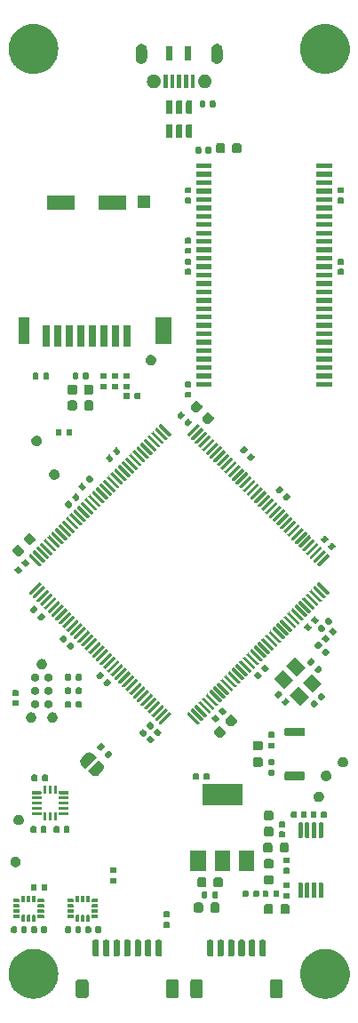
<source format=gbr>
%TF.GenerationSoftware,KiCad,Pcbnew,7.0.6*%
%TF.CreationDate,2024-05-23T09:50:57-04:00*%
%TF.ProjectId,ActiveImpactor_Control,41637469-7665-4496-9d70-6163746f725f,rev?*%
%TF.SameCoordinates,Original*%
%TF.FileFunction,Soldermask,Top*%
%TF.FilePolarity,Negative*%
%FSLAX46Y46*%
G04 Gerber Fmt 4.6, Leading zero omitted, Abs format (unit mm)*
G04 Created by KiCad (PCBNEW 7.0.6) date 2024-05-23 09:50:57*
%MOMM*%
%LPD*%
G01*
G04 APERTURE LIST*
G04 APERTURE END LIST*
G36*
X-13817798Y-41682765D02*
G01*
X-13741381Y-41682765D01*
X-13658984Y-41693173D01*
X-13580500Y-41698318D01*
X-13514773Y-41711391D01*
X-13445477Y-41720146D01*
X-13358518Y-41742473D01*
X-13275805Y-41758926D01*
X-13217950Y-41778564D01*
X-13156612Y-41794314D01*
X-13066792Y-41829876D01*
X-12981627Y-41858786D01*
X-12932153Y-41883183D01*
X-12879305Y-41904108D01*
X-12788545Y-41954003D01*
X-12703000Y-41996190D01*
X-12662107Y-42023513D01*
X-12617956Y-42047786D01*
X-12528365Y-42112876D01*
X-12444692Y-42168786D01*
X-12412229Y-42197254D01*
X-12376666Y-42223093D01*
X-12290501Y-42304006D01*
X-12211121Y-42373621D01*
X-12186628Y-42401549D01*
X-12159257Y-42427253D01*
X-12078865Y-42524430D01*
X-12006286Y-42607192D01*
X-11989007Y-42633050D01*
X-11969149Y-42657056D01*
X-11896923Y-42770864D01*
X-11833690Y-42865500D01*
X-11822621Y-42887945D01*
X-11809340Y-42908873D01*
X-11747654Y-43039962D01*
X-11696286Y-43144127D01*
X-11690194Y-43162071D01*
X-11682353Y-43178736D01*
X-11633509Y-43329059D01*
X-11596426Y-43438305D01*
X-11593919Y-43450905D01*
X-11590191Y-43462381D01*
X-11556357Y-43639743D01*
X-11535818Y-43743000D01*
X-11535377Y-43749722D01*
X-11534306Y-43755339D01*
X-11517470Y-44022940D01*
X-11515500Y-44053000D01*
X-11517470Y-44083062D01*
X-11534306Y-44350660D01*
X-11535377Y-44356275D01*
X-11535818Y-44363000D01*
X-11556361Y-44466279D01*
X-11590191Y-44643618D01*
X-11593919Y-44655091D01*
X-11596426Y-44667695D01*
X-11633517Y-44776962D01*
X-11682353Y-44927263D01*
X-11690193Y-44943924D01*
X-11696286Y-44961873D01*
X-11747664Y-45066058D01*
X-11809340Y-45197126D01*
X-11822618Y-45218049D01*
X-11833690Y-45240500D01*
X-11896935Y-45335153D01*
X-11969149Y-45448943D01*
X-11989004Y-45472944D01*
X-12006286Y-45498808D01*
X-12078880Y-45581586D01*
X-12159257Y-45678746D01*
X-12186623Y-45704444D01*
X-12211121Y-45732379D01*
X-12290517Y-45802007D01*
X-12376666Y-45882906D01*
X-12412222Y-45908739D01*
X-12444692Y-45937214D01*
X-12528383Y-45993134D01*
X-12617956Y-46058213D01*
X-12662099Y-46082481D01*
X-12703000Y-46109810D01*
X-12788563Y-46152005D01*
X-12879305Y-46201891D01*
X-12932142Y-46222811D01*
X-12981627Y-46247214D01*
X-13066809Y-46276129D01*
X-13156612Y-46311685D01*
X-13217938Y-46327431D01*
X-13275805Y-46347074D01*
X-13358536Y-46363530D01*
X-13445477Y-46385853D01*
X-13514762Y-46394605D01*
X-13580500Y-46407682D01*
X-13658989Y-46412826D01*
X-13741381Y-46423235D01*
X-13817798Y-46423235D01*
X-13890500Y-46428000D01*
X-13963202Y-46423235D01*
X-14039619Y-46423235D01*
X-14122009Y-46412826D01*
X-14200500Y-46407682D01*
X-14266238Y-46394605D01*
X-14335522Y-46385853D01*
X-14422459Y-46363531D01*
X-14505195Y-46347074D01*
X-14563064Y-46327429D01*
X-14624387Y-46311685D01*
X-14714183Y-46276132D01*
X-14799373Y-46247214D01*
X-14848861Y-46222809D01*
X-14901694Y-46201891D01*
X-14992427Y-46152010D01*
X-15078000Y-46109810D01*
X-15118905Y-46082477D01*
X-15163043Y-46058213D01*
X-15252604Y-45993142D01*
X-15336308Y-45937214D01*
X-15368781Y-45908735D01*
X-15404333Y-45882906D01*
X-15490467Y-45802020D01*
X-15569879Y-45732379D01*
X-15594381Y-45704439D01*
X-15621742Y-45678746D01*
X-15702102Y-45581606D01*
X-15774714Y-45498808D01*
X-15791999Y-45472937D01*
X-15811850Y-45448943D01*
X-15884044Y-45335183D01*
X-15947310Y-45240500D01*
X-15958384Y-45218042D01*
X-15971659Y-45197126D01*
X-16033313Y-45066103D01*
X-16084714Y-44961873D01*
X-16090809Y-44943917D01*
X-16098646Y-44927263D01*
X-16147459Y-44777031D01*
X-16184574Y-44667695D01*
X-16187082Y-44655083D01*
X-16190808Y-44643618D01*
X-16224613Y-44466402D01*
X-16245182Y-44363000D01*
X-16245623Y-44356267D01*
X-16246693Y-44350660D01*
X-16263503Y-44083464D01*
X-16265500Y-44053000D01*
X-16263506Y-44022581D01*
X-16246693Y-43755339D01*
X-16245623Y-43749730D01*
X-16245182Y-43743000D01*
X-16224618Y-43639620D01*
X-16190808Y-43462381D01*
X-16187082Y-43450913D01*
X-16184574Y-43438305D01*
X-16147466Y-43328991D01*
X-16098646Y-43178736D01*
X-16090807Y-43162079D01*
X-16084714Y-43144127D01*
X-16033323Y-43039917D01*
X-15971659Y-42908873D01*
X-15958382Y-42887952D01*
X-15947310Y-42865500D01*
X-15884056Y-42770835D01*
X-15811850Y-42657056D01*
X-15791996Y-42633056D01*
X-15774714Y-42607192D01*
X-15702116Y-42524410D01*
X-15621742Y-42427253D01*
X-15594376Y-42401554D01*
X-15569879Y-42373621D01*
X-15490483Y-42303993D01*
X-15404333Y-42223093D01*
X-15368775Y-42197258D01*
X-15336308Y-42168786D01*
X-15252621Y-42112868D01*
X-15163043Y-42047786D01*
X-15118896Y-42023516D01*
X-15078000Y-41996190D01*
X-14992444Y-41953998D01*
X-14901694Y-41904108D01*
X-14848850Y-41883185D01*
X-14799373Y-41858786D01*
X-14714200Y-41829873D01*
X-14624387Y-41794314D01*
X-14563052Y-41778565D01*
X-14505195Y-41758926D01*
X-14422476Y-41742472D01*
X-14335522Y-41720146D01*
X-14266227Y-41711392D01*
X-14200500Y-41698318D01*
X-14122014Y-41693173D01*
X-14039619Y-41682765D01*
X-13963202Y-41682765D01*
X-13890500Y-41678000D01*
X-13817798Y-41682765D01*
G37*
G36*
X13963202Y-41682765D02*
G01*
X14039619Y-41682765D01*
X14122014Y-41693173D01*
X14200500Y-41698318D01*
X14266227Y-41711392D01*
X14335522Y-41720146D01*
X14422476Y-41742472D01*
X14505195Y-41758926D01*
X14563052Y-41778565D01*
X14624387Y-41794314D01*
X14714200Y-41829873D01*
X14799373Y-41858786D01*
X14848850Y-41883185D01*
X14901694Y-41904108D01*
X14992444Y-41953998D01*
X15078000Y-41996190D01*
X15118896Y-42023516D01*
X15163043Y-42047786D01*
X15252621Y-42112868D01*
X15336308Y-42168786D01*
X15368775Y-42197258D01*
X15404333Y-42223093D01*
X15490483Y-42303993D01*
X15569879Y-42373621D01*
X15594376Y-42401554D01*
X15621742Y-42427253D01*
X15702116Y-42524410D01*
X15774714Y-42607192D01*
X15791996Y-42633056D01*
X15811850Y-42657056D01*
X15884056Y-42770835D01*
X15947310Y-42865500D01*
X15958382Y-42887952D01*
X15971659Y-42908873D01*
X16033323Y-43039917D01*
X16084714Y-43144127D01*
X16090807Y-43162079D01*
X16098646Y-43178736D01*
X16147466Y-43328991D01*
X16184574Y-43438305D01*
X16187082Y-43450913D01*
X16190808Y-43462381D01*
X16224618Y-43639620D01*
X16245182Y-43743000D01*
X16245623Y-43749730D01*
X16246693Y-43755339D01*
X16263506Y-44022581D01*
X16265500Y-44053000D01*
X16263503Y-44083464D01*
X16246693Y-44350660D01*
X16245623Y-44356267D01*
X16245182Y-44363000D01*
X16224613Y-44466402D01*
X16190808Y-44643618D01*
X16187082Y-44655083D01*
X16184574Y-44667695D01*
X16147459Y-44777031D01*
X16098646Y-44927263D01*
X16090809Y-44943917D01*
X16084714Y-44961873D01*
X16033313Y-45066103D01*
X15971659Y-45197126D01*
X15958384Y-45218042D01*
X15947310Y-45240500D01*
X15884044Y-45335183D01*
X15811850Y-45448943D01*
X15791999Y-45472937D01*
X15774714Y-45498808D01*
X15702102Y-45581606D01*
X15621742Y-45678746D01*
X15594381Y-45704439D01*
X15569879Y-45732379D01*
X15490467Y-45802020D01*
X15404333Y-45882906D01*
X15368781Y-45908735D01*
X15336308Y-45937214D01*
X15252604Y-45993142D01*
X15163043Y-46058213D01*
X15118905Y-46082477D01*
X15078000Y-46109810D01*
X14992427Y-46152010D01*
X14901694Y-46201891D01*
X14848861Y-46222809D01*
X14799373Y-46247214D01*
X14714183Y-46276132D01*
X14624387Y-46311685D01*
X14563064Y-46327429D01*
X14505195Y-46347074D01*
X14422459Y-46363531D01*
X14335522Y-46385853D01*
X14266238Y-46394605D01*
X14200500Y-46407682D01*
X14122009Y-46412826D01*
X14039619Y-46423235D01*
X13963202Y-46423235D01*
X13890500Y-46428000D01*
X13817798Y-46423235D01*
X13741381Y-46423235D01*
X13658989Y-46412826D01*
X13580500Y-46407682D01*
X13514762Y-46394605D01*
X13445477Y-46385853D01*
X13358536Y-46363530D01*
X13275805Y-46347074D01*
X13217938Y-46327431D01*
X13156612Y-46311685D01*
X13066809Y-46276129D01*
X12981627Y-46247214D01*
X12932142Y-46222811D01*
X12879305Y-46201891D01*
X12788563Y-46152005D01*
X12703000Y-46109810D01*
X12662099Y-46082481D01*
X12617956Y-46058213D01*
X12528383Y-45993134D01*
X12444692Y-45937214D01*
X12412222Y-45908739D01*
X12376666Y-45882906D01*
X12290517Y-45802007D01*
X12211121Y-45732379D01*
X12186623Y-45704444D01*
X12159257Y-45678746D01*
X12078880Y-45581586D01*
X12006286Y-45498808D01*
X11989004Y-45472944D01*
X11969149Y-45448943D01*
X11896935Y-45335153D01*
X11833690Y-45240500D01*
X11822618Y-45218049D01*
X11809340Y-45197126D01*
X11747664Y-45066058D01*
X11696286Y-44961873D01*
X11690193Y-44943924D01*
X11682353Y-44927263D01*
X11633517Y-44776962D01*
X11596426Y-44667695D01*
X11593919Y-44655091D01*
X11590191Y-44643618D01*
X11556361Y-44466279D01*
X11535818Y-44363000D01*
X11535377Y-44356275D01*
X11534306Y-44350660D01*
X11517470Y-44083062D01*
X11515500Y-44053000D01*
X11517470Y-44022940D01*
X11534306Y-43755339D01*
X11535377Y-43749722D01*
X11535818Y-43743000D01*
X11556357Y-43639743D01*
X11590191Y-43462381D01*
X11593919Y-43450905D01*
X11596426Y-43438305D01*
X11633509Y-43329059D01*
X11682353Y-43178736D01*
X11690194Y-43162071D01*
X11696286Y-43144127D01*
X11747654Y-43039962D01*
X11809340Y-42908873D01*
X11822621Y-42887945D01*
X11833690Y-42865500D01*
X11896923Y-42770864D01*
X11969149Y-42657056D01*
X11989007Y-42633050D01*
X12006286Y-42607192D01*
X12078865Y-42524430D01*
X12159257Y-42427253D01*
X12186628Y-42401549D01*
X12211121Y-42373621D01*
X12290501Y-42304006D01*
X12376666Y-42223093D01*
X12412229Y-42197254D01*
X12444692Y-42168786D01*
X12528365Y-42112876D01*
X12617956Y-42047786D01*
X12662107Y-42023513D01*
X12703000Y-41996190D01*
X12788545Y-41954003D01*
X12879305Y-41904108D01*
X12932153Y-41883183D01*
X12981627Y-41858786D01*
X13066792Y-41829876D01*
X13156612Y-41794314D01*
X13217950Y-41778564D01*
X13275805Y-41758926D01*
X13358518Y-41742473D01*
X13445477Y-41720146D01*
X13514773Y-41711391D01*
X13580500Y-41698318D01*
X13658984Y-41693173D01*
X13741381Y-41682765D01*
X13817798Y-41682765D01*
X13890500Y-41678000D01*
X13963202Y-41682765D01*
G37*
G36*
X-8896770Y-44575642D02*
G01*
X-8844227Y-44581738D01*
X-8826274Y-44589664D01*
X-8804329Y-44594030D01*
X-8780835Y-44609728D01*
X-8759109Y-44619321D01*
X-8744270Y-44634159D01*
X-8723223Y-44648223D01*
X-8709159Y-44669270D01*
X-8694321Y-44684109D01*
X-8684727Y-44705835D01*
X-8669030Y-44729329D01*
X-8664665Y-44751273D01*
X-8656739Y-44769224D01*
X-8650644Y-44821759D01*
X-8650000Y-44825000D01*
X-8650000Y-46125000D01*
X-8650642Y-46128231D01*
X-8656738Y-46180772D01*
X-8664664Y-46198723D01*
X-8669030Y-46220671D01*
X-8684729Y-46244166D01*
X-8694321Y-46265890D01*
X-8709157Y-46280726D01*
X-8723223Y-46301777D01*
X-8744273Y-46315842D01*
X-8759109Y-46330678D01*
X-8780830Y-46340269D01*
X-8804329Y-46355970D01*
X-8826277Y-46360335D01*
X-8844224Y-46368260D01*
X-8896747Y-46374352D01*
X-8900000Y-46375000D01*
X-9600000Y-46375000D01*
X-9603243Y-46374354D01*
X-9655772Y-46368261D01*
X-9673719Y-46360336D01*
X-9695671Y-46355970D01*
X-9719171Y-46340267D01*
X-9740890Y-46330678D01*
X-9755723Y-46315844D01*
X-9776777Y-46301777D01*
X-9790844Y-46280723D01*
X-9805678Y-46265890D01*
X-9815267Y-46244170D01*
X-9830970Y-46220671D01*
X-9835336Y-46198720D01*
X-9843260Y-46180775D01*
X-9849352Y-46128254D01*
X-9850000Y-46125000D01*
X-9850000Y-44825000D01*
X-9849355Y-44821758D01*
X-9843261Y-44769227D01*
X-9835335Y-44751278D01*
X-9830970Y-44729329D01*
X-9815268Y-44705830D01*
X-9805678Y-44684109D01*
X-9790842Y-44669273D01*
X-9776777Y-44648223D01*
X-9755726Y-44634157D01*
X-9740890Y-44619321D01*
X-9719166Y-44609729D01*
X-9695671Y-44594030D01*
X-9673724Y-44589664D01*
X-9655775Y-44581739D01*
X-9603242Y-44575644D01*
X-9600000Y-44575000D01*
X-8900000Y-44575000D01*
X-8896770Y-44575642D01*
G37*
G36*
X-296770Y-44575642D02*
G01*
X-244227Y-44581738D01*
X-226274Y-44589664D01*
X-204329Y-44594030D01*
X-180835Y-44609728D01*
X-159109Y-44619321D01*
X-144270Y-44634159D01*
X-123223Y-44648223D01*
X-109159Y-44669270D01*
X-94321Y-44684109D01*
X-84727Y-44705835D01*
X-69030Y-44729329D01*
X-64665Y-44751273D01*
X-56739Y-44769224D01*
X-50644Y-44821759D01*
X-50000Y-44825000D01*
X-50000Y-46125000D01*
X-50642Y-46128231D01*
X-56738Y-46180772D01*
X-64664Y-46198723D01*
X-69030Y-46220671D01*
X-84729Y-46244166D01*
X-94321Y-46265890D01*
X-109157Y-46280726D01*
X-123223Y-46301777D01*
X-144273Y-46315842D01*
X-159109Y-46330678D01*
X-180830Y-46340269D01*
X-204329Y-46355970D01*
X-226277Y-46360335D01*
X-244224Y-46368260D01*
X-296747Y-46374352D01*
X-300000Y-46375000D01*
X-1000000Y-46375000D01*
X-1003243Y-46374354D01*
X-1055772Y-46368261D01*
X-1073719Y-46360336D01*
X-1095671Y-46355970D01*
X-1119171Y-46340267D01*
X-1140890Y-46330678D01*
X-1155723Y-46315844D01*
X-1176777Y-46301777D01*
X-1190844Y-46280723D01*
X-1205678Y-46265890D01*
X-1215267Y-46244170D01*
X-1230970Y-46220671D01*
X-1235336Y-46198720D01*
X-1243260Y-46180775D01*
X-1249352Y-46128254D01*
X-1250000Y-46125000D01*
X-1250000Y-44825000D01*
X-1249355Y-44821758D01*
X-1243261Y-44769227D01*
X-1235335Y-44751278D01*
X-1230970Y-44729329D01*
X-1215268Y-44705830D01*
X-1205678Y-44684109D01*
X-1190842Y-44669273D01*
X-1176777Y-44648223D01*
X-1155726Y-44634157D01*
X-1140890Y-44619321D01*
X-1119166Y-44609729D01*
X-1095671Y-44594030D01*
X-1073724Y-44589664D01*
X-1055775Y-44581739D01*
X-1003242Y-44575644D01*
X-1000000Y-44575000D01*
X-300000Y-44575000D01*
X-296770Y-44575642D01*
G37*
G36*
X2003231Y-44575642D02*
G01*
X2055772Y-44581738D01*
X2073723Y-44589664D01*
X2095671Y-44594030D01*
X2119166Y-44609729D01*
X2140890Y-44619321D01*
X2155726Y-44634157D01*
X2176777Y-44648223D01*
X2190842Y-44669273D01*
X2205678Y-44684109D01*
X2215269Y-44705830D01*
X2230970Y-44729329D01*
X2235335Y-44751277D01*
X2243260Y-44769224D01*
X2249352Y-44821747D01*
X2250000Y-44825000D01*
X2250000Y-46125000D01*
X2249354Y-46128243D01*
X2243261Y-46180772D01*
X2235336Y-46198719D01*
X2230970Y-46220671D01*
X2215267Y-46244171D01*
X2205678Y-46265890D01*
X2190844Y-46280723D01*
X2176777Y-46301777D01*
X2155723Y-46315844D01*
X2140890Y-46330678D01*
X2119170Y-46340267D01*
X2095671Y-46355970D01*
X2073720Y-46360336D01*
X2055775Y-46368260D01*
X2003254Y-46374352D01*
X2000000Y-46375000D01*
X1300000Y-46375000D01*
X1296758Y-46374355D01*
X1244227Y-46368261D01*
X1226278Y-46360335D01*
X1204329Y-46355970D01*
X1180830Y-46340268D01*
X1159109Y-46330678D01*
X1144273Y-46315842D01*
X1123223Y-46301777D01*
X1109157Y-46280726D01*
X1094321Y-46265890D01*
X1084729Y-46244166D01*
X1069030Y-46220671D01*
X1064664Y-46198724D01*
X1056739Y-46180775D01*
X1050644Y-46128242D01*
X1050000Y-46125000D01*
X1050000Y-44825000D01*
X1050642Y-44821770D01*
X1056738Y-44769227D01*
X1064664Y-44751274D01*
X1069030Y-44729329D01*
X1084728Y-44705835D01*
X1094321Y-44684109D01*
X1109159Y-44669270D01*
X1123223Y-44648223D01*
X1144270Y-44634159D01*
X1159109Y-44619321D01*
X1180835Y-44609727D01*
X1204329Y-44594030D01*
X1226273Y-44589665D01*
X1244224Y-44581739D01*
X1296759Y-44575644D01*
X1300000Y-44575000D01*
X2000000Y-44575000D01*
X2003231Y-44575642D01*
G37*
G36*
X9603231Y-44575642D02*
G01*
X9655772Y-44581738D01*
X9673723Y-44589664D01*
X9695671Y-44594030D01*
X9719166Y-44609729D01*
X9740890Y-44619321D01*
X9755726Y-44634157D01*
X9776777Y-44648223D01*
X9790842Y-44669273D01*
X9805678Y-44684109D01*
X9815269Y-44705830D01*
X9830970Y-44729329D01*
X9835335Y-44751277D01*
X9843260Y-44769224D01*
X9849352Y-44821747D01*
X9850000Y-44825000D01*
X9850000Y-46125000D01*
X9849354Y-46128243D01*
X9843261Y-46180772D01*
X9835336Y-46198719D01*
X9830970Y-46220671D01*
X9815267Y-46244171D01*
X9805678Y-46265890D01*
X9790844Y-46280723D01*
X9776777Y-46301777D01*
X9755723Y-46315844D01*
X9740890Y-46330678D01*
X9719170Y-46340267D01*
X9695671Y-46355970D01*
X9673720Y-46360336D01*
X9655775Y-46368260D01*
X9603254Y-46374352D01*
X9600000Y-46375000D01*
X8900000Y-46375000D01*
X8896758Y-46374355D01*
X8844227Y-46368261D01*
X8826278Y-46360335D01*
X8804329Y-46355970D01*
X8780830Y-46340268D01*
X8759109Y-46330678D01*
X8744273Y-46315842D01*
X8723223Y-46301777D01*
X8709157Y-46280726D01*
X8694321Y-46265890D01*
X8684729Y-46244166D01*
X8669030Y-46220671D01*
X8664664Y-46198724D01*
X8656739Y-46180775D01*
X8650644Y-46128242D01*
X8650000Y-46125000D01*
X8650000Y-44825000D01*
X8650642Y-44821770D01*
X8656738Y-44769227D01*
X8664664Y-44751274D01*
X8669030Y-44729329D01*
X8684728Y-44705835D01*
X8694321Y-44684109D01*
X8709159Y-44669270D01*
X8723223Y-44648223D01*
X8744270Y-44634159D01*
X8759109Y-44619321D01*
X8780835Y-44609727D01*
X8804329Y-44594030D01*
X8826273Y-44589665D01*
X8844224Y-44581739D01*
X8896759Y-44575644D01*
X8900000Y-44575000D01*
X9600000Y-44575000D01*
X9603231Y-44575642D01*
G37*
G36*
X-7742597Y-40836418D02*
G01*
X-7693934Y-40868934D01*
X-7661418Y-40917597D01*
X-7650000Y-40975000D01*
X-7650000Y-42225000D01*
X-7661418Y-42282403D01*
X-7693934Y-42331066D01*
X-7742597Y-42363582D01*
X-7800000Y-42375000D01*
X-8100000Y-42375000D01*
X-8157403Y-42363582D01*
X-8206066Y-42331066D01*
X-8238582Y-42282403D01*
X-8250000Y-42225000D01*
X-8250000Y-40975000D01*
X-8238582Y-40917597D01*
X-8206066Y-40868934D01*
X-8157403Y-40836418D01*
X-8100000Y-40825000D01*
X-7800000Y-40825000D01*
X-7742597Y-40836418D01*
G37*
G36*
X-6742597Y-40836418D02*
G01*
X-6693934Y-40868934D01*
X-6661418Y-40917597D01*
X-6650000Y-40975000D01*
X-6650000Y-42225000D01*
X-6661418Y-42282403D01*
X-6693934Y-42331066D01*
X-6742597Y-42363582D01*
X-6800000Y-42375000D01*
X-7100000Y-42375000D01*
X-7157403Y-42363582D01*
X-7206066Y-42331066D01*
X-7238582Y-42282403D01*
X-7250000Y-42225000D01*
X-7250000Y-40975000D01*
X-7238582Y-40917597D01*
X-7206066Y-40868934D01*
X-7157403Y-40836418D01*
X-7100000Y-40825000D01*
X-6800000Y-40825000D01*
X-6742597Y-40836418D01*
G37*
G36*
X-5742597Y-40836418D02*
G01*
X-5693934Y-40868934D01*
X-5661418Y-40917597D01*
X-5650000Y-40975000D01*
X-5650000Y-42225000D01*
X-5661418Y-42282403D01*
X-5693934Y-42331066D01*
X-5742597Y-42363582D01*
X-5800000Y-42375000D01*
X-6100000Y-42375000D01*
X-6157403Y-42363582D01*
X-6206066Y-42331066D01*
X-6238582Y-42282403D01*
X-6250000Y-42225000D01*
X-6250000Y-40975000D01*
X-6238582Y-40917597D01*
X-6206066Y-40868934D01*
X-6157403Y-40836418D01*
X-6100000Y-40825000D01*
X-5800000Y-40825000D01*
X-5742597Y-40836418D01*
G37*
G36*
X-4742597Y-40836418D02*
G01*
X-4693934Y-40868934D01*
X-4661418Y-40917597D01*
X-4650000Y-40975000D01*
X-4650000Y-42225000D01*
X-4661418Y-42282403D01*
X-4693934Y-42331066D01*
X-4742597Y-42363582D01*
X-4800000Y-42375000D01*
X-5100000Y-42375000D01*
X-5157403Y-42363582D01*
X-5206066Y-42331066D01*
X-5238582Y-42282403D01*
X-5250000Y-42225000D01*
X-5250000Y-40975000D01*
X-5238582Y-40917597D01*
X-5206066Y-40868934D01*
X-5157403Y-40836418D01*
X-5100000Y-40825000D01*
X-4800000Y-40825000D01*
X-4742597Y-40836418D01*
G37*
G36*
X-3742597Y-40836418D02*
G01*
X-3693934Y-40868934D01*
X-3661418Y-40917597D01*
X-3650000Y-40975000D01*
X-3650000Y-42225000D01*
X-3661418Y-42282403D01*
X-3693934Y-42331066D01*
X-3742597Y-42363582D01*
X-3800000Y-42375000D01*
X-4100000Y-42375000D01*
X-4157403Y-42363582D01*
X-4206066Y-42331066D01*
X-4238582Y-42282403D01*
X-4250000Y-42225000D01*
X-4250000Y-40975000D01*
X-4238582Y-40917597D01*
X-4206066Y-40868934D01*
X-4157403Y-40836418D01*
X-4100000Y-40825000D01*
X-3800000Y-40825000D01*
X-3742597Y-40836418D01*
G37*
G36*
X-2742597Y-40836418D02*
G01*
X-2693934Y-40868934D01*
X-2661418Y-40917597D01*
X-2650000Y-40975000D01*
X-2650000Y-42225000D01*
X-2661418Y-42282403D01*
X-2693934Y-42331066D01*
X-2742597Y-42363582D01*
X-2800000Y-42375000D01*
X-3100000Y-42375000D01*
X-3157403Y-42363582D01*
X-3206066Y-42331066D01*
X-3238582Y-42282403D01*
X-3250000Y-42225000D01*
X-3250000Y-40975000D01*
X-3238582Y-40917597D01*
X-3206066Y-40868934D01*
X-3157403Y-40836418D01*
X-3100000Y-40825000D01*
X-2800000Y-40825000D01*
X-2742597Y-40836418D01*
G37*
G36*
X-1742597Y-40836418D02*
G01*
X-1693934Y-40868934D01*
X-1661418Y-40917597D01*
X-1650000Y-40975000D01*
X-1650000Y-42225000D01*
X-1661418Y-42282403D01*
X-1693934Y-42331066D01*
X-1742597Y-42363582D01*
X-1800000Y-42375000D01*
X-2100000Y-42375000D01*
X-2157403Y-42363582D01*
X-2206066Y-42331066D01*
X-2238582Y-42282403D01*
X-2250000Y-42225000D01*
X-2250000Y-40975000D01*
X-2238582Y-40917597D01*
X-2206066Y-40868934D01*
X-2157403Y-40836418D01*
X-2100000Y-40825000D01*
X-1800000Y-40825000D01*
X-1742597Y-40836418D01*
G37*
G36*
X3157403Y-40836418D02*
G01*
X3206066Y-40868934D01*
X3238582Y-40917597D01*
X3250000Y-40975000D01*
X3250000Y-42225000D01*
X3238582Y-42282403D01*
X3206066Y-42331066D01*
X3157403Y-42363582D01*
X3100000Y-42375000D01*
X2800000Y-42375000D01*
X2742597Y-42363582D01*
X2693934Y-42331066D01*
X2661418Y-42282403D01*
X2650000Y-42225000D01*
X2650000Y-40975000D01*
X2661418Y-40917597D01*
X2693934Y-40868934D01*
X2742597Y-40836418D01*
X2800000Y-40825000D01*
X3100000Y-40825000D01*
X3157403Y-40836418D01*
G37*
G36*
X4157403Y-40836418D02*
G01*
X4206066Y-40868934D01*
X4238582Y-40917597D01*
X4250000Y-40975000D01*
X4250000Y-42225000D01*
X4238582Y-42282403D01*
X4206066Y-42331066D01*
X4157403Y-42363582D01*
X4100000Y-42375000D01*
X3800000Y-42375000D01*
X3742597Y-42363582D01*
X3693934Y-42331066D01*
X3661418Y-42282403D01*
X3650000Y-42225000D01*
X3650000Y-40975000D01*
X3661418Y-40917597D01*
X3693934Y-40868934D01*
X3742597Y-40836418D01*
X3800000Y-40825000D01*
X4100000Y-40825000D01*
X4157403Y-40836418D01*
G37*
G36*
X5157403Y-40836418D02*
G01*
X5206066Y-40868934D01*
X5238582Y-40917597D01*
X5250000Y-40975000D01*
X5250000Y-42225000D01*
X5238582Y-42282403D01*
X5206066Y-42331066D01*
X5157403Y-42363582D01*
X5100000Y-42375000D01*
X4800000Y-42375000D01*
X4742597Y-42363582D01*
X4693934Y-42331066D01*
X4661418Y-42282403D01*
X4650000Y-42225000D01*
X4650000Y-40975000D01*
X4661418Y-40917597D01*
X4693934Y-40868934D01*
X4742597Y-40836418D01*
X4800000Y-40825000D01*
X5100000Y-40825000D01*
X5157403Y-40836418D01*
G37*
G36*
X6157403Y-40836418D02*
G01*
X6206066Y-40868934D01*
X6238582Y-40917597D01*
X6250000Y-40975000D01*
X6250000Y-42225000D01*
X6238582Y-42282403D01*
X6206066Y-42331066D01*
X6157403Y-42363582D01*
X6100000Y-42375000D01*
X5800000Y-42375000D01*
X5742597Y-42363582D01*
X5693934Y-42331066D01*
X5661418Y-42282403D01*
X5650000Y-42225000D01*
X5650000Y-40975000D01*
X5661418Y-40917597D01*
X5693934Y-40868934D01*
X5742597Y-40836418D01*
X5800000Y-40825000D01*
X6100000Y-40825000D01*
X6157403Y-40836418D01*
G37*
G36*
X7157403Y-40836418D02*
G01*
X7206066Y-40868934D01*
X7238582Y-40917597D01*
X7250000Y-40975000D01*
X7250000Y-42225000D01*
X7238582Y-42282403D01*
X7206066Y-42331066D01*
X7157403Y-42363582D01*
X7100000Y-42375000D01*
X6800000Y-42375000D01*
X6742597Y-42363582D01*
X6693934Y-42331066D01*
X6661418Y-42282403D01*
X6650000Y-42225000D01*
X6650000Y-40975000D01*
X6661418Y-40917597D01*
X6693934Y-40868934D01*
X6742597Y-40836418D01*
X6800000Y-40825000D01*
X7100000Y-40825000D01*
X7157403Y-40836418D01*
G37*
G36*
X8157403Y-40836418D02*
G01*
X8206066Y-40868934D01*
X8238582Y-40917597D01*
X8250000Y-40975000D01*
X8250000Y-42225000D01*
X8238582Y-42282403D01*
X8206066Y-42331066D01*
X8157403Y-42363582D01*
X8100000Y-42375000D01*
X7800000Y-42375000D01*
X7742597Y-42363582D01*
X7693934Y-42331066D01*
X7661418Y-42282403D01*
X7650000Y-42225000D01*
X7650000Y-40975000D01*
X7661418Y-40917597D01*
X7693934Y-40868934D01*
X7742597Y-40836418D01*
X7800000Y-40825000D01*
X8100000Y-40825000D01*
X8157403Y-40836418D01*
G37*
G36*
X-15548924Y-39550657D02*
G01*
X-15503505Y-39581005D01*
X-15473157Y-39626424D01*
X-15462500Y-39680000D01*
X-15462500Y-40020000D01*
X-15473157Y-40073576D01*
X-15503505Y-40118995D01*
X-15548924Y-40149343D01*
X-15602500Y-40160000D01*
X-15882500Y-40160000D01*
X-15936076Y-40149343D01*
X-15981495Y-40118995D01*
X-16011843Y-40073576D01*
X-16022500Y-40020000D01*
X-16022500Y-39680000D01*
X-16011843Y-39626424D01*
X-15981495Y-39581005D01*
X-15936076Y-39550657D01*
X-15882500Y-39540000D01*
X-15602500Y-39540000D01*
X-15548924Y-39550657D01*
G37*
G36*
X-14588924Y-39550657D02*
G01*
X-14543505Y-39581005D01*
X-14513157Y-39626424D01*
X-14502500Y-39680000D01*
X-14502500Y-40020000D01*
X-14513157Y-40073576D01*
X-14543505Y-40118995D01*
X-14588924Y-40149343D01*
X-14642500Y-40160000D01*
X-14922500Y-40160000D01*
X-14976076Y-40149343D01*
X-15021495Y-40118995D01*
X-15051843Y-40073576D01*
X-15062500Y-40020000D01*
X-15062500Y-39680000D01*
X-15051843Y-39626424D01*
X-15021495Y-39581005D01*
X-14976076Y-39550657D01*
X-14922500Y-39540000D01*
X-14642500Y-39540000D01*
X-14588924Y-39550657D01*
G37*
G36*
X-13648924Y-39550657D02*
G01*
X-13603505Y-39581005D01*
X-13573157Y-39626424D01*
X-13562500Y-39680000D01*
X-13562500Y-40020000D01*
X-13573157Y-40073576D01*
X-13603505Y-40118995D01*
X-13648924Y-40149343D01*
X-13702500Y-40160000D01*
X-13982500Y-40160000D01*
X-14036076Y-40149343D01*
X-14081495Y-40118995D01*
X-14111843Y-40073576D01*
X-14122500Y-40020000D01*
X-14122500Y-39680000D01*
X-14111843Y-39626424D01*
X-14081495Y-39581005D01*
X-14036076Y-39550657D01*
X-13982500Y-39540000D01*
X-13702500Y-39540000D01*
X-13648924Y-39550657D01*
G37*
G36*
X-12688924Y-39550657D02*
G01*
X-12643505Y-39581005D01*
X-12613157Y-39626424D01*
X-12602500Y-39680000D01*
X-12602500Y-40020000D01*
X-12613157Y-40073576D01*
X-12643505Y-40118995D01*
X-12688924Y-40149343D01*
X-12742500Y-40160000D01*
X-13022500Y-40160000D01*
X-13076076Y-40149343D01*
X-13121495Y-40118995D01*
X-13151843Y-40073576D01*
X-13162500Y-40020000D01*
X-13162500Y-39680000D01*
X-13151843Y-39626424D01*
X-13121495Y-39581005D01*
X-13076076Y-39550657D01*
X-13022500Y-39540000D01*
X-12742500Y-39540000D01*
X-12688924Y-39550657D01*
G37*
G36*
X-10386424Y-39550657D02*
G01*
X-10341005Y-39581005D01*
X-10310657Y-39626424D01*
X-10300000Y-39680000D01*
X-10300000Y-40020000D01*
X-10310657Y-40073576D01*
X-10341005Y-40118995D01*
X-10386424Y-40149343D01*
X-10440000Y-40160000D01*
X-10720000Y-40160000D01*
X-10773576Y-40149343D01*
X-10818995Y-40118995D01*
X-10849343Y-40073576D01*
X-10860000Y-40020000D01*
X-10860000Y-39680000D01*
X-10849343Y-39626424D01*
X-10818995Y-39581005D01*
X-10773576Y-39550657D01*
X-10720000Y-39540000D01*
X-10440000Y-39540000D01*
X-10386424Y-39550657D01*
G37*
G36*
X-9426424Y-39550657D02*
G01*
X-9381005Y-39581005D01*
X-9350657Y-39626424D01*
X-9340000Y-39680000D01*
X-9340000Y-40020000D01*
X-9350657Y-40073576D01*
X-9381005Y-40118995D01*
X-9426424Y-40149343D01*
X-9480000Y-40160000D01*
X-9760000Y-40160000D01*
X-9813576Y-40149343D01*
X-9858995Y-40118995D01*
X-9889343Y-40073576D01*
X-9900000Y-40020000D01*
X-9900000Y-39680000D01*
X-9889343Y-39626424D01*
X-9858995Y-39581005D01*
X-9813576Y-39550657D01*
X-9760000Y-39540000D01*
X-9480000Y-39540000D01*
X-9426424Y-39550657D01*
G37*
G36*
X-8486424Y-39550657D02*
G01*
X-8441005Y-39581005D01*
X-8410657Y-39626424D01*
X-8400000Y-39680000D01*
X-8400000Y-40020000D01*
X-8410657Y-40073576D01*
X-8441005Y-40118995D01*
X-8486424Y-40149343D01*
X-8540000Y-40160000D01*
X-8820000Y-40160000D01*
X-8873576Y-40149343D01*
X-8918995Y-40118995D01*
X-8949343Y-40073576D01*
X-8960000Y-40020000D01*
X-8960000Y-39680000D01*
X-8949343Y-39626424D01*
X-8918995Y-39581005D01*
X-8873576Y-39550657D01*
X-8820000Y-39540000D01*
X-8540000Y-39540000D01*
X-8486424Y-39550657D01*
G37*
G36*
X-7526424Y-39550657D02*
G01*
X-7481005Y-39581005D01*
X-7450657Y-39626424D01*
X-7440000Y-39680000D01*
X-7440000Y-40020000D01*
X-7450657Y-40073576D01*
X-7481005Y-40118995D01*
X-7526424Y-40149343D01*
X-7580000Y-40160000D01*
X-7860000Y-40160000D01*
X-7913576Y-40149343D01*
X-7958995Y-40118995D01*
X-7989343Y-40073576D01*
X-8000000Y-40020000D01*
X-8000000Y-39680000D01*
X-7989343Y-39626424D01*
X-7958995Y-39581005D01*
X-7913576Y-39550657D01*
X-7860000Y-39540000D01*
X-7580000Y-39540000D01*
X-7526424Y-39550657D01*
G37*
G36*
X-963338Y-39150276D02*
G01*
X-919541Y-39179541D01*
X-890276Y-39223338D01*
X-880000Y-39275000D01*
X-880000Y-39545000D01*
X-890276Y-39596662D01*
X-919541Y-39640459D01*
X-963338Y-39669724D01*
X-1015000Y-39680000D01*
X-1385000Y-39680000D01*
X-1436662Y-39669724D01*
X-1480459Y-39640459D01*
X-1509724Y-39596662D01*
X-1520000Y-39545000D01*
X-1520000Y-39275000D01*
X-1509724Y-39223338D01*
X-1480459Y-39179541D01*
X-1436662Y-39150276D01*
X-1385000Y-39140000D01*
X-1015000Y-39140000D01*
X-963338Y-39150276D01*
G37*
G36*
X-14741515Y-38456661D02*
G01*
X-14713128Y-38475628D01*
X-14694161Y-38504015D01*
X-14687500Y-38537500D01*
X-14687500Y-38987500D01*
X-14694161Y-39020985D01*
X-14713128Y-39049372D01*
X-14741515Y-39068339D01*
X-14775000Y-39075000D01*
X-14950000Y-39075000D01*
X-14983485Y-39068339D01*
X-15011872Y-39049372D01*
X-15030839Y-39020985D01*
X-15037500Y-38987500D01*
X-15037500Y-38537500D01*
X-15030839Y-38504015D01*
X-15011872Y-38475628D01*
X-14983485Y-38456661D01*
X-14950000Y-38450000D01*
X-14775000Y-38450000D01*
X-14741515Y-38456661D01*
G37*
G36*
X-14241515Y-38456661D02*
G01*
X-14213128Y-38475628D01*
X-14194161Y-38504015D01*
X-14187500Y-38537500D01*
X-14187500Y-38987500D01*
X-14194161Y-39020985D01*
X-14213128Y-39049372D01*
X-14241515Y-39068339D01*
X-14275000Y-39075000D01*
X-14450000Y-39075000D01*
X-14483485Y-39068339D01*
X-14511872Y-39049372D01*
X-14530839Y-39020985D01*
X-14537500Y-38987500D01*
X-14537500Y-38537500D01*
X-14530839Y-38504015D01*
X-14511872Y-38475628D01*
X-14483485Y-38456661D01*
X-14450000Y-38450000D01*
X-14275000Y-38450000D01*
X-14241515Y-38456661D01*
G37*
G36*
X-13741515Y-38456661D02*
G01*
X-13713128Y-38475628D01*
X-13694161Y-38504015D01*
X-13687500Y-38537500D01*
X-13687500Y-38987500D01*
X-13694161Y-39020985D01*
X-13713128Y-39049372D01*
X-13741515Y-39068339D01*
X-13775000Y-39075000D01*
X-13950000Y-39075000D01*
X-13983485Y-39068339D01*
X-14011872Y-39049372D01*
X-14030839Y-39020985D01*
X-14037500Y-38987500D01*
X-14037500Y-38537500D01*
X-14030839Y-38504015D01*
X-14011872Y-38475628D01*
X-13983485Y-38456661D01*
X-13950000Y-38450000D01*
X-13775000Y-38450000D01*
X-13741515Y-38456661D01*
G37*
G36*
X-9579015Y-38456661D02*
G01*
X-9550628Y-38475628D01*
X-9531661Y-38504015D01*
X-9525000Y-38537500D01*
X-9525000Y-38987500D01*
X-9531661Y-39020985D01*
X-9550628Y-39049372D01*
X-9579015Y-39068339D01*
X-9612500Y-39075000D01*
X-9787500Y-39075000D01*
X-9820985Y-39068339D01*
X-9849372Y-39049372D01*
X-9868339Y-39020985D01*
X-9875000Y-38987500D01*
X-9875000Y-38537500D01*
X-9868339Y-38504015D01*
X-9849372Y-38475628D01*
X-9820985Y-38456661D01*
X-9787500Y-38450000D01*
X-9612500Y-38450000D01*
X-9579015Y-38456661D01*
G37*
G36*
X-9079015Y-38456661D02*
G01*
X-9050628Y-38475628D01*
X-9031661Y-38504015D01*
X-9025000Y-38537500D01*
X-9025000Y-38987500D01*
X-9031661Y-39020985D01*
X-9050628Y-39049372D01*
X-9079015Y-39068339D01*
X-9112500Y-39075000D01*
X-9287500Y-39075000D01*
X-9320985Y-39068339D01*
X-9349372Y-39049372D01*
X-9368339Y-39020985D01*
X-9375000Y-38987500D01*
X-9375000Y-38537500D01*
X-9368339Y-38504015D01*
X-9349372Y-38475628D01*
X-9320985Y-38456661D01*
X-9287500Y-38450000D01*
X-9112500Y-38450000D01*
X-9079015Y-38456661D01*
G37*
G36*
X-8579015Y-38456661D02*
G01*
X-8550628Y-38475628D01*
X-8531661Y-38504015D01*
X-8525000Y-38537500D01*
X-8525000Y-38987500D01*
X-8531661Y-39020985D01*
X-8550628Y-39049372D01*
X-8579015Y-39068339D01*
X-8612500Y-39075000D01*
X-8787500Y-39075000D01*
X-8820985Y-39068339D01*
X-8849372Y-39049372D01*
X-8868339Y-39020985D01*
X-8875000Y-38987500D01*
X-8875000Y-38537500D01*
X-8868339Y-38504015D01*
X-8849372Y-38475628D01*
X-8820985Y-38456661D01*
X-8787500Y-38450000D01*
X-8612500Y-38450000D01*
X-8579015Y-38456661D01*
G37*
G36*
X-15266515Y-38431661D02*
G01*
X-15238128Y-38450628D01*
X-15219161Y-38479015D01*
X-15212500Y-38512500D01*
X-15212500Y-38687500D01*
X-15219161Y-38720985D01*
X-15238128Y-38749372D01*
X-15266515Y-38768339D01*
X-15300000Y-38775000D01*
X-15750000Y-38775000D01*
X-15783485Y-38768339D01*
X-15811872Y-38749372D01*
X-15830839Y-38720985D01*
X-15837500Y-38687500D01*
X-15837500Y-38512500D01*
X-15830839Y-38479015D01*
X-15811872Y-38450628D01*
X-15783485Y-38431661D01*
X-15750000Y-38425000D01*
X-15300000Y-38425000D01*
X-15266515Y-38431661D01*
G37*
G36*
X-12941515Y-38431661D02*
G01*
X-12913128Y-38450628D01*
X-12894161Y-38479015D01*
X-12887500Y-38512500D01*
X-12887500Y-38687500D01*
X-12894161Y-38720985D01*
X-12913128Y-38749372D01*
X-12941515Y-38768339D01*
X-12975000Y-38775000D01*
X-13425000Y-38775000D01*
X-13458485Y-38768339D01*
X-13486872Y-38749372D01*
X-13505839Y-38720985D01*
X-13512500Y-38687500D01*
X-13512500Y-38512500D01*
X-13505839Y-38479015D01*
X-13486872Y-38450628D01*
X-13458485Y-38431661D01*
X-13425000Y-38425000D01*
X-12975000Y-38425000D01*
X-12941515Y-38431661D01*
G37*
G36*
X-10104015Y-38431661D02*
G01*
X-10075628Y-38450628D01*
X-10056661Y-38479015D01*
X-10050000Y-38512500D01*
X-10050000Y-38687500D01*
X-10056661Y-38720985D01*
X-10075628Y-38749372D01*
X-10104015Y-38768339D01*
X-10137500Y-38775000D01*
X-10587500Y-38775000D01*
X-10620985Y-38768339D01*
X-10649372Y-38749372D01*
X-10668339Y-38720985D01*
X-10675000Y-38687500D01*
X-10675000Y-38512500D01*
X-10668339Y-38479015D01*
X-10649372Y-38450628D01*
X-10620985Y-38431661D01*
X-10587500Y-38425000D01*
X-10137500Y-38425000D01*
X-10104015Y-38431661D01*
G37*
G36*
X-7779015Y-38431661D02*
G01*
X-7750628Y-38450628D01*
X-7731661Y-38479015D01*
X-7725000Y-38512500D01*
X-7725000Y-38687500D01*
X-7731661Y-38720985D01*
X-7750628Y-38749372D01*
X-7779015Y-38768339D01*
X-7812500Y-38775000D01*
X-8262500Y-38775000D01*
X-8295985Y-38768339D01*
X-8324372Y-38749372D01*
X-8343339Y-38720985D01*
X-8350000Y-38687500D01*
X-8350000Y-38512500D01*
X-8343339Y-38479015D01*
X-8324372Y-38450628D01*
X-8295985Y-38431661D01*
X-8262500Y-38425000D01*
X-7812500Y-38425000D01*
X-7779015Y-38431661D01*
G37*
G36*
X-963338Y-38130276D02*
G01*
X-919541Y-38159541D01*
X-890276Y-38203338D01*
X-880000Y-38255000D01*
X-880000Y-38525000D01*
X-890276Y-38576662D01*
X-919541Y-38620459D01*
X-963338Y-38649724D01*
X-1015000Y-38660000D01*
X-1385000Y-38660000D01*
X-1436662Y-38649724D01*
X-1480459Y-38620459D01*
X-1509724Y-38576662D01*
X-1520000Y-38525000D01*
X-1520000Y-38255000D01*
X-1509724Y-38203338D01*
X-1480459Y-38159541D01*
X-1436662Y-38130276D01*
X-1385000Y-38120000D01*
X-1015000Y-38120000D01*
X-963338Y-38130276D01*
G37*
G36*
X8814962Y-37441651D02*
G01*
X8885930Y-37489070D01*
X8933349Y-37560038D01*
X8950000Y-37643750D01*
X8950000Y-38156250D01*
X8933349Y-38239962D01*
X8885930Y-38310930D01*
X8814962Y-38358349D01*
X8731250Y-38375000D01*
X8293750Y-38375000D01*
X8210038Y-38358349D01*
X8139070Y-38310930D01*
X8091651Y-38239962D01*
X8075000Y-38156250D01*
X8075000Y-37643750D01*
X8091651Y-37560038D01*
X8139070Y-37489070D01*
X8210038Y-37441651D01*
X8293750Y-37425000D01*
X8731250Y-37425000D01*
X8814962Y-37441651D01*
G37*
G36*
X10389962Y-37441651D02*
G01*
X10460930Y-37489070D01*
X10508349Y-37560038D01*
X10525000Y-37643750D01*
X10525000Y-38156250D01*
X10508349Y-38239962D01*
X10460930Y-38310930D01*
X10389962Y-38358349D01*
X10306250Y-38375000D01*
X9868750Y-38375000D01*
X9785038Y-38358349D01*
X9714070Y-38310930D01*
X9666651Y-38239962D01*
X9650000Y-38156250D01*
X9650000Y-37643750D01*
X9666651Y-37560038D01*
X9714070Y-37489070D01*
X9785038Y-37441651D01*
X9868750Y-37425000D01*
X10306250Y-37425000D01*
X10389962Y-37441651D01*
G37*
G36*
X-15266515Y-37931661D02*
G01*
X-15238128Y-37950628D01*
X-15219161Y-37979015D01*
X-15212500Y-38012500D01*
X-15212500Y-38187500D01*
X-15219161Y-38220985D01*
X-15238128Y-38249372D01*
X-15266515Y-38268339D01*
X-15300000Y-38275000D01*
X-15750000Y-38275000D01*
X-15783485Y-38268339D01*
X-15811872Y-38249372D01*
X-15830839Y-38220985D01*
X-15837500Y-38187500D01*
X-15837500Y-38012500D01*
X-15830839Y-37979015D01*
X-15811872Y-37950628D01*
X-15783485Y-37931661D01*
X-15750000Y-37925000D01*
X-15300000Y-37925000D01*
X-15266515Y-37931661D01*
G37*
G36*
X-12941515Y-37931661D02*
G01*
X-12913128Y-37950628D01*
X-12894161Y-37979015D01*
X-12887500Y-38012500D01*
X-12887500Y-38187500D01*
X-12894161Y-38220985D01*
X-12913128Y-38249372D01*
X-12941515Y-38268339D01*
X-12975000Y-38275000D01*
X-13425000Y-38275000D01*
X-13458485Y-38268339D01*
X-13486872Y-38249372D01*
X-13505839Y-38220985D01*
X-13512500Y-38187500D01*
X-13512500Y-38012500D01*
X-13505839Y-37979015D01*
X-13486872Y-37950628D01*
X-13458485Y-37931661D01*
X-13425000Y-37925000D01*
X-12975000Y-37925000D01*
X-12941515Y-37931661D01*
G37*
G36*
X-10104015Y-37931661D02*
G01*
X-10075628Y-37950628D01*
X-10056661Y-37979015D01*
X-10050000Y-38012500D01*
X-10050000Y-38187500D01*
X-10056661Y-38220985D01*
X-10075628Y-38249372D01*
X-10104015Y-38268339D01*
X-10137500Y-38275000D01*
X-10587500Y-38275000D01*
X-10620985Y-38268339D01*
X-10649372Y-38249372D01*
X-10668339Y-38220985D01*
X-10675000Y-38187500D01*
X-10675000Y-38012500D01*
X-10668339Y-37979015D01*
X-10649372Y-37950628D01*
X-10620985Y-37931661D01*
X-10587500Y-37925000D01*
X-10137500Y-37925000D01*
X-10104015Y-37931661D01*
G37*
G36*
X-7779015Y-37931661D02*
G01*
X-7750628Y-37950628D01*
X-7731661Y-37979015D01*
X-7725000Y-38012500D01*
X-7725000Y-38187500D01*
X-7731661Y-38220985D01*
X-7750628Y-38249372D01*
X-7779015Y-38268339D01*
X-7812500Y-38275000D01*
X-8262500Y-38275000D01*
X-8295985Y-38268339D01*
X-8324372Y-38249372D01*
X-8343339Y-38220985D01*
X-8350000Y-38187500D01*
X-8350000Y-38012500D01*
X-8343339Y-37979015D01*
X-8324372Y-37950628D01*
X-8295985Y-37931661D01*
X-8262500Y-37925000D01*
X-7812500Y-37925000D01*
X-7779015Y-37931661D01*
G37*
G36*
X2139962Y-37279151D02*
G01*
X2210930Y-37326570D01*
X2258349Y-37397538D01*
X2275000Y-37481250D01*
X2275000Y-37993750D01*
X2258349Y-38077462D01*
X2210930Y-38148430D01*
X2139962Y-38195849D01*
X2056250Y-38212500D01*
X1618750Y-38212500D01*
X1535038Y-38195849D01*
X1464070Y-38148430D01*
X1416651Y-38077462D01*
X1400000Y-37993750D01*
X1400000Y-37481250D01*
X1416651Y-37397538D01*
X1464070Y-37326570D01*
X1535038Y-37279151D01*
X1618750Y-37262500D01*
X2056250Y-37262500D01*
X2139962Y-37279151D01*
G37*
G36*
X3714962Y-37279151D02*
G01*
X3785930Y-37326570D01*
X3833349Y-37397538D01*
X3850000Y-37481250D01*
X3850000Y-37993750D01*
X3833349Y-38077462D01*
X3785930Y-38148430D01*
X3714962Y-38195849D01*
X3631250Y-38212500D01*
X3193750Y-38212500D01*
X3110038Y-38195849D01*
X3039070Y-38148430D01*
X2991651Y-38077462D01*
X2975000Y-37993750D01*
X2975000Y-37481250D01*
X2991651Y-37397538D01*
X3039070Y-37326570D01*
X3110038Y-37279151D01*
X3193750Y-37262500D01*
X3631250Y-37262500D01*
X3714962Y-37279151D01*
G37*
G36*
X-15266515Y-37431661D02*
G01*
X-15238128Y-37450628D01*
X-15219161Y-37479015D01*
X-15212500Y-37512500D01*
X-15212500Y-37687500D01*
X-15219161Y-37720985D01*
X-15238128Y-37749372D01*
X-15266515Y-37768339D01*
X-15300000Y-37775000D01*
X-15750000Y-37775000D01*
X-15783485Y-37768339D01*
X-15811872Y-37749372D01*
X-15830839Y-37720985D01*
X-15837500Y-37687500D01*
X-15837500Y-37512500D01*
X-15830839Y-37479015D01*
X-15811872Y-37450628D01*
X-15783485Y-37431661D01*
X-15750000Y-37425000D01*
X-15300000Y-37425000D01*
X-15266515Y-37431661D01*
G37*
G36*
X-12941515Y-37431661D02*
G01*
X-12913128Y-37450628D01*
X-12894161Y-37479015D01*
X-12887500Y-37512500D01*
X-12887500Y-37687500D01*
X-12894161Y-37720985D01*
X-12913128Y-37749372D01*
X-12941515Y-37768339D01*
X-12975000Y-37775000D01*
X-13425000Y-37775000D01*
X-13458485Y-37768339D01*
X-13486872Y-37749372D01*
X-13505839Y-37720985D01*
X-13512500Y-37687500D01*
X-13512500Y-37512500D01*
X-13505839Y-37479015D01*
X-13486872Y-37450628D01*
X-13458485Y-37431661D01*
X-13425000Y-37425000D01*
X-12975000Y-37425000D01*
X-12941515Y-37431661D01*
G37*
G36*
X-10104015Y-37431661D02*
G01*
X-10075628Y-37450628D01*
X-10056661Y-37479015D01*
X-10050000Y-37512500D01*
X-10050000Y-37687500D01*
X-10056661Y-37720985D01*
X-10075628Y-37749372D01*
X-10104015Y-37768339D01*
X-10137500Y-37775000D01*
X-10587500Y-37775000D01*
X-10620985Y-37768339D01*
X-10649372Y-37749372D01*
X-10668339Y-37720985D01*
X-10675000Y-37687500D01*
X-10675000Y-37512500D01*
X-10668339Y-37479015D01*
X-10649372Y-37450628D01*
X-10620985Y-37431661D01*
X-10587500Y-37425000D01*
X-10137500Y-37425000D01*
X-10104015Y-37431661D01*
G37*
G36*
X-7779015Y-37431661D02*
G01*
X-7750628Y-37450628D01*
X-7731661Y-37479015D01*
X-7725000Y-37512500D01*
X-7725000Y-37687500D01*
X-7731661Y-37720985D01*
X-7750628Y-37749372D01*
X-7779015Y-37768339D01*
X-7812500Y-37775000D01*
X-8262500Y-37775000D01*
X-8295985Y-37768339D01*
X-8324372Y-37749372D01*
X-8343339Y-37720985D01*
X-8350000Y-37687500D01*
X-8350000Y-37512500D01*
X-8343339Y-37479015D01*
X-8324372Y-37450628D01*
X-8295985Y-37431661D01*
X-8262500Y-37425000D01*
X-7812500Y-37425000D01*
X-7779015Y-37431661D01*
G37*
G36*
X-15266515Y-36931661D02*
G01*
X-15238128Y-36950628D01*
X-15219161Y-36979015D01*
X-15212500Y-37012500D01*
X-15212500Y-37187500D01*
X-15219161Y-37220985D01*
X-15238128Y-37249372D01*
X-15266515Y-37268339D01*
X-15300000Y-37275000D01*
X-15750000Y-37275000D01*
X-15783485Y-37268339D01*
X-15811872Y-37249372D01*
X-15830839Y-37220985D01*
X-15837500Y-37187500D01*
X-15837500Y-37012500D01*
X-15830839Y-36979015D01*
X-15811872Y-36950628D01*
X-15783485Y-36931661D01*
X-15750000Y-36925000D01*
X-15300000Y-36925000D01*
X-15266515Y-36931661D01*
G37*
G36*
X-12941515Y-36931661D02*
G01*
X-12913128Y-36950628D01*
X-12894161Y-36979015D01*
X-12887500Y-37012500D01*
X-12887500Y-37187500D01*
X-12894161Y-37220985D01*
X-12913128Y-37249372D01*
X-12941515Y-37268339D01*
X-12975000Y-37275000D01*
X-13425000Y-37275000D01*
X-13458485Y-37268339D01*
X-13486872Y-37249372D01*
X-13505839Y-37220985D01*
X-13512500Y-37187500D01*
X-13512500Y-37012500D01*
X-13505839Y-36979015D01*
X-13486872Y-36950628D01*
X-13458485Y-36931661D01*
X-13425000Y-36925000D01*
X-12975000Y-36925000D01*
X-12941515Y-36931661D01*
G37*
G36*
X-10104015Y-36931661D02*
G01*
X-10075628Y-36950628D01*
X-10056661Y-36979015D01*
X-10050000Y-37012500D01*
X-10050000Y-37187500D01*
X-10056661Y-37220985D01*
X-10075628Y-37249372D01*
X-10104015Y-37268339D01*
X-10137500Y-37275000D01*
X-10587500Y-37275000D01*
X-10620985Y-37268339D01*
X-10649372Y-37249372D01*
X-10668339Y-37220985D01*
X-10675000Y-37187500D01*
X-10675000Y-37012500D01*
X-10668339Y-36979015D01*
X-10649372Y-36950628D01*
X-10620985Y-36931661D01*
X-10587500Y-36925000D01*
X-10137500Y-36925000D01*
X-10104015Y-36931661D01*
G37*
G36*
X-7779015Y-36931661D02*
G01*
X-7750628Y-36950628D01*
X-7731661Y-36979015D01*
X-7725000Y-37012500D01*
X-7725000Y-37187500D01*
X-7731661Y-37220985D01*
X-7750628Y-37249372D01*
X-7779015Y-37268339D01*
X-7812500Y-37275000D01*
X-8262500Y-37275000D01*
X-8295985Y-37268339D01*
X-8324372Y-37249372D01*
X-8343339Y-37220985D01*
X-8350000Y-37187500D01*
X-8350000Y-37012500D01*
X-8343339Y-36979015D01*
X-8324372Y-36950628D01*
X-8295985Y-36931661D01*
X-8262500Y-36925000D01*
X-7812500Y-36925000D01*
X-7779015Y-36931661D01*
G37*
G36*
X-14741515Y-36631661D02*
G01*
X-14713128Y-36650628D01*
X-14694161Y-36679015D01*
X-14687500Y-36712500D01*
X-14687500Y-37162500D01*
X-14694161Y-37195985D01*
X-14713128Y-37224372D01*
X-14741515Y-37243339D01*
X-14775000Y-37250000D01*
X-14950000Y-37250000D01*
X-14983485Y-37243339D01*
X-15011872Y-37224372D01*
X-15030839Y-37195985D01*
X-15037500Y-37162500D01*
X-15037500Y-36712500D01*
X-15030839Y-36679015D01*
X-15011872Y-36650628D01*
X-14983485Y-36631661D01*
X-14950000Y-36625000D01*
X-14775000Y-36625000D01*
X-14741515Y-36631661D01*
G37*
G36*
X-14241515Y-36631661D02*
G01*
X-14213128Y-36650628D01*
X-14194161Y-36679015D01*
X-14187500Y-36712500D01*
X-14187500Y-37162500D01*
X-14194161Y-37195985D01*
X-14213128Y-37224372D01*
X-14241515Y-37243339D01*
X-14275000Y-37250000D01*
X-14450000Y-37250000D01*
X-14483485Y-37243339D01*
X-14511872Y-37224372D01*
X-14530839Y-37195985D01*
X-14537500Y-37162500D01*
X-14537500Y-36712500D01*
X-14530839Y-36679015D01*
X-14511872Y-36650628D01*
X-14483485Y-36631661D01*
X-14450000Y-36625000D01*
X-14275000Y-36625000D01*
X-14241515Y-36631661D01*
G37*
G36*
X-13741515Y-36631661D02*
G01*
X-13713128Y-36650628D01*
X-13694161Y-36679015D01*
X-13687500Y-36712500D01*
X-13687500Y-37162500D01*
X-13694161Y-37195985D01*
X-13713128Y-37224372D01*
X-13741515Y-37243339D01*
X-13775000Y-37250000D01*
X-13950000Y-37250000D01*
X-13983485Y-37243339D01*
X-14011872Y-37224372D01*
X-14030839Y-37195985D01*
X-14037500Y-37162500D01*
X-14037500Y-36712500D01*
X-14030839Y-36679015D01*
X-14011872Y-36650628D01*
X-13983485Y-36631661D01*
X-13950000Y-36625000D01*
X-13775000Y-36625000D01*
X-13741515Y-36631661D01*
G37*
G36*
X-9579015Y-36631661D02*
G01*
X-9550628Y-36650628D01*
X-9531661Y-36679015D01*
X-9525000Y-36712500D01*
X-9525000Y-37162500D01*
X-9531661Y-37195985D01*
X-9550628Y-37224372D01*
X-9579015Y-37243339D01*
X-9612500Y-37250000D01*
X-9787500Y-37250000D01*
X-9820985Y-37243339D01*
X-9849372Y-37224372D01*
X-9868339Y-37195985D01*
X-9875000Y-37162500D01*
X-9875000Y-36712500D01*
X-9868339Y-36679015D01*
X-9849372Y-36650628D01*
X-9820985Y-36631661D01*
X-9787500Y-36625000D01*
X-9612500Y-36625000D01*
X-9579015Y-36631661D01*
G37*
G36*
X-9079015Y-36631661D02*
G01*
X-9050628Y-36650628D01*
X-9031661Y-36679015D01*
X-9025000Y-36712500D01*
X-9025000Y-37162500D01*
X-9031661Y-37195985D01*
X-9050628Y-37224372D01*
X-9079015Y-37243339D01*
X-9112500Y-37250000D01*
X-9287500Y-37250000D01*
X-9320985Y-37243339D01*
X-9349372Y-37224372D01*
X-9368339Y-37195985D01*
X-9375000Y-37162500D01*
X-9375000Y-36712500D01*
X-9368339Y-36679015D01*
X-9349372Y-36650628D01*
X-9320985Y-36631661D01*
X-9287500Y-36625000D01*
X-9112500Y-36625000D01*
X-9079015Y-36631661D01*
G37*
G36*
X-8579015Y-36631661D02*
G01*
X-8550628Y-36650628D01*
X-8531661Y-36679015D01*
X-8525000Y-36712500D01*
X-8525000Y-37162500D01*
X-8531661Y-37195985D01*
X-8550628Y-37224372D01*
X-8579015Y-37243339D01*
X-8612500Y-37250000D01*
X-8787500Y-37250000D01*
X-8820985Y-37243339D01*
X-8849372Y-37224372D01*
X-8868339Y-37195985D01*
X-8875000Y-37162500D01*
X-8875000Y-36712500D01*
X-8868339Y-36679015D01*
X-8849372Y-36650628D01*
X-8820985Y-36631661D01*
X-8787500Y-36625000D01*
X-8612500Y-36625000D01*
X-8579015Y-36631661D01*
G37*
G36*
X10461662Y-36387776D02*
G01*
X10505459Y-36417041D01*
X10534724Y-36460838D01*
X10545000Y-36512500D01*
X10545000Y-36782500D01*
X10534724Y-36834162D01*
X10505459Y-36877959D01*
X10461662Y-36907224D01*
X10410000Y-36917500D01*
X10040000Y-36917500D01*
X9988338Y-36907224D01*
X9944541Y-36877959D01*
X9915276Y-36834162D01*
X9905000Y-36782500D01*
X9905000Y-36512500D01*
X9915276Y-36460838D01*
X9944541Y-36417041D01*
X9988338Y-36387776D01*
X10040000Y-36377500D01*
X10410000Y-36377500D01*
X10461662Y-36387776D01*
G37*
G36*
X2601662Y-36227776D02*
G01*
X2645459Y-36257041D01*
X2674724Y-36300838D01*
X2685000Y-36352500D01*
X2685000Y-36722500D01*
X2674724Y-36774162D01*
X2645459Y-36817959D01*
X2601662Y-36847224D01*
X2550000Y-36857500D01*
X2280000Y-36857500D01*
X2228338Y-36847224D01*
X2184541Y-36817959D01*
X2155276Y-36774162D01*
X2145000Y-36722500D01*
X2145000Y-36352500D01*
X2155276Y-36300838D01*
X2184541Y-36257041D01*
X2228338Y-36227776D01*
X2280000Y-36217500D01*
X2550000Y-36217500D01*
X2601662Y-36227776D01*
G37*
G36*
X3621662Y-36227776D02*
G01*
X3665459Y-36257041D01*
X3694724Y-36300838D01*
X3705000Y-36352500D01*
X3705000Y-36722500D01*
X3694724Y-36774162D01*
X3665459Y-36817959D01*
X3621662Y-36847224D01*
X3570000Y-36857500D01*
X3300000Y-36857500D01*
X3248338Y-36847224D01*
X3204541Y-36817959D01*
X3175276Y-36774162D01*
X3165000Y-36722500D01*
X3165000Y-36352500D01*
X3175276Y-36300838D01*
X3204541Y-36257041D01*
X3248338Y-36227776D01*
X3300000Y-36217500D01*
X3570000Y-36217500D01*
X3621662Y-36227776D01*
G37*
G36*
X11688268Y-35370112D02*
G01*
X11720711Y-35391789D01*
X11742388Y-35424232D01*
X11750000Y-35462500D01*
X11750000Y-36737500D01*
X11742388Y-36775768D01*
X11720711Y-36808211D01*
X11688268Y-36829888D01*
X11650000Y-36837500D01*
X11450000Y-36837500D01*
X11411732Y-36829888D01*
X11379289Y-36808211D01*
X11357612Y-36775768D01*
X11350000Y-36737500D01*
X11350000Y-35462500D01*
X11357612Y-35424232D01*
X11379289Y-35391789D01*
X11411732Y-35370112D01*
X11450000Y-35362500D01*
X11650000Y-35362500D01*
X11688268Y-35370112D01*
G37*
G36*
X12338268Y-35370112D02*
G01*
X12370711Y-35391789D01*
X12392388Y-35424232D01*
X12400000Y-35462500D01*
X12400000Y-36737500D01*
X12392388Y-36775768D01*
X12370711Y-36808211D01*
X12338268Y-36829888D01*
X12300000Y-36837500D01*
X12100000Y-36837500D01*
X12061732Y-36829888D01*
X12029289Y-36808211D01*
X12007612Y-36775768D01*
X12000000Y-36737500D01*
X12000000Y-35462500D01*
X12007612Y-35424232D01*
X12029289Y-35391789D01*
X12061732Y-35370112D01*
X12100000Y-35362500D01*
X12300000Y-35362500D01*
X12338268Y-35370112D01*
G37*
G36*
X12988268Y-35370112D02*
G01*
X13020711Y-35391789D01*
X13042388Y-35424232D01*
X13050000Y-35462500D01*
X13050000Y-36737500D01*
X13042388Y-36775768D01*
X13020711Y-36808211D01*
X12988268Y-36829888D01*
X12950000Y-36837500D01*
X12750000Y-36837500D01*
X12711732Y-36829888D01*
X12679289Y-36808211D01*
X12657612Y-36775768D01*
X12650000Y-36737500D01*
X12650000Y-35462500D01*
X12657612Y-35424232D01*
X12679289Y-35391789D01*
X12711732Y-35370112D01*
X12750000Y-35362500D01*
X12950000Y-35362500D01*
X12988268Y-35370112D01*
G37*
G36*
X13638268Y-35370112D02*
G01*
X13670711Y-35391789D01*
X13692388Y-35424232D01*
X13700000Y-35462500D01*
X13700000Y-36737500D01*
X13692388Y-36775768D01*
X13670711Y-36808211D01*
X13638268Y-36829888D01*
X13600000Y-36837500D01*
X13400000Y-36837500D01*
X13361732Y-36829888D01*
X13329289Y-36808211D01*
X13307612Y-36775768D01*
X13300000Y-36737500D01*
X13300000Y-35462500D01*
X13307612Y-35424232D01*
X13329289Y-35391789D01*
X13361732Y-35370112D01*
X13400000Y-35362500D01*
X13600000Y-35362500D01*
X13638268Y-35370112D01*
G37*
G36*
X6501662Y-36127776D02*
G01*
X6545459Y-36157041D01*
X6574724Y-36200838D01*
X6585000Y-36252500D01*
X6585000Y-36622500D01*
X6574724Y-36674162D01*
X6545459Y-36717959D01*
X6501662Y-36747224D01*
X6450000Y-36757500D01*
X6180000Y-36757500D01*
X6128338Y-36747224D01*
X6084541Y-36717959D01*
X6055276Y-36674162D01*
X6045000Y-36622500D01*
X6045000Y-36252500D01*
X6055276Y-36200838D01*
X6084541Y-36157041D01*
X6128338Y-36127776D01*
X6180000Y-36117500D01*
X6450000Y-36117500D01*
X6501662Y-36127776D01*
G37*
G36*
X7521662Y-36127776D02*
G01*
X7565459Y-36157041D01*
X7594724Y-36200838D01*
X7605000Y-36252500D01*
X7605000Y-36622500D01*
X7594724Y-36674162D01*
X7565459Y-36717959D01*
X7521662Y-36747224D01*
X7470000Y-36757500D01*
X7200000Y-36757500D01*
X7148338Y-36747224D01*
X7104541Y-36717959D01*
X7075276Y-36674162D01*
X7065000Y-36622500D01*
X7065000Y-36252500D01*
X7075276Y-36200838D01*
X7104541Y-36157041D01*
X7148338Y-36127776D01*
X7200000Y-36117500D01*
X7470000Y-36117500D01*
X7521662Y-36127776D01*
G37*
G36*
X8401662Y-36127776D02*
G01*
X8445459Y-36157041D01*
X8474724Y-36200838D01*
X8485000Y-36252500D01*
X8485000Y-36622500D01*
X8474724Y-36674162D01*
X8445459Y-36717959D01*
X8401662Y-36747224D01*
X8350000Y-36757500D01*
X8080000Y-36757500D01*
X8028338Y-36747224D01*
X7984541Y-36717959D01*
X7955276Y-36674162D01*
X7945000Y-36622500D01*
X7945000Y-36252500D01*
X7955276Y-36200838D01*
X7984541Y-36157041D01*
X8028338Y-36127776D01*
X8080000Y-36117500D01*
X8350000Y-36117500D01*
X8401662Y-36127776D01*
G37*
G36*
X9421662Y-36127776D02*
G01*
X9465459Y-36157041D01*
X9494724Y-36200838D01*
X9505000Y-36252500D01*
X9505000Y-36622500D01*
X9494724Y-36674162D01*
X9465459Y-36717959D01*
X9421662Y-36747224D01*
X9370000Y-36757500D01*
X9100000Y-36757500D01*
X9048338Y-36747224D01*
X9004541Y-36717959D01*
X8975276Y-36674162D01*
X8965000Y-36622500D01*
X8965000Y-36252500D01*
X8975276Y-36200838D01*
X9004541Y-36157041D01*
X9048338Y-36127776D01*
X9100000Y-36117500D01*
X9370000Y-36117500D01*
X9421662Y-36127776D01*
G37*
G36*
X-13685838Y-35540276D02*
G01*
X-13642041Y-35569541D01*
X-13612776Y-35613338D01*
X-13602500Y-35665000D01*
X-13602500Y-36035000D01*
X-13612776Y-36086662D01*
X-13642041Y-36130459D01*
X-13685838Y-36159724D01*
X-13737500Y-36170000D01*
X-14007500Y-36170000D01*
X-14059162Y-36159724D01*
X-14102959Y-36130459D01*
X-14132224Y-36086662D01*
X-14142500Y-36035000D01*
X-14142500Y-35665000D01*
X-14132224Y-35613338D01*
X-14102959Y-35569541D01*
X-14059162Y-35540276D01*
X-14007500Y-35530000D01*
X-13737500Y-35530000D01*
X-13685838Y-35540276D01*
G37*
G36*
X-12665838Y-35540276D02*
G01*
X-12622041Y-35569541D01*
X-12592776Y-35613338D01*
X-12582500Y-35665000D01*
X-12582500Y-36035000D01*
X-12592776Y-36086662D01*
X-12622041Y-36130459D01*
X-12665838Y-36159724D01*
X-12717500Y-36170000D01*
X-12987500Y-36170000D01*
X-13039162Y-36159724D01*
X-13082959Y-36130459D01*
X-13112224Y-36086662D01*
X-13122500Y-36035000D01*
X-13122500Y-35665000D01*
X-13112224Y-35613338D01*
X-13082959Y-35569541D01*
X-13039162Y-35540276D01*
X-12987500Y-35530000D01*
X-12717500Y-35530000D01*
X-12665838Y-35540276D01*
G37*
G36*
X10461662Y-35367776D02*
G01*
X10505459Y-35397041D01*
X10534724Y-35440838D01*
X10545000Y-35492500D01*
X10545000Y-35762500D01*
X10534724Y-35814162D01*
X10505459Y-35857959D01*
X10461662Y-35887224D01*
X10410000Y-35897500D01*
X10040000Y-35897500D01*
X9988338Y-35887224D01*
X9944541Y-35857959D01*
X9915276Y-35814162D01*
X9905000Y-35762500D01*
X9905000Y-35492500D01*
X9915276Y-35440838D01*
X9944541Y-35397041D01*
X9988338Y-35367776D01*
X10040000Y-35357500D01*
X10410000Y-35357500D01*
X10461662Y-35367776D01*
G37*
G36*
X2461104Y-34879627D02*
G01*
X2534099Y-34928401D01*
X2582873Y-35001396D01*
X2600000Y-35087500D01*
X2600000Y-35587500D01*
X2582873Y-35673604D01*
X2534099Y-35746599D01*
X2461104Y-35795373D01*
X2375000Y-35812500D01*
X1925000Y-35812500D01*
X1838896Y-35795373D01*
X1765901Y-35746599D01*
X1717127Y-35673604D01*
X1700000Y-35587500D01*
X1700000Y-35087500D01*
X1717127Y-35001396D01*
X1765901Y-34928401D01*
X1838896Y-34879627D01*
X1925000Y-34862500D01*
X2375000Y-34862500D01*
X2461104Y-34879627D01*
G37*
G36*
X4011104Y-34879627D02*
G01*
X4084099Y-34928401D01*
X4132873Y-35001396D01*
X4150000Y-35087500D01*
X4150000Y-35587500D01*
X4132873Y-35673604D01*
X4084099Y-35746599D01*
X4011104Y-35795373D01*
X3925000Y-35812500D01*
X3475000Y-35812500D01*
X3388896Y-35795373D01*
X3315901Y-35746599D01*
X3267127Y-35673604D01*
X3250000Y-35587500D01*
X3250000Y-35087500D01*
X3267127Y-35001396D01*
X3315901Y-34928401D01*
X3388896Y-34879627D01*
X3475000Y-34862500D01*
X3925000Y-34862500D01*
X4011104Y-34879627D01*
G37*
G36*
X8861104Y-34679627D02*
G01*
X8934099Y-34728401D01*
X8982873Y-34801396D01*
X9000000Y-34887500D01*
X9000000Y-35337500D01*
X8982873Y-35423604D01*
X8934099Y-35496599D01*
X8861104Y-35545373D01*
X8775000Y-35562500D01*
X8275000Y-35562500D01*
X8188896Y-35545373D01*
X8115901Y-35496599D01*
X8067127Y-35423604D01*
X8050000Y-35337500D01*
X8050000Y-34887500D01*
X8067127Y-34801396D01*
X8115901Y-34728401D01*
X8188896Y-34679627D01*
X8275000Y-34662500D01*
X8775000Y-34662500D01*
X8861104Y-34679627D01*
G37*
G36*
X-6063338Y-34950276D02*
G01*
X-6019541Y-34979541D01*
X-5990276Y-35023338D01*
X-5980000Y-35075000D01*
X-5980000Y-35345000D01*
X-5990276Y-35396662D01*
X-6019541Y-35440459D01*
X-6063338Y-35469724D01*
X-6115000Y-35480000D01*
X-6485000Y-35480000D01*
X-6536662Y-35469724D01*
X-6580459Y-35440459D01*
X-6609724Y-35396662D01*
X-6620000Y-35345000D01*
X-6620000Y-35075000D01*
X-6609724Y-35023338D01*
X-6580459Y-34979541D01*
X-6536662Y-34950276D01*
X-6485000Y-34940000D01*
X-6115000Y-34940000D01*
X-6063338Y-34950276D01*
G37*
G36*
X10448576Y-33948157D02*
G01*
X10493995Y-33978505D01*
X10524343Y-34023924D01*
X10535000Y-34077500D01*
X10535000Y-34357500D01*
X10524343Y-34411076D01*
X10493995Y-34456495D01*
X10448576Y-34486843D01*
X10395000Y-34497500D01*
X10055000Y-34497500D01*
X10001424Y-34486843D01*
X9956005Y-34456495D01*
X9925657Y-34411076D01*
X9915000Y-34357500D01*
X9915000Y-34077500D01*
X9925657Y-34023924D01*
X9956005Y-33978505D01*
X10001424Y-33948157D01*
X10055000Y-33937500D01*
X10395000Y-33937500D01*
X10448576Y-33948157D01*
G37*
G36*
X-6063338Y-33930276D02*
G01*
X-6019541Y-33959541D01*
X-5990276Y-34003338D01*
X-5980000Y-34055000D01*
X-5980000Y-34325000D01*
X-5990276Y-34376662D01*
X-6019541Y-34420459D01*
X-6063338Y-34449724D01*
X-6115000Y-34460000D01*
X-6485000Y-34460000D01*
X-6536662Y-34449724D01*
X-6580459Y-34420459D01*
X-6609724Y-34376662D01*
X-6620000Y-34325000D01*
X-6620000Y-34055000D01*
X-6609724Y-34003338D01*
X-6580459Y-33959541D01*
X-6536662Y-33930276D01*
X-6485000Y-33920000D01*
X-6115000Y-33920000D01*
X-6063338Y-33930276D01*
G37*
G36*
X2575000Y-34287500D02*
G01*
X1075000Y-34287500D01*
X1075000Y-32287500D01*
X2575000Y-32287500D01*
X2575000Y-34287500D01*
G37*
G36*
X4875000Y-34287500D02*
G01*
X3375000Y-34287500D01*
X3375000Y-32287500D01*
X4875000Y-32287500D01*
X4875000Y-34287500D01*
G37*
G36*
X7175000Y-34287500D02*
G01*
X5675000Y-34287500D01*
X5675000Y-32287500D01*
X7175000Y-32287500D01*
X7175000Y-34287500D01*
G37*
G36*
X8861104Y-33129627D02*
G01*
X8934099Y-33178401D01*
X8982873Y-33251396D01*
X9000000Y-33337500D01*
X9000000Y-33787500D01*
X8982873Y-33873604D01*
X8934099Y-33946599D01*
X8861104Y-33995373D01*
X8775000Y-34012500D01*
X8275000Y-34012500D01*
X8188896Y-33995373D01*
X8115901Y-33946599D01*
X8067127Y-33873604D01*
X8050000Y-33787500D01*
X8050000Y-33337500D01*
X8067127Y-33251396D01*
X8115901Y-33178401D01*
X8188896Y-33129627D01*
X8275000Y-33112500D01*
X8775000Y-33112500D01*
X8861104Y-33129627D01*
G37*
G36*
X-15563965Y-32905089D02*
G01*
X-15528843Y-32905089D01*
X-15500297Y-32913470D01*
X-15470678Y-32917370D01*
X-15430890Y-32933850D01*
X-15392292Y-32945184D01*
X-15371918Y-32958277D01*
X-15350172Y-32967285D01*
X-15310322Y-32997863D01*
X-15272570Y-33022125D01*
X-15260400Y-33036169D01*
X-15246690Y-33046690D01*
X-15211145Y-33093012D01*
X-15179373Y-33129680D01*
X-15174026Y-33141387D01*
X-15167285Y-33150173D01*
X-15140662Y-33214444D01*
X-15120254Y-33259134D01*
X-15119245Y-33266151D01*
X-15117370Y-33270678D01*
X-15104088Y-33371567D01*
X-15100000Y-33400000D01*
X-15104088Y-33428435D01*
X-15117370Y-33529321D01*
X-15119244Y-33533847D01*
X-15120254Y-33540866D01*
X-15140665Y-33585560D01*
X-15167285Y-33649827D01*
X-15174026Y-33658612D01*
X-15179373Y-33670320D01*
X-15211149Y-33706992D01*
X-15246690Y-33753309D01*
X-15260397Y-33763827D01*
X-15272570Y-33777875D01*
X-15310330Y-33802142D01*
X-15350172Y-33832714D01*
X-15371913Y-33841719D01*
X-15392292Y-33854816D01*
X-15430898Y-33866151D01*
X-15470678Y-33882629D01*
X-15500291Y-33886527D01*
X-15528843Y-33894911D01*
X-15563972Y-33894911D01*
X-15600000Y-33899654D01*
X-15636028Y-33894911D01*
X-15671157Y-33894911D01*
X-15699708Y-33886527D01*
X-15729321Y-33882629D01*
X-15769097Y-33866152D01*
X-15807708Y-33854816D01*
X-15828087Y-33841718D01*
X-15849827Y-33832714D01*
X-15889663Y-33802145D01*
X-15927430Y-33777875D01*
X-15939604Y-33763824D01*
X-15953309Y-33753309D01*
X-15988841Y-33707002D01*
X-16020627Y-33670320D01*
X-16025974Y-33658609D01*
X-16032714Y-33649827D01*
X-16059324Y-33585583D01*
X-16079746Y-33540866D01*
X-16080755Y-33533843D01*
X-16082629Y-33529321D01*
X-16095898Y-33428526D01*
X-16100000Y-33400000D01*
X-16095901Y-33371493D01*
X-16082629Y-33270678D01*
X-16080755Y-33266154D01*
X-16079746Y-33259134D01*
X-16059326Y-33214421D01*
X-16032714Y-33150173D01*
X-16025974Y-33141390D01*
X-16020627Y-33129680D01*
X-15988845Y-33093002D01*
X-15953309Y-33046690D01*
X-15939602Y-33036172D01*
X-15927430Y-33022125D01*
X-15889668Y-32997856D01*
X-15849826Y-32967285D01*
X-15828084Y-32958279D01*
X-15807708Y-32945184D01*
X-15769104Y-32933849D01*
X-15729321Y-32917370D01*
X-15699702Y-32913470D01*
X-15671157Y-32905089D01*
X-15636035Y-32905089D01*
X-15600000Y-32900345D01*
X-15563965Y-32905089D01*
G37*
G36*
X10448576Y-32988157D02*
G01*
X10493995Y-33018505D01*
X10524343Y-33063924D01*
X10535000Y-33117500D01*
X10535000Y-33397500D01*
X10524343Y-33451076D01*
X10493995Y-33496495D01*
X10448576Y-33526843D01*
X10395000Y-33537500D01*
X10055000Y-33537500D01*
X10001424Y-33526843D01*
X9956005Y-33496495D01*
X9925657Y-33451076D01*
X9915000Y-33397500D01*
X9915000Y-33117500D01*
X9925657Y-33063924D01*
X9956005Y-33018505D01*
X10001424Y-32988157D01*
X10055000Y-32977500D01*
X10395000Y-32977500D01*
X10448576Y-32988157D01*
G37*
G36*
X8739962Y-31579151D02*
G01*
X8810930Y-31626570D01*
X8858349Y-31697538D01*
X8875000Y-31781250D01*
X8875000Y-32293750D01*
X8858349Y-32377462D01*
X8810930Y-32448430D01*
X8739962Y-32495849D01*
X8656250Y-32512500D01*
X8218750Y-32512500D01*
X8135038Y-32495849D01*
X8064070Y-32448430D01*
X8016651Y-32377462D01*
X8000000Y-32293750D01*
X8000000Y-31781250D01*
X8016651Y-31697538D01*
X8064070Y-31626570D01*
X8135038Y-31579151D01*
X8218750Y-31562500D01*
X8656250Y-31562500D01*
X8739962Y-31579151D01*
G37*
G36*
X10314962Y-31579151D02*
G01*
X10385930Y-31626570D01*
X10433349Y-31697538D01*
X10450000Y-31781250D01*
X10450000Y-32293750D01*
X10433349Y-32377462D01*
X10385930Y-32448430D01*
X10314962Y-32495849D01*
X10231250Y-32512500D01*
X9793750Y-32512500D01*
X9710038Y-32495849D01*
X9639070Y-32448430D01*
X9591651Y-32377462D01*
X9575000Y-32293750D01*
X9575000Y-31781250D01*
X9591651Y-31697538D01*
X9639070Y-31626570D01*
X9710038Y-31579151D01*
X9793750Y-31562500D01*
X10231250Y-31562500D01*
X10314962Y-31579151D01*
G37*
G36*
X11688268Y-29645112D02*
G01*
X11720711Y-29666789D01*
X11742388Y-29699232D01*
X11750000Y-29737500D01*
X11750000Y-31012500D01*
X11742388Y-31050768D01*
X11720711Y-31083211D01*
X11688268Y-31104888D01*
X11650000Y-31112500D01*
X11450000Y-31112500D01*
X11411732Y-31104888D01*
X11379289Y-31083211D01*
X11357612Y-31050768D01*
X11350000Y-31012500D01*
X11350000Y-29737500D01*
X11357612Y-29699232D01*
X11379289Y-29666789D01*
X11411732Y-29645112D01*
X11450000Y-29637500D01*
X11650000Y-29637500D01*
X11688268Y-29645112D01*
G37*
G36*
X12338268Y-29645112D02*
G01*
X12370711Y-29666789D01*
X12392388Y-29699232D01*
X12400000Y-29737500D01*
X12400000Y-31012500D01*
X12392388Y-31050768D01*
X12370711Y-31083211D01*
X12338268Y-31104888D01*
X12300000Y-31112500D01*
X12100000Y-31112500D01*
X12061732Y-31104888D01*
X12029289Y-31083211D01*
X12007612Y-31050768D01*
X12000000Y-31012500D01*
X12000000Y-29737500D01*
X12007612Y-29699232D01*
X12029289Y-29666789D01*
X12061732Y-29645112D01*
X12100000Y-29637500D01*
X12300000Y-29637500D01*
X12338268Y-29645112D01*
G37*
G36*
X12988268Y-29645112D02*
G01*
X13020711Y-29666789D01*
X13042388Y-29699232D01*
X13050000Y-29737500D01*
X13050000Y-31012500D01*
X13042388Y-31050768D01*
X13020711Y-31083211D01*
X12988268Y-31104888D01*
X12950000Y-31112500D01*
X12750000Y-31112500D01*
X12711732Y-31104888D01*
X12679289Y-31083211D01*
X12657612Y-31050768D01*
X12650000Y-31012500D01*
X12650000Y-29737500D01*
X12657612Y-29699232D01*
X12679289Y-29666789D01*
X12711732Y-29645112D01*
X12750000Y-29637500D01*
X12950000Y-29637500D01*
X12988268Y-29645112D01*
G37*
G36*
X13638268Y-29645112D02*
G01*
X13670711Y-29666789D01*
X13692388Y-29699232D01*
X13700000Y-29737500D01*
X13700000Y-31012500D01*
X13692388Y-31050768D01*
X13670711Y-31083211D01*
X13638268Y-31104888D01*
X13600000Y-31112500D01*
X13400000Y-31112500D01*
X13361732Y-31104888D01*
X13329289Y-31083211D01*
X13307612Y-31050768D01*
X13300000Y-31012500D01*
X13300000Y-29737500D01*
X13307612Y-29699232D01*
X13329289Y-29666789D01*
X13361732Y-29645112D01*
X13400000Y-29637500D01*
X13600000Y-29637500D01*
X13638268Y-29645112D01*
G37*
G36*
X10023576Y-30510657D02*
G01*
X10068995Y-30541005D01*
X10099343Y-30586424D01*
X10110000Y-30640000D01*
X10110000Y-30920000D01*
X10099343Y-30973576D01*
X10068995Y-31018995D01*
X10023576Y-31049343D01*
X9970000Y-31060000D01*
X9630000Y-31060000D01*
X9576424Y-31049343D01*
X9531005Y-31018995D01*
X9500657Y-30973576D01*
X9490000Y-30920000D01*
X9490000Y-30640000D01*
X9500657Y-30586424D01*
X9531005Y-30541005D01*
X9576424Y-30510657D01*
X9630000Y-30500000D01*
X9970000Y-30500000D01*
X10023576Y-30510657D01*
G37*
G36*
X8861104Y-30079627D02*
G01*
X8934099Y-30128401D01*
X8982873Y-30201396D01*
X9000000Y-30287500D01*
X9000000Y-30737500D01*
X8982873Y-30823604D01*
X8934099Y-30896599D01*
X8861104Y-30945373D01*
X8775000Y-30962500D01*
X8275000Y-30962500D01*
X8188896Y-30945373D01*
X8115901Y-30896599D01*
X8067127Y-30823604D01*
X8050000Y-30737500D01*
X8050000Y-30287500D01*
X8067127Y-30201396D01*
X8115901Y-30128401D01*
X8188896Y-30079627D01*
X8275000Y-30062500D01*
X8775000Y-30062500D01*
X8861104Y-30079627D01*
G37*
G36*
X-13686424Y-30000657D02*
G01*
X-13641005Y-30031005D01*
X-13610657Y-30076424D01*
X-13600000Y-30130000D01*
X-13600000Y-30470000D01*
X-13610657Y-30523576D01*
X-13641005Y-30568995D01*
X-13686424Y-30599343D01*
X-13740000Y-30610000D01*
X-14020000Y-30610000D01*
X-14073576Y-30599343D01*
X-14118995Y-30568995D01*
X-14149343Y-30523576D01*
X-14160000Y-30470000D01*
X-14160000Y-30130000D01*
X-14149343Y-30076424D01*
X-14118995Y-30031005D01*
X-14073576Y-30000657D01*
X-14020000Y-29990000D01*
X-13740000Y-29990000D01*
X-13686424Y-30000657D01*
G37*
G36*
X-12726424Y-30000657D02*
G01*
X-12681005Y-30031005D01*
X-12650657Y-30076424D01*
X-12640000Y-30130000D01*
X-12640000Y-30470000D01*
X-12650657Y-30523576D01*
X-12681005Y-30568995D01*
X-12726424Y-30599343D01*
X-12780000Y-30610000D01*
X-13060000Y-30610000D01*
X-13113576Y-30599343D01*
X-13158995Y-30568995D01*
X-13189343Y-30523576D01*
X-13200000Y-30470000D01*
X-13200000Y-30130000D01*
X-13189343Y-30076424D01*
X-13158995Y-30031005D01*
X-13113576Y-30000657D01*
X-13060000Y-29990000D01*
X-12780000Y-29990000D01*
X-12726424Y-30000657D01*
G37*
G36*
X-11486424Y-30000657D02*
G01*
X-11441005Y-30031005D01*
X-11410657Y-30076424D01*
X-11400000Y-30130000D01*
X-11400000Y-30470000D01*
X-11410657Y-30523576D01*
X-11441005Y-30568995D01*
X-11486424Y-30599343D01*
X-11540000Y-30610000D01*
X-11820000Y-30610000D01*
X-11873576Y-30599343D01*
X-11918995Y-30568995D01*
X-11949343Y-30523576D01*
X-11960000Y-30470000D01*
X-11960000Y-30130000D01*
X-11949343Y-30076424D01*
X-11918995Y-30031005D01*
X-11873576Y-30000657D01*
X-11820000Y-29990000D01*
X-11540000Y-29990000D01*
X-11486424Y-30000657D01*
G37*
G36*
X-10526424Y-30000657D02*
G01*
X-10481005Y-30031005D01*
X-10450657Y-30076424D01*
X-10440000Y-30130000D01*
X-10440000Y-30470000D01*
X-10450657Y-30523576D01*
X-10481005Y-30568995D01*
X-10526424Y-30599343D01*
X-10580000Y-30610000D01*
X-10860000Y-30610000D01*
X-10913576Y-30599343D01*
X-10958995Y-30568995D01*
X-10989343Y-30523576D01*
X-11000000Y-30470000D01*
X-11000000Y-30130000D01*
X-10989343Y-30076424D01*
X-10958995Y-30031005D01*
X-10913576Y-30000657D01*
X-10860000Y-29990000D01*
X-10580000Y-29990000D01*
X-10526424Y-30000657D01*
G37*
G36*
X10023576Y-29550657D02*
G01*
X10068995Y-29581005D01*
X10099343Y-29626424D01*
X10110000Y-29680000D01*
X10110000Y-29960000D01*
X10099343Y-30013576D01*
X10068995Y-30058995D01*
X10023576Y-30089343D01*
X9970000Y-30100000D01*
X9630000Y-30100000D01*
X9576424Y-30089343D01*
X9531005Y-30058995D01*
X9500657Y-30013576D01*
X9490000Y-29960000D01*
X9490000Y-29680000D01*
X9500657Y-29626424D01*
X9531005Y-29581005D01*
X9576424Y-29550657D01*
X9630000Y-29540000D01*
X9970000Y-29540000D01*
X10023576Y-29550657D01*
G37*
G36*
X-15263965Y-28905089D02*
G01*
X-15228843Y-28905089D01*
X-15200297Y-28913470D01*
X-15170678Y-28917370D01*
X-15130890Y-28933850D01*
X-15092292Y-28945184D01*
X-15071918Y-28958277D01*
X-15050172Y-28967285D01*
X-15010322Y-28997863D01*
X-14972570Y-29022125D01*
X-14960400Y-29036169D01*
X-14946690Y-29046690D01*
X-14911145Y-29093012D01*
X-14879373Y-29129680D01*
X-14874026Y-29141387D01*
X-14867285Y-29150173D01*
X-14840662Y-29214444D01*
X-14820254Y-29259134D01*
X-14819245Y-29266151D01*
X-14817370Y-29270678D01*
X-14804086Y-29371575D01*
X-14800000Y-29400000D01*
X-14804084Y-29428401D01*
X-14817370Y-29529321D01*
X-14819244Y-29533847D01*
X-14820254Y-29540866D01*
X-14840665Y-29585560D01*
X-14867285Y-29649827D01*
X-14874026Y-29658612D01*
X-14879373Y-29670320D01*
X-14911149Y-29706992D01*
X-14946690Y-29753309D01*
X-14960397Y-29763827D01*
X-14972570Y-29777875D01*
X-15010330Y-29802142D01*
X-15050172Y-29832714D01*
X-15071913Y-29841719D01*
X-15092292Y-29854816D01*
X-15130898Y-29866151D01*
X-15170678Y-29882629D01*
X-15200291Y-29886527D01*
X-15228843Y-29894911D01*
X-15263972Y-29894911D01*
X-15300000Y-29899654D01*
X-15336028Y-29894911D01*
X-15371157Y-29894911D01*
X-15399708Y-29886527D01*
X-15429321Y-29882629D01*
X-15469097Y-29866152D01*
X-15507708Y-29854816D01*
X-15528087Y-29841718D01*
X-15549827Y-29832714D01*
X-15589663Y-29802145D01*
X-15627430Y-29777875D01*
X-15639604Y-29763824D01*
X-15653309Y-29753309D01*
X-15688841Y-29707002D01*
X-15720627Y-29670320D01*
X-15725974Y-29658609D01*
X-15732714Y-29649827D01*
X-15759324Y-29585583D01*
X-15779746Y-29540866D01*
X-15780755Y-29533843D01*
X-15782629Y-29529321D01*
X-15795898Y-29428526D01*
X-15800000Y-29400000D01*
X-15795901Y-29371493D01*
X-15782629Y-29270678D01*
X-15780755Y-29266154D01*
X-15779746Y-29259134D01*
X-15759326Y-29214421D01*
X-15732714Y-29150173D01*
X-15725974Y-29141390D01*
X-15720627Y-29129680D01*
X-15688845Y-29093002D01*
X-15653309Y-29046690D01*
X-15639602Y-29036172D01*
X-15627430Y-29022125D01*
X-15589668Y-28997856D01*
X-15549826Y-28967285D01*
X-15528084Y-28958279D01*
X-15507708Y-28945184D01*
X-15469104Y-28933849D01*
X-15429321Y-28917370D01*
X-15399702Y-28913470D01*
X-15371157Y-28905089D01*
X-15336035Y-28905089D01*
X-15300000Y-28900345D01*
X-15263965Y-28905089D01*
G37*
G36*
X-12696299Y-28680709D02*
G01*
X-12671967Y-28696967D01*
X-12655709Y-28721299D01*
X-12650000Y-28750000D01*
X-12650000Y-29400000D01*
X-12655709Y-29428701D01*
X-12671967Y-29453033D01*
X-12696299Y-29469291D01*
X-12725000Y-29475000D01*
X-12875000Y-29475000D01*
X-12903701Y-29469291D01*
X-12928033Y-29453033D01*
X-12944291Y-29428701D01*
X-12950000Y-29400000D01*
X-12950000Y-28750000D01*
X-12944291Y-28721299D01*
X-12928033Y-28696967D01*
X-12903701Y-28680709D01*
X-12875000Y-28675000D01*
X-12725000Y-28675000D01*
X-12696299Y-28680709D01*
G37*
G36*
X-12196299Y-28680709D02*
G01*
X-12171967Y-28696967D01*
X-12155709Y-28721299D01*
X-12150000Y-28750000D01*
X-12150000Y-29400000D01*
X-12155709Y-29428701D01*
X-12171967Y-29453033D01*
X-12196299Y-29469291D01*
X-12225000Y-29475000D01*
X-12375000Y-29475000D01*
X-12403701Y-29469291D01*
X-12428033Y-29453033D01*
X-12444291Y-29428701D01*
X-12450000Y-29400000D01*
X-12450000Y-28750000D01*
X-12444291Y-28721299D01*
X-12428033Y-28696967D01*
X-12403701Y-28680709D01*
X-12375000Y-28675000D01*
X-12225000Y-28675000D01*
X-12196299Y-28680709D01*
G37*
G36*
X-11696299Y-28680709D02*
G01*
X-11671967Y-28696967D01*
X-11655709Y-28721299D01*
X-11650000Y-28750000D01*
X-11650000Y-29400000D01*
X-11655709Y-29428701D01*
X-11671967Y-29453033D01*
X-11696299Y-29469291D01*
X-11725000Y-29475000D01*
X-11875000Y-29475000D01*
X-11903701Y-29469291D01*
X-11928033Y-29453033D01*
X-11944291Y-29428701D01*
X-11950000Y-29400000D01*
X-11950000Y-28750000D01*
X-11944291Y-28721299D01*
X-11928033Y-28696967D01*
X-11903701Y-28680709D01*
X-11875000Y-28675000D01*
X-11725000Y-28675000D01*
X-11696299Y-28680709D01*
G37*
G36*
X8861104Y-28529627D02*
G01*
X8934099Y-28578401D01*
X8982873Y-28651396D01*
X9000000Y-28737500D01*
X9000000Y-29187500D01*
X8982873Y-29273604D01*
X8934099Y-29346599D01*
X8861104Y-29395373D01*
X8775000Y-29412500D01*
X8275000Y-29412500D01*
X8188896Y-29395373D01*
X8115901Y-29346599D01*
X8067127Y-29273604D01*
X8050000Y-29187500D01*
X8050000Y-28737500D01*
X8067127Y-28651396D01*
X8115901Y-28578401D01*
X8188896Y-28529627D01*
X8275000Y-28512500D01*
X8775000Y-28512500D01*
X8861104Y-28529627D01*
G37*
G36*
X11113576Y-28600657D02*
G01*
X11158995Y-28631005D01*
X11189343Y-28676424D01*
X11200000Y-28730000D01*
X11200000Y-29070000D01*
X11189343Y-29123576D01*
X11158995Y-29168995D01*
X11113576Y-29199343D01*
X11060000Y-29210000D01*
X10780000Y-29210000D01*
X10726424Y-29199343D01*
X10681005Y-29168995D01*
X10650657Y-29123576D01*
X10640000Y-29070000D01*
X10640000Y-28730000D01*
X10650657Y-28676424D01*
X10681005Y-28631005D01*
X10726424Y-28600657D01*
X10780000Y-28590000D01*
X11060000Y-28590000D01*
X11113576Y-28600657D01*
G37*
G36*
X12073576Y-28600657D02*
G01*
X12118995Y-28631005D01*
X12149343Y-28676424D01*
X12160000Y-28730000D01*
X12160000Y-29070000D01*
X12149343Y-29123576D01*
X12118995Y-29168995D01*
X12073576Y-29199343D01*
X12020000Y-29210000D01*
X11740000Y-29210000D01*
X11686424Y-29199343D01*
X11641005Y-29168995D01*
X11610657Y-29123576D01*
X11600000Y-29070000D01*
X11600000Y-28730000D01*
X11610657Y-28676424D01*
X11641005Y-28631005D01*
X11686424Y-28600657D01*
X11740000Y-28590000D01*
X12020000Y-28590000D01*
X12073576Y-28600657D01*
G37*
G36*
X13013576Y-28600657D02*
G01*
X13058995Y-28631005D01*
X13089343Y-28676424D01*
X13100000Y-28730000D01*
X13100000Y-29070000D01*
X13089343Y-29123576D01*
X13058995Y-29168995D01*
X13013576Y-29199343D01*
X12960000Y-29210000D01*
X12680000Y-29210000D01*
X12626424Y-29199343D01*
X12581005Y-29168995D01*
X12550657Y-29123576D01*
X12540000Y-29070000D01*
X12540000Y-28730000D01*
X12550657Y-28676424D01*
X12581005Y-28631005D01*
X12626424Y-28600657D01*
X12680000Y-28590000D01*
X12960000Y-28590000D01*
X13013576Y-28600657D01*
G37*
G36*
X13973576Y-28600657D02*
G01*
X14018995Y-28631005D01*
X14049343Y-28676424D01*
X14060000Y-28730000D01*
X14060000Y-29070000D01*
X14049343Y-29123576D01*
X14018995Y-29168995D01*
X13973576Y-29199343D01*
X13920000Y-29210000D01*
X13640000Y-29210000D01*
X13586424Y-29199343D01*
X13541005Y-29168995D01*
X13510657Y-29123576D01*
X13500000Y-29070000D01*
X13500000Y-28730000D01*
X13510657Y-28676424D01*
X13541005Y-28631005D01*
X13586424Y-28600657D01*
X13640000Y-28590000D01*
X13920000Y-28590000D01*
X13973576Y-28600657D01*
G37*
G36*
X-13171299Y-28655709D02*
G01*
X-13146967Y-28671967D01*
X-13130709Y-28696299D01*
X-13125000Y-28725000D01*
X-13125000Y-28875000D01*
X-13130709Y-28903701D01*
X-13146967Y-28928033D01*
X-13171299Y-28944291D01*
X-13200000Y-28950000D01*
X-13975000Y-28950000D01*
X-14003701Y-28944291D01*
X-14028033Y-28928033D01*
X-14044291Y-28903701D01*
X-14050000Y-28875000D01*
X-14050000Y-28725000D01*
X-14044291Y-28696299D01*
X-14028033Y-28671967D01*
X-14003701Y-28655709D01*
X-13975000Y-28650000D01*
X-13200000Y-28650000D01*
X-13171299Y-28655709D01*
G37*
G36*
X-10596299Y-28655709D02*
G01*
X-10571967Y-28671967D01*
X-10555709Y-28696299D01*
X-10550000Y-28725000D01*
X-10550000Y-28875000D01*
X-10555709Y-28903701D01*
X-10571967Y-28928033D01*
X-10596299Y-28944291D01*
X-10625000Y-28950000D01*
X-11400000Y-28950000D01*
X-11428701Y-28944291D01*
X-11453033Y-28928033D01*
X-11469291Y-28903701D01*
X-11475000Y-28875000D01*
X-11475000Y-28725000D01*
X-11469291Y-28696299D01*
X-11453033Y-28671967D01*
X-11428701Y-28655709D01*
X-11400000Y-28650000D01*
X-10625000Y-28650000D01*
X-10596299Y-28655709D01*
G37*
G36*
X-13171299Y-28155709D02*
G01*
X-13146967Y-28171967D01*
X-13130709Y-28196299D01*
X-13125000Y-28225000D01*
X-13125000Y-28375000D01*
X-13130709Y-28403701D01*
X-13146967Y-28428033D01*
X-13171299Y-28444291D01*
X-13200000Y-28450000D01*
X-13975000Y-28450000D01*
X-14003701Y-28444291D01*
X-14028033Y-28428033D01*
X-14044291Y-28403701D01*
X-14050000Y-28375000D01*
X-14050000Y-28225000D01*
X-14044291Y-28196299D01*
X-14028033Y-28171967D01*
X-14003701Y-28155709D01*
X-13975000Y-28150000D01*
X-13200000Y-28150000D01*
X-13171299Y-28155709D01*
G37*
G36*
X-10596299Y-28155709D02*
G01*
X-10571967Y-28171967D01*
X-10555709Y-28196299D01*
X-10550000Y-28225000D01*
X-10550000Y-28375000D01*
X-10555709Y-28403701D01*
X-10571967Y-28428033D01*
X-10596299Y-28444291D01*
X-10625000Y-28450000D01*
X-11400000Y-28450000D01*
X-11428701Y-28444291D01*
X-11453033Y-28428033D01*
X-11469291Y-28403701D01*
X-11475000Y-28375000D01*
X-11475000Y-28225000D01*
X-11469291Y-28196299D01*
X-11453033Y-28171967D01*
X-11428701Y-28155709D01*
X-11400000Y-28150000D01*
X-10625000Y-28150000D01*
X-10596299Y-28155709D01*
G37*
G36*
X6025000Y-27987500D02*
G01*
X2225000Y-27987500D01*
X2225000Y-25987500D01*
X6025000Y-25987500D01*
X6025000Y-27987500D01*
G37*
G36*
X-13171299Y-27655709D02*
G01*
X-13146967Y-27671967D01*
X-13130709Y-27696299D01*
X-13125000Y-27725000D01*
X-13125000Y-27875000D01*
X-13130709Y-27903701D01*
X-13146967Y-27928033D01*
X-13171299Y-27944291D01*
X-13200000Y-27950000D01*
X-13975000Y-27950000D01*
X-14003701Y-27944291D01*
X-14028033Y-27928033D01*
X-14044291Y-27903701D01*
X-14050000Y-27875000D01*
X-14050000Y-27725000D01*
X-14044291Y-27696299D01*
X-14028033Y-27671967D01*
X-14003701Y-27655709D01*
X-13975000Y-27650000D01*
X-13200000Y-27650000D01*
X-13171299Y-27655709D01*
G37*
G36*
X-10596299Y-27655709D02*
G01*
X-10571967Y-27671967D01*
X-10555709Y-27696299D01*
X-10550000Y-27725000D01*
X-10550000Y-27875000D01*
X-10555709Y-27903701D01*
X-10571967Y-27928033D01*
X-10596299Y-27944291D01*
X-10625000Y-27950000D01*
X-11400000Y-27950000D01*
X-11428701Y-27944291D01*
X-11453033Y-27928033D01*
X-11469291Y-27903701D01*
X-11475000Y-27875000D01*
X-11475000Y-27725000D01*
X-11469291Y-27696299D01*
X-11453033Y-27671967D01*
X-11428701Y-27655709D01*
X-11400000Y-27650000D01*
X-10625000Y-27650000D01*
X-10596299Y-27655709D01*
G37*
G36*
X13336035Y-26705089D02*
G01*
X13371157Y-26705089D01*
X13399702Y-26713470D01*
X13429321Y-26717370D01*
X13469106Y-26733849D01*
X13507708Y-26745184D01*
X13528083Y-26758278D01*
X13549827Y-26767285D01*
X13589671Y-26797859D01*
X13627430Y-26822125D01*
X13639601Y-26836172D01*
X13653309Y-26846690D01*
X13688845Y-26893002D01*
X13720627Y-26929680D01*
X13725974Y-26941390D01*
X13732714Y-26950173D01*
X13759326Y-27014421D01*
X13779746Y-27059134D01*
X13780755Y-27066154D01*
X13782629Y-27070678D01*
X13795901Y-27171493D01*
X13800000Y-27200000D01*
X13795898Y-27228526D01*
X13782629Y-27329321D01*
X13780755Y-27333843D01*
X13779746Y-27340866D01*
X13759324Y-27385583D01*
X13732714Y-27449827D01*
X13725974Y-27458609D01*
X13720627Y-27470320D01*
X13688841Y-27507002D01*
X13653309Y-27553309D01*
X13639604Y-27563824D01*
X13627430Y-27577875D01*
X13589663Y-27602145D01*
X13549827Y-27632714D01*
X13528087Y-27641718D01*
X13507708Y-27654816D01*
X13469097Y-27666152D01*
X13429321Y-27682629D01*
X13399708Y-27686527D01*
X13371157Y-27694911D01*
X13336028Y-27694911D01*
X13300000Y-27699654D01*
X13263972Y-27694911D01*
X13228843Y-27694911D01*
X13200291Y-27686527D01*
X13170678Y-27682629D01*
X13130898Y-27666151D01*
X13092292Y-27654816D01*
X13071913Y-27641719D01*
X13050172Y-27632714D01*
X13010330Y-27602142D01*
X12972570Y-27577875D01*
X12960397Y-27563827D01*
X12946690Y-27553309D01*
X12911149Y-27506992D01*
X12879373Y-27470320D01*
X12874026Y-27458612D01*
X12867285Y-27449827D01*
X12840665Y-27385560D01*
X12820254Y-27340866D01*
X12819244Y-27333847D01*
X12817370Y-27329321D01*
X12804088Y-27228435D01*
X12800000Y-27200000D01*
X12804088Y-27171567D01*
X12817370Y-27070678D01*
X12819245Y-27066151D01*
X12820254Y-27059134D01*
X12840662Y-27014444D01*
X12867285Y-26950173D01*
X12874026Y-26941387D01*
X12879373Y-26929680D01*
X12911145Y-26893012D01*
X12946690Y-26846690D01*
X12960399Y-26836170D01*
X12972570Y-26822125D01*
X13010325Y-26797860D01*
X13050173Y-26767285D01*
X13071916Y-26758278D01*
X13092292Y-26745184D01*
X13130891Y-26733850D01*
X13170678Y-26717370D01*
X13200297Y-26713470D01*
X13228843Y-26705089D01*
X13263965Y-26705089D01*
X13300000Y-26700345D01*
X13336035Y-26705089D01*
G37*
G36*
X-13171299Y-27155709D02*
G01*
X-13146967Y-27171967D01*
X-13130709Y-27196299D01*
X-13125000Y-27225000D01*
X-13125000Y-27375000D01*
X-13130709Y-27403701D01*
X-13146967Y-27428033D01*
X-13171299Y-27444291D01*
X-13200000Y-27450000D01*
X-13975000Y-27450000D01*
X-14003701Y-27444291D01*
X-14028033Y-27428033D01*
X-14044291Y-27403701D01*
X-14050000Y-27375000D01*
X-14050000Y-27225000D01*
X-14044291Y-27196299D01*
X-14028033Y-27171967D01*
X-14003701Y-27155709D01*
X-13975000Y-27150000D01*
X-13200000Y-27150000D01*
X-13171299Y-27155709D01*
G37*
G36*
X-10596299Y-27155709D02*
G01*
X-10571967Y-27171967D01*
X-10555709Y-27196299D01*
X-10550000Y-27225000D01*
X-10550000Y-27375000D01*
X-10555709Y-27403701D01*
X-10571967Y-27428033D01*
X-10596299Y-27444291D01*
X-10625000Y-27450000D01*
X-11400000Y-27450000D01*
X-11428701Y-27444291D01*
X-11453033Y-27428033D01*
X-11469291Y-27403701D01*
X-11475000Y-27375000D01*
X-11475000Y-27225000D01*
X-11469291Y-27196299D01*
X-11453033Y-27171967D01*
X-11428701Y-27155709D01*
X-11400000Y-27150000D01*
X-10625000Y-27150000D01*
X-10596299Y-27155709D01*
G37*
G36*
X-13171299Y-26655709D02*
G01*
X-13146967Y-26671967D01*
X-13130709Y-26696299D01*
X-13125000Y-26725000D01*
X-13125000Y-26875000D01*
X-13130709Y-26903701D01*
X-13146967Y-26928033D01*
X-13171299Y-26944291D01*
X-13200000Y-26950000D01*
X-13975000Y-26950000D01*
X-14003701Y-26944291D01*
X-14028033Y-26928033D01*
X-14044291Y-26903701D01*
X-14050000Y-26875000D01*
X-14050000Y-26725000D01*
X-14044291Y-26696299D01*
X-14028033Y-26671967D01*
X-14003701Y-26655709D01*
X-13975000Y-26650000D01*
X-13200000Y-26650000D01*
X-13171299Y-26655709D01*
G37*
G36*
X-10596299Y-26655709D02*
G01*
X-10571967Y-26671967D01*
X-10555709Y-26696299D01*
X-10550000Y-26725000D01*
X-10550000Y-26875000D01*
X-10555709Y-26903701D01*
X-10571967Y-26928033D01*
X-10596299Y-26944291D01*
X-10625000Y-26950000D01*
X-11400000Y-26950000D01*
X-11428701Y-26944291D01*
X-11453033Y-26928033D01*
X-11469291Y-26903701D01*
X-11475000Y-26875000D01*
X-11475000Y-26725000D01*
X-11469291Y-26696299D01*
X-11453033Y-26671967D01*
X-11428701Y-26655709D01*
X-11400000Y-26650000D01*
X-10625000Y-26650000D01*
X-10596299Y-26655709D01*
G37*
G36*
X-12696299Y-26130709D02*
G01*
X-12671967Y-26146967D01*
X-12655709Y-26171299D01*
X-12650000Y-26200000D01*
X-12650000Y-26850000D01*
X-12655709Y-26878701D01*
X-12671967Y-26903033D01*
X-12696299Y-26919291D01*
X-12725000Y-26925000D01*
X-12875000Y-26925000D01*
X-12903701Y-26919291D01*
X-12928033Y-26903033D01*
X-12944291Y-26878701D01*
X-12950000Y-26850000D01*
X-12950000Y-26200000D01*
X-12944291Y-26171299D01*
X-12928033Y-26146967D01*
X-12903701Y-26130709D01*
X-12875000Y-26125000D01*
X-12725000Y-26125000D01*
X-12696299Y-26130709D01*
G37*
G36*
X-12196299Y-26130709D02*
G01*
X-12171967Y-26146967D01*
X-12155709Y-26171299D01*
X-12150000Y-26200000D01*
X-12150000Y-26850000D01*
X-12155709Y-26878701D01*
X-12171967Y-26903033D01*
X-12196299Y-26919291D01*
X-12225000Y-26925000D01*
X-12375000Y-26925000D01*
X-12403701Y-26919291D01*
X-12428033Y-26903033D01*
X-12444291Y-26878701D01*
X-12450000Y-26850000D01*
X-12450000Y-26200000D01*
X-12444291Y-26171299D01*
X-12428033Y-26146967D01*
X-12403701Y-26130709D01*
X-12375000Y-26125000D01*
X-12225000Y-26125000D01*
X-12196299Y-26130709D01*
G37*
G36*
X-11696299Y-26130709D02*
G01*
X-11671967Y-26146967D01*
X-11655709Y-26171299D01*
X-11650000Y-26200000D01*
X-11650000Y-26850000D01*
X-11655709Y-26878701D01*
X-11671967Y-26903033D01*
X-11696299Y-26919291D01*
X-11725000Y-26925000D01*
X-11875000Y-26925000D01*
X-11903701Y-26919291D01*
X-11928033Y-26903033D01*
X-11944291Y-26878701D01*
X-11950000Y-26850000D01*
X-11950000Y-26200000D01*
X-11944291Y-26171299D01*
X-11928033Y-26146967D01*
X-11903701Y-26130709D01*
X-11875000Y-26125000D01*
X-11725000Y-26125000D01*
X-11696299Y-26130709D01*
G37*
G36*
X-13623338Y-25090276D02*
G01*
X-13579541Y-25119541D01*
X-13550276Y-25163338D01*
X-13540000Y-25215000D01*
X-13540000Y-25585000D01*
X-13550276Y-25636662D01*
X-13579541Y-25680459D01*
X-13623338Y-25709724D01*
X-13675000Y-25720000D01*
X-13945000Y-25720000D01*
X-13996662Y-25709724D01*
X-14040459Y-25680459D01*
X-14069724Y-25636662D01*
X-14080000Y-25585000D01*
X-14080000Y-25215000D01*
X-14069724Y-25163338D01*
X-14040459Y-25119541D01*
X-13996662Y-25090276D01*
X-13945000Y-25080000D01*
X-13675000Y-25080000D01*
X-13623338Y-25090276D01*
G37*
G36*
X-12603338Y-25090276D02*
G01*
X-12559541Y-25119541D01*
X-12530276Y-25163338D01*
X-12520000Y-25215000D01*
X-12520000Y-25585000D01*
X-12530276Y-25636662D01*
X-12559541Y-25680459D01*
X-12603338Y-25709724D01*
X-12655000Y-25720000D01*
X-12925000Y-25720000D01*
X-12976662Y-25709724D01*
X-13020459Y-25680459D01*
X-13049724Y-25636662D01*
X-13060000Y-25585000D01*
X-13060000Y-25215000D01*
X-13049724Y-25163338D01*
X-13020459Y-25119541D01*
X-12976662Y-25090276D01*
X-12925000Y-25080000D01*
X-12655000Y-25080000D01*
X-12603338Y-25090276D01*
G37*
G36*
X14036035Y-24705089D02*
G01*
X14071157Y-24705089D01*
X14099702Y-24713470D01*
X14129321Y-24717370D01*
X14169106Y-24733849D01*
X14207708Y-24745184D01*
X14228083Y-24758278D01*
X14249827Y-24767285D01*
X14289671Y-24797859D01*
X14327430Y-24822125D01*
X14339601Y-24836172D01*
X14353309Y-24846690D01*
X14388845Y-24893002D01*
X14420627Y-24929680D01*
X14425974Y-24941390D01*
X14432714Y-24950173D01*
X14459326Y-25014421D01*
X14479746Y-25059134D01*
X14480755Y-25066154D01*
X14482629Y-25070678D01*
X14495901Y-25171493D01*
X14500000Y-25200000D01*
X14495898Y-25228526D01*
X14482629Y-25329321D01*
X14480755Y-25333843D01*
X14479746Y-25340866D01*
X14459324Y-25385583D01*
X14432714Y-25449827D01*
X14425974Y-25458609D01*
X14420627Y-25470320D01*
X14388841Y-25507002D01*
X14353309Y-25553309D01*
X14339604Y-25563824D01*
X14327430Y-25577875D01*
X14289663Y-25602145D01*
X14249827Y-25632714D01*
X14228087Y-25641718D01*
X14207708Y-25654816D01*
X14169097Y-25666152D01*
X14129321Y-25682629D01*
X14099708Y-25686527D01*
X14071157Y-25694911D01*
X14036028Y-25694911D01*
X14000000Y-25699654D01*
X13963972Y-25694911D01*
X13928843Y-25694911D01*
X13900291Y-25686527D01*
X13870678Y-25682629D01*
X13830898Y-25666151D01*
X13792292Y-25654816D01*
X13771913Y-25641719D01*
X13750172Y-25632714D01*
X13710330Y-25602142D01*
X13672570Y-25577875D01*
X13660397Y-25563827D01*
X13646690Y-25553309D01*
X13611149Y-25506992D01*
X13579373Y-25470320D01*
X13574026Y-25458612D01*
X13567285Y-25449827D01*
X13540665Y-25385560D01*
X13520254Y-25340866D01*
X13519244Y-25333847D01*
X13517370Y-25329321D01*
X13504088Y-25228435D01*
X13500000Y-25200000D01*
X13504088Y-25171567D01*
X13517370Y-25070678D01*
X13519245Y-25066151D01*
X13520254Y-25059134D01*
X13540662Y-25014444D01*
X13567285Y-24950173D01*
X13574026Y-24941387D01*
X13579373Y-24929680D01*
X13611145Y-24893012D01*
X13646690Y-24846690D01*
X13660399Y-24836170D01*
X13672570Y-24822125D01*
X13710325Y-24797860D01*
X13750173Y-24767285D01*
X13771916Y-24758278D01*
X13792292Y-24745184D01*
X13830891Y-24733850D01*
X13870678Y-24717370D01*
X13900297Y-24713470D01*
X13928843Y-24705089D01*
X13963965Y-24705089D01*
X14000000Y-24700345D01*
X14036035Y-24705089D01*
G37*
G36*
X11876537Y-24815224D02*
G01*
X11941421Y-24858579D01*
X11984776Y-24923463D01*
X12000000Y-25000000D01*
X12000000Y-25400000D01*
X11984776Y-25476537D01*
X11941421Y-25541421D01*
X11876537Y-25584776D01*
X11800000Y-25600000D01*
X10200000Y-25600000D01*
X10123463Y-25584776D01*
X10058579Y-25541421D01*
X10015224Y-25476537D01*
X10000000Y-25400000D01*
X10000000Y-25000000D01*
X10015224Y-24923463D01*
X10058579Y-24858579D01*
X10123463Y-24815224D01*
X10200000Y-24800000D01*
X11800000Y-24800000D01*
X11876537Y-24815224D01*
G37*
G36*
X1776662Y-24940276D02*
G01*
X1820459Y-24969541D01*
X1849724Y-25013338D01*
X1860000Y-25065000D01*
X1860000Y-25435000D01*
X1849724Y-25486662D01*
X1820459Y-25530459D01*
X1776662Y-25559724D01*
X1725000Y-25570000D01*
X1455000Y-25570000D01*
X1403338Y-25559724D01*
X1359541Y-25530459D01*
X1330276Y-25486662D01*
X1320000Y-25435000D01*
X1320000Y-25065000D01*
X1330276Y-25013338D01*
X1359541Y-24969541D01*
X1403338Y-24940276D01*
X1455000Y-24930000D01*
X1725000Y-24930000D01*
X1776662Y-24940276D01*
G37*
G36*
X2796662Y-24940276D02*
G01*
X2840459Y-24969541D01*
X2869724Y-25013338D01*
X2880000Y-25065000D01*
X2880000Y-25435000D01*
X2869724Y-25486662D01*
X2840459Y-25530459D01*
X2796662Y-25559724D01*
X2745000Y-25570000D01*
X2475000Y-25570000D01*
X2423338Y-25559724D01*
X2379541Y-25530459D01*
X2350276Y-25486662D01*
X2340000Y-25435000D01*
X2340000Y-25065000D01*
X2350276Y-25013338D01*
X2379541Y-24969541D01*
X2423338Y-24940276D01*
X2475000Y-24930000D01*
X2745000Y-24930000D01*
X2796662Y-24940276D01*
G37*
G36*
X-7660822Y-23678517D02*
G01*
X-7660819Y-23678520D01*
X-7312835Y-24026504D01*
X-7312832Y-24026507D01*
X-7310051Y-24029289D01*
X-7310703Y-24029941D01*
X-7310450Y-24031215D01*
X-7304857Y-24041677D01*
X-7265358Y-24081178D01*
X-7265355Y-24081181D01*
X-7263334Y-24083203D01*
X-7261963Y-24085712D01*
X-7261961Y-24085716D01*
X-7196501Y-24205596D01*
X-7196498Y-24205603D01*
X-7195129Y-24208111D01*
X-7194521Y-24210904D01*
X-7194520Y-24210908D01*
X-7165485Y-24344377D01*
X-7165484Y-24344383D01*
X-7164878Y-24347172D01*
X-7165082Y-24350024D01*
X-7165082Y-24350025D01*
X-7174826Y-24486269D01*
X-7174827Y-24486273D01*
X-7175031Y-24489125D01*
X-7224765Y-24622467D01*
X-7226474Y-24624751D01*
X-7226477Y-24624755D01*
X-7286615Y-24705089D01*
X-7310051Y-24736396D01*
X-7663604Y-25089949D01*
X-7672572Y-25096662D01*
X-7775244Y-25173522D01*
X-7775246Y-25173523D01*
X-7777533Y-25175235D01*
X-7910875Y-25224969D01*
X-8052828Y-25235122D01*
X-8191889Y-25204871D01*
X-8316797Y-25136666D01*
X-8358324Y-25095139D01*
X-8368792Y-25089545D01*
X-8370055Y-25089293D01*
X-8370711Y-25089949D01*
X-8724264Y-24736396D01*
X-7663604Y-23675736D01*
X-7660822Y-23678517D01*
G37*
G36*
X9036662Y-24650276D02*
G01*
X9080459Y-24679541D01*
X9109724Y-24723338D01*
X9120000Y-24775000D01*
X9120000Y-25045000D01*
X9109724Y-25096662D01*
X9080459Y-25140459D01*
X9036662Y-25169724D01*
X8985000Y-25180000D01*
X8615000Y-25180000D01*
X8563338Y-25169724D01*
X8519541Y-25140459D01*
X8490276Y-25096662D01*
X8480000Y-25045000D01*
X8480000Y-24775000D01*
X8490276Y-24723338D01*
X8519541Y-24679541D01*
X8563338Y-24650276D01*
X8615000Y-24640000D01*
X8985000Y-24640000D01*
X9036662Y-24650276D01*
G37*
G36*
X-8544383Y-22965484D02*
G01*
X-8544377Y-22965485D01*
X-8410908Y-22994520D01*
X-8410904Y-22994521D01*
X-8408111Y-22995129D01*
X-8405603Y-22996498D01*
X-8405596Y-22996501D01*
X-8285716Y-23061961D01*
X-8285712Y-23061963D01*
X-8283203Y-23063334D01*
X-8281181Y-23065355D01*
X-8281178Y-23065358D01*
X-8241677Y-23104857D01*
X-8231215Y-23110450D01*
X-8229941Y-23110703D01*
X-8229289Y-23110051D01*
X-8226507Y-23112832D01*
X-8226504Y-23112835D01*
X-7878520Y-23460819D01*
X-7878517Y-23460822D01*
X-7875736Y-23463604D01*
X-8936396Y-24524264D01*
X-9289949Y-24170711D01*
X-9289293Y-24170055D01*
X-9289545Y-24168792D01*
X-9295139Y-24158324D01*
X-9336666Y-24116797D01*
X-9404871Y-23991889D01*
X-9435122Y-23852828D01*
X-9424969Y-23710875D01*
X-9375235Y-23577533D01*
X-9373523Y-23575246D01*
X-9373522Y-23575244D01*
X-9301900Y-23479569D01*
X-9289949Y-23463604D01*
X-8936396Y-23110051D01*
X-8876693Y-23065358D01*
X-8824755Y-23026477D01*
X-8824751Y-23026474D01*
X-8822467Y-23024765D01*
X-8769640Y-23005061D01*
X-8691807Y-22976031D01*
X-8691804Y-22976030D01*
X-8689125Y-22975031D01*
X-8686273Y-22974827D01*
X-8686269Y-22974826D01*
X-8550025Y-22965082D01*
X-8550024Y-22965082D01*
X-8547172Y-22964878D01*
X-8544383Y-22965484D01*
G37*
G36*
X15636035Y-23405089D02*
G01*
X15671157Y-23405089D01*
X15699702Y-23413470D01*
X15729321Y-23417370D01*
X15769106Y-23433849D01*
X15807708Y-23445184D01*
X15828083Y-23458278D01*
X15849827Y-23467285D01*
X15889671Y-23497859D01*
X15927430Y-23522125D01*
X15939601Y-23536172D01*
X15953309Y-23546690D01*
X15988845Y-23593002D01*
X16020627Y-23629680D01*
X16025974Y-23641390D01*
X16032714Y-23650173D01*
X16059326Y-23714421D01*
X16079746Y-23759134D01*
X16080755Y-23766154D01*
X16082629Y-23770678D01*
X16095901Y-23871493D01*
X16100000Y-23900000D01*
X16095898Y-23928526D01*
X16082629Y-24029321D01*
X16080755Y-24033843D01*
X16079746Y-24040866D01*
X16059324Y-24085583D01*
X16032714Y-24149827D01*
X16025974Y-24158609D01*
X16020627Y-24170320D01*
X15988841Y-24207002D01*
X15953309Y-24253309D01*
X15939604Y-24263824D01*
X15927430Y-24277875D01*
X15889663Y-24302145D01*
X15849827Y-24332714D01*
X15828087Y-24341718D01*
X15807708Y-24354816D01*
X15769097Y-24366152D01*
X15729321Y-24382629D01*
X15699708Y-24386527D01*
X15671157Y-24394911D01*
X15636028Y-24394911D01*
X15600000Y-24399654D01*
X15563972Y-24394911D01*
X15528843Y-24394911D01*
X15500291Y-24386527D01*
X15470678Y-24382629D01*
X15430898Y-24366151D01*
X15392292Y-24354816D01*
X15371913Y-24341719D01*
X15350172Y-24332714D01*
X15310330Y-24302142D01*
X15272570Y-24277875D01*
X15260397Y-24263827D01*
X15246690Y-24253309D01*
X15211149Y-24206992D01*
X15179373Y-24170320D01*
X15174026Y-24158612D01*
X15167285Y-24149827D01*
X15140665Y-24085560D01*
X15120254Y-24040866D01*
X15119244Y-24033847D01*
X15117370Y-24029321D01*
X15104088Y-23928435D01*
X15100000Y-23900000D01*
X15104088Y-23871567D01*
X15117370Y-23770678D01*
X15119245Y-23766151D01*
X15120254Y-23759134D01*
X15140662Y-23714444D01*
X15167285Y-23650173D01*
X15174026Y-23641387D01*
X15179373Y-23629680D01*
X15211145Y-23593012D01*
X15246690Y-23546690D01*
X15260399Y-23536170D01*
X15272570Y-23522125D01*
X15310325Y-23497860D01*
X15350173Y-23467285D01*
X15371916Y-23458278D01*
X15392292Y-23445184D01*
X15430891Y-23433850D01*
X15470678Y-23417370D01*
X15500297Y-23413470D01*
X15528843Y-23405089D01*
X15563965Y-23405089D01*
X15600000Y-23400345D01*
X15636035Y-23405089D01*
G37*
G36*
X7839962Y-23466651D02*
G01*
X7910930Y-23514070D01*
X7958349Y-23585038D01*
X7975000Y-23668750D01*
X7975000Y-24106250D01*
X7958349Y-24189962D01*
X7910930Y-24260930D01*
X7839962Y-24308349D01*
X7756250Y-24325000D01*
X7243750Y-24325000D01*
X7160038Y-24308349D01*
X7089070Y-24260930D01*
X7041651Y-24189962D01*
X7025000Y-24106250D01*
X7025000Y-23668750D01*
X7041651Y-23585038D01*
X7089070Y-23514070D01*
X7160038Y-23466651D01*
X7243750Y-23450000D01*
X7756250Y-23450000D01*
X7839962Y-23466651D01*
G37*
G36*
X9036662Y-23630276D02*
G01*
X9080459Y-23659541D01*
X9109724Y-23703338D01*
X9120000Y-23755000D01*
X9120000Y-24025000D01*
X9109724Y-24076662D01*
X9080459Y-24120459D01*
X9036662Y-24149724D01*
X8985000Y-24160000D01*
X8615000Y-24160000D01*
X8563338Y-24149724D01*
X8519541Y-24120459D01*
X8490276Y-24076662D01*
X8480000Y-24025000D01*
X8480000Y-23755000D01*
X8490276Y-23703338D01*
X8519541Y-23659541D01*
X8563338Y-23630276D01*
X8615000Y-23620000D01*
X8985000Y-23620000D01*
X9036662Y-23630276D01*
G37*
G36*
X-6652358Y-22809626D02*
G01*
X-6608561Y-22838890D01*
X-6417642Y-23029809D01*
X-6388378Y-23073606D01*
X-6378102Y-23125269D01*
X-6388378Y-23176931D01*
X-6417642Y-23220728D01*
X-6679272Y-23482358D01*
X-6723069Y-23511622D01*
X-6774731Y-23521898D01*
X-6826394Y-23511622D01*
X-6870191Y-23482358D01*
X-7061110Y-23291439D01*
X-7090374Y-23247642D01*
X-7100650Y-23195979D01*
X-7090374Y-23144317D01*
X-7061110Y-23100520D01*
X-6799480Y-22838890D01*
X-6755683Y-22809626D01*
X-6704021Y-22799350D01*
X-6652358Y-22809626D01*
G37*
G36*
X-7373606Y-22088378D02*
G01*
X-7329809Y-22117642D01*
X-7138890Y-22308561D01*
X-7109626Y-22352358D01*
X-7099350Y-22404021D01*
X-7109626Y-22455683D01*
X-7138890Y-22499480D01*
X-7400520Y-22761110D01*
X-7444317Y-22790374D01*
X-7495979Y-22800650D01*
X-7547642Y-22790374D01*
X-7591439Y-22761110D01*
X-7782358Y-22570191D01*
X-7811622Y-22526394D01*
X-7821898Y-22474731D01*
X-7811622Y-22423069D01*
X-7782358Y-22379272D01*
X-7520728Y-22117642D01*
X-7476931Y-22088378D01*
X-7425269Y-22078102D01*
X-7373606Y-22088378D01*
G37*
G36*
X7839962Y-21891651D02*
G01*
X7910930Y-21939070D01*
X7958349Y-22010038D01*
X7975000Y-22093750D01*
X7975000Y-22531250D01*
X7958349Y-22614962D01*
X7910930Y-22685930D01*
X7839962Y-22733349D01*
X7756250Y-22750000D01*
X7243750Y-22750000D01*
X7160038Y-22733349D01*
X7089070Y-22685930D01*
X7041651Y-22614962D01*
X7025000Y-22531250D01*
X7025000Y-22093750D01*
X7041651Y-22010038D01*
X7089070Y-21939070D01*
X7160038Y-21891651D01*
X7243750Y-21875000D01*
X7756250Y-21875000D01*
X7839962Y-21891651D01*
G37*
G36*
X9036662Y-22050276D02*
G01*
X9080459Y-22079541D01*
X9109724Y-22123338D01*
X9120000Y-22175000D01*
X9120000Y-22445000D01*
X9109724Y-22496662D01*
X9080459Y-22540459D01*
X9036662Y-22569724D01*
X8985000Y-22580000D01*
X8615000Y-22580000D01*
X8563338Y-22569724D01*
X8519541Y-22540459D01*
X8490276Y-22496662D01*
X8480000Y-22445000D01*
X8480000Y-22175000D01*
X8490276Y-22123338D01*
X8519541Y-22079541D01*
X8563338Y-22050276D01*
X8615000Y-22040000D01*
X8985000Y-22040000D01*
X9036662Y-22050276D01*
G37*
G36*
X-2707049Y-21390865D02*
G01*
X-2661629Y-21421213D01*
X-2562937Y-21519905D01*
X-2423998Y-21658843D01*
X-2423995Y-21658846D01*
X-2421213Y-21661629D01*
X-2390865Y-21707049D01*
X-2380208Y-21760624D01*
X-2390865Y-21814200D01*
X-2421213Y-21859619D01*
X-2500664Y-21939070D01*
X-2616416Y-22054823D01*
X-2616419Y-22054825D01*
X-2619203Y-22057609D01*
X-2664622Y-22087957D01*
X-2718198Y-22098614D01*
X-2771773Y-22087957D01*
X-2817193Y-22057609D01*
X-3057609Y-21817193D01*
X-3087957Y-21771773D01*
X-3098614Y-21718198D01*
X-3087957Y-21664622D01*
X-3057609Y-21619203D01*
X-2914767Y-21476361D01*
X-2862405Y-21423998D01*
X-2862401Y-21423995D01*
X-2859619Y-21421213D01*
X-2814200Y-21390865D01*
X-2760624Y-21380208D01*
X-2707049Y-21390865D01*
G37*
G36*
X3920418Y-20504259D02*
G01*
X3993413Y-20553033D01*
X4346967Y-20906587D01*
X4395741Y-20979582D01*
X4412868Y-21065686D01*
X4395741Y-21151789D01*
X4346967Y-21224785D01*
X4028769Y-21542983D01*
X3955773Y-21591757D01*
X3869670Y-21608884D01*
X3783566Y-21591757D01*
X3710571Y-21542983D01*
X3357017Y-21189429D01*
X3308243Y-21116434D01*
X3291116Y-21030330D01*
X3308243Y-20944227D01*
X3357017Y-20871231D01*
X3675215Y-20553033D01*
X3748211Y-20504259D01*
X3834314Y-20487132D01*
X3920418Y-20504259D01*
G37*
G36*
X9036662Y-21030276D02*
G01*
X9080459Y-21059541D01*
X9109724Y-21103338D01*
X9120000Y-21155000D01*
X9120000Y-21425000D01*
X9109724Y-21476662D01*
X9080459Y-21520459D01*
X9036662Y-21549724D01*
X8985000Y-21560000D01*
X8615000Y-21560000D01*
X8563338Y-21549724D01*
X8519541Y-21520459D01*
X8490276Y-21476662D01*
X8480000Y-21425000D01*
X8480000Y-21155000D01*
X8490276Y-21103338D01*
X8519541Y-21059541D01*
X8563338Y-21030276D01*
X8615000Y-21020000D01*
X8985000Y-21020000D01*
X9036662Y-21030276D01*
G37*
G36*
X-3407049Y-20751454D02*
G01*
X-3361629Y-20781802D01*
X-3274985Y-20868446D01*
X-3123998Y-21019432D01*
X-3123995Y-21019435D01*
X-3121213Y-21022218D01*
X-3090865Y-21067638D01*
X-3080208Y-21121213D01*
X-3090865Y-21174789D01*
X-3121213Y-21220208D01*
X-3177241Y-21276236D01*
X-3316416Y-21415412D01*
X-3316419Y-21415414D01*
X-3319203Y-21418198D01*
X-3364622Y-21448546D01*
X-3418198Y-21459203D01*
X-3471773Y-21448546D01*
X-3517193Y-21418198D01*
X-3757609Y-21177782D01*
X-3787957Y-21132362D01*
X-3798614Y-21078787D01*
X-3787957Y-21025211D01*
X-3757609Y-20979792D01*
X-3646263Y-20868446D01*
X-3562405Y-20784587D01*
X-3562401Y-20784584D01*
X-3559619Y-20781802D01*
X-3514200Y-20751454D01*
X-3460624Y-20740797D01*
X-3407049Y-20751454D01*
G37*
G36*
X-2028227Y-20712043D02*
G01*
X-1982807Y-20742391D01*
X-1921262Y-20803936D01*
X-1745176Y-20980021D01*
X-1745173Y-20980024D01*
X-1742391Y-20982807D01*
X-1712043Y-21028227D01*
X-1701386Y-21081802D01*
X-1712043Y-21135378D01*
X-1742391Y-21180797D01*
X-1837830Y-21276236D01*
X-1937594Y-21376001D01*
X-1937597Y-21376003D01*
X-1940381Y-21378787D01*
X-1985800Y-21409135D01*
X-2039376Y-21419792D01*
X-2092951Y-21409135D01*
X-2138371Y-21378787D01*
X-2378787Y-21138371D01*
X-2409135Y-21092951D01*
X-2419792Y-21039376D01*
X-2409135Y-20985800D01*
X-2378787Y-20940381D01*
X-2238406Y-20800000D01*
X-2183583Y-20745176D01*
X-2183579Y-20745173D01*
X-2180797Y-20742391D01*
X-2135378Y-20712043D01*
X-2081802Y-20701386D01*
X-2028227Y-20712043D01*
G37*
G36*
X11876537Y-20615224D02*
G01*
X11941421Y-20658579D01*
X11984776Y-20723463D01*
X12000000Y-20800000D01*
X12000000Y-21200000D01*
X11984776Y-21276537D01*
X11941421Y-21341421D01*
X11876537Y-21384776D01*
X11800000Y-21400000D01*
X10200000Y-21400000D01*
X10123463Y-21384776D01*
X10058579Y-21341421D01*
X10015224Y-21276537D01*
X10000000Y-21200000D01*
X10000000Y-20800000D01*
X10015224Y-20723463D01*
X10058579Y-20658579D01*
X10123463Y-20615224D01*
X10200000Y-20600000D01*
X11800000Y-20600000D01*
X11876537Y-20615224D01*
G37*
G36*
X-2728227Y-20072632D02*
G01*
X-2682807Y-20102980D01*
X-2615254Y-20170533D01*
X-2445176Y-20340610D01*
X-2445173Y-20340613D01*
X-2442391Y-20343396D01*
X-2412043Y-20388816D01*
X-2401386Y-20442391D01*
X-2412043Y-20495967D01*
X-2442391Y-20541386D01*
X-2501005Y-20600000D01*
X-2637594Y-20736590D01*
X-2637597Y-20736592D01*
X-2640381Y-20739376D01*
X-2685800Y-20769724D01*
X-2739376Y-20780381D01*
X-2792951Y-20769724D01*
X-2838371Y-20739376D01*
X-3078787Y-20498960D01*
X-3109135Y-20453540D01*
X-3119792Y-20399965D01*
X-3109135Y-20346389D01*
X-3078787Y-20300970D01*
X-2948350Y-20170533D01*
X-2883583Y-20105765D01*
X-2883579Y-20105762D01*
X-2880797Y-20102980D01*
X-2835378Y-20072632D01*
X-2781802Y-20061975D01*
X-2728227Y-20072632D01*
G37*
G36*
X5016434Y-19408243D02*
G01*
X5089429Y-19457017D01*
X5442983Y-19810571D01*
X5491757Y-19883566D01*
X5508884Y-19969670D01*
X5491757Y-20055773D01*
X5442983Y-20128769D01*
X5124785Y-20446967D01*
X5051789Y-20495741D01*
X4965686Y-20512868D01*
X4879582Y-20495741D01*
X4806587Y-20446967D01*
X4453033Y-20093413D01*
X4404259Y-20020418D01*
X4387132Y-19934314D01*
X4404259Y-19848211D01*
X4453033Y-19775215D01*
X4771231Y-19457017D01*
X4844227Y-19408243D01*
X4930330Y-19391116D01*
X5016434Y-19408243D01*
G37*
G36*
X-908215Y-19135928D02*
G01*
X-883884Y-19152186D01*
X-881094Y-19154974D01*
X-881095Y-19154975D01*
X-780603Y-19255465D01*
X-780598Y-19255471D01*
X-777818Y-19258252D01*
X-761560Y-19282583D01*
X-755851Y-19311285D01*
X-761560Y-19339986D01*
X-777818Y-19364318D01*
X-1714734Y-20301234D01*
X-1739066Y-20317492D01*
X-1767767Y-20323201D01*
X-1796469Y-20317492D01*
X-1820800Y-20301234D01*
X-1926866Y-20195168D01*
X-1943124Y-20170837D01*
X-1948833Y-20142135D01*
X-1943124Y-20113434D01*
X-1926866Y-20089102D01*
X-989950Y-19152186D01*
X-965618Y-19135928D01*
X-936917Y-19130219D01*
X-908215Y-19135928D01*
G37*
G36*
X965618Y-19135928D02*
G01*
X989950Y-19152186D01*
X1926866Y-20089102D01*
X1943124Y-20113434D01*
X1948833Y-20142135D01*
X1943124Y-20170837D01*
X1926866Y-20195168D01*
X1820800Y-20301234D01*
X1796469Y-20317492D01*
X1767767Y-20323201D01*
X1739066Y-20317492D01*
X1714734Y-20301234D01*
X777818Y-19364318D01*
X761560Y-19339986D01*
X755851Y-19311285D01*
X761560Y-19282583D01*
X777818Y-19258252D01*
X798286Y-19237784D01*
X881097Y-19154971D01*
X881103Y-19154966D01*
X883884Y-19152186D01*
X908215Y-19135928D01*
X936917Y-19130219D01*
X965618Y-19135928D01*
G37*
G36*
X-14070329Y-19149741D02*
G01*
X-14035511Y-19149741D01*
X-14007212Y-19158050D01*
X-13977894Y-19161910D01*
X-13938509Y-19178223D01*
X-13900245Y-19189459D01*
X-13880048Y-19202438D01*
X-13858522Y-19211355D01*
X-13819076Y-19241622D01*
X-13781647Y-19265677D01*
X-13769581Y-19279601D01*
X-13756013Y-19290013D01*
X-13720833Y-19335860D01*
X-13689327Y-19372221D01*
X-13684025Y-19383829D01*
X-13677355Y-19392523D01*
X-13651019Y-19456101D01*
X-13630763Y-19500458D01*
X-13629761Y-19507424D01*
X-13627910Y-19511894D01*
X-13614788Y-19611563D01*
X-13610700Y-19640000D01*
X-13614791Y-19668455D01*
X-13627910Y-19768105D01*
X-13629761Y-19772574D01*
X-13630763Y-19779542D01*
X-13651022Y-19823903D01*
X-13677355Y-19887477D01*
X-13684025Y-19896169D01*
X-13689327Y-19907779D01*
X-13720837Y-19944144D01*
X-13756013Y-19989986D01*
X-13769578Y-20000395D01*
X-13781647Y-20014323D01*
X-13819084Y-20038382D01*
X-13858522Y-20068644D01*
X-13880043Y-20077558D01*
X-13900245Y-20090541D01*
X-13938517Y-20101778D01*
X-13977894Y-20118089D01*
X-14007206Y-20121947D01*
X-14035511Y-20130259D01*
X-14070337Y-20130259D01*
X-14106000Y-20134954D01*
X-14141663Y-20130259D01*
X-14176489Y-20130259D01*
X-14204794Y-20121947D01*
X-14234105Y-20118089D01*
X-14273478Y-20101779D01*
X-14311755Y-20090541D01*
X-14331958Y-20077557D01*
X-14353477Y-20068644D01*
X-14392909Y-20038386D01*
X-14430353Y-20014323D01*
X-14442423Y-20000393D01*
X-14455986Y-19989986D01*
X-14491153Y-19944154D01*
X-14522673Y-19907779D01*
X-14527976Y-19896166D01*
X-14534644Y-19887477D01*
X-14560966Y-19823927D01*
X-14581237Y-19779542D01*
X-14582239Y-19772570D01*
X-14584089Y-19768105D01*
X-14597198Y-19668529D01*
X-14601300Y-19640000D01*
X-14597198Y-19611472D01*
X-14584089Y-19511894D01*
X-14582239Y-19507428D01*
X-14581237Y-19500458D01*
X-14560969Y-19456078D01*
X-14534644Y-19392523D01*
X-14527976Y-19383833D01*
X-14522673Y-19372221D01*
X-14491157Y-19335850D01*
X-14455986Y-19290013D01*
X-14442420Y-19279604D01*
X-14430353Y-19265677D01*
X-14392913Y-19241616D01*
X-14353476Y-19211355D01*
X-14331955Y-19202440D01*
X-14311755Y-19189459D01*
X-14273486Y-19178222D01*
X-14234105Y-19161910D01*
X-14204788Y-19158050D01*
X-14176489Y-19149741D01*
X-14141670Y-19149741D01*
X-14106000Y-19145045D01*
X-14070329Y-19149741D01*
G37*
G36*
X-12038329Y-19149741D02*
G01*
X-12003511Y-19149741D01*
X-11975212Y-19158050D01*
X-11945894Y-19161910D01*
X-11906509Y-19178223D01*
X-11868245Y-19189459D01*
X-11848048Y-19202438D01*
X-11826522Y-19211355D01*
X-11787076Y-19241622D01*
X-11749647Y-19265677D01*
X-11737581Y-19279601D01*
X-11724013Y-19290013D01*
X-11688833Y-19335860D01*
X-11657327Y-19372221D01*
X-11652025Y-19383829D01*
X-11645355Y-19392523D01*
X-11619019Y-19456101D01*
X-11598763Y-19500458D01*
X-11597761Y-19507424D01*
X-11595910Y-19511894D01*
X-11582789Y-19611555D01*
X-11578700Y-19640000D01*
X-11582790Y-19668447D01*
X-11595910Y-19768105D01*
X-11597761Y-19772574D01*
X-11598763Y-19779542D01*
X-11619022Y-19823903D01*
X-11645355Y-19887477D01*
X-11652025Y-19896169D01*
X-11657327Y-19907779D01*
X-11688837Y-19944144D01*
X-11724013Y-19989986D01*
X-11737578Y-20000395D01*
X-11749647Y-20014323D01*
X-11787084Y-20038382D01*
X-11826522Y-20068644D01*
X-11848043Y-20077558D01*
X-11868245Y-20090541D01*
X-11906517Y-20101778D01*
X-11945894Y-20118089D01*
X-11975206Y-20121947D01*
X-12003511Y-20130259D01*
X-12038337Y-20130259D01*
X-12074000Y-20134954D01*
X-12109663Y-20130259D01*
X-12144489Y-20130259D01*
X-12172794Y-20121947D01*
X-12202105Y-20118089D01*
X-12241478Y-20101779D01*
X-12279755Y-20090541D01*
X-12299958Y-20077557D01*
X-12321477Y-20068644D01*
X-12360909Y-20038386D01*
X-12398353Y-20014323D01*
X-12410423Y-20000393D01*
X-12423986Y-19989986D01*
X-12459153Y-19944154D01*
X-12490673Y-19907779D01*
X-12495976Y-19896166D01*
X-12502644Y-19887477D01*
X-12528966Y-19823927D01*
X-12549237Y-19779542D01*
X-12550239Y-19772570D01*
X-12552089Y-19768105D01*
X-12565198Y-19668529D01*
X-12569300Y-19640000D01*
X-12565198Y-19611472D01*
X-12552089Y-19511894D01*
X-12550239Y-19507428D01*
X-12549237Y-19500458D01*
X-12528969Y-19456078D01*
X-12502644Y-19392523D01*
X-12495976Y-19383833D01*
X-12490673Y-19372221D01*
X-12459157Y-19335850D01*
X-12423986Y-19290013D01*
X-12410420Y-19279604D01*
X-12398353Y-19265677D01*
X-12360913Y-19241616D01*
X-12321476Y-19211355D01*
X-12299955Y-19202440D01*
X-12279755Y-19189459D01*
X-12241486Y-19178222D01*
X-12202105Y-19161910D01*
X-12172788Y-19158050D01*
X-12144489Y-19149741D01*
X-12109670Y-19149741D01*
X-12074000Y-19145045D01*
X-12038329Y-19149741D01*
G37*
G36*
X3492951Y-19390865D02*
G01*
X3538371Y-19421213D01*
X3778787Y-19661629D01*
X3809135Y-19707049D01*
X3819792Y-19760624D01*
X3809135Y-19814200D01*
X3778787Y-19859619D01*
X3580797Y-20057609D01*
X3535378Y-20087957D01*
X3481802Y-20098614D01*
X3428227Y-20087957D01*
X3382807Y-20057609D01*
X3142391Y-19817193D01*
X3112043Y-19771773D01*
X3101386Y-19718198D01*
X3112043Y-19664622D01*
X3142391Y-19619203D01*
X3170256Y-19591338D01*
X3337594Y-19423998D01*
X3337600Y-19423993D01*
X3340381Y-19421213D01*
X3385800Y-19390865D01*
X3439376Y-19380208D01*
X3492951Y-19390865D01*
G37*
G36*
X-1261768Y-18782375D02*
G01*
X-1237437Y-18798633D01*
X-1234648Y-18801421D01*
X-1234648Y-18801422D01*
X-1134156Y-18901912D01*
X-1134151Y-18901918D01*
X-1131371Y-18904699D01*
X-1115113Y-18929030D01*
X-1109404Y-18957732D01*
X-1115113Y-18986433D01*
X-1131371Y-19010765D01*
X-2068287Y-19947681D01*
X-2092619Y-19963939D01*
X-2121320Y-19969648D01*
X-2150022Y-19963939D01*
X-2174353Y-19947681D01*
X-2280419Y-19841615D01*
X-2296677Y-19817284D01*
X-2302386Y-19788582D01*
X-2296677Y-19759881D01*
X-2280419Y-19735549D01*
X-1343503Y-18798633D01*
X-1319171Y-18782375D01*
X-1290470Y-18776666D01*
X-1261768Y-18782375D01*
G37*
G36*
X1319171Y-18782375D02*
G01*
X1343503Y-18798633D01*
X2280419Y-19735549D01*
X2296677Y-19759881D01*
X2302386Y-19788582D01*
X2296677Y-19817284D01*
X2280419Y-19841615D01*
X2174353Y-19947681D01*
X2150022Y-19963939D01*
X2121320Y-19969648D01*
X2092619Y-19963939D01*
X2068287Y-19947681D01*
X1131371Y-19010765D01*
X1115113Y-18986433D01*
X1109404Y-18957732D01*
X1115113Y-18929030D01*
X1131371Y-18904699D01*
X1151839Y-18884231D01*
X1234650Y-18801418D01*
X1234656Y-18801413D01*
X1237437Y-18798633D01*
X1261768Y-18782375D01*
X1290470Y-18776666D01*
X1319171Y-18782375D01*
G37*
G36*
X-1615322Y-18428822D02*
G01*
X-1590991Y-18445080D01*
X-1588201Y-18447869D01*
X-1588202Y-18447869D01*
X-1487710Y-18548359D01*
X-1487705Y-18548365D01*
X-1484925Y-18551146D01*
X-1468667Y-18575477D01*
X-1462958Y-18604179D01*
X-1468667Y-18632880D01*
X-1484925Y-18657212D01*
X-2421841Y-19594128D01*
X-2446173Y-19610386D01*
X-2474874Y-19616095D01*
X-2503576Y-19610386D01*
X-2527907Y-19594128D01*
X-2633973Y-19488062D01*
X-2650231Y-19463731D01*
X-2655940Y-19435029D01*
X-2650231Y-19406328D01*
X-2633973Y-19381996D01*
X-1697057Y-18445080D01*
X-1672725Y-18428822D01*
X-1644024Y-18423113D01*
X-1615322Y-18428822D01*
G37*
G36*
X1672725Y-18428822D02*
G01*
X1697057Y-18445080D01*
X2633973Y-19381996D01*
X2650231Y-19406328D01*
X2655940Y-19435029D01*
X2650231Y-19463731D01*
X2633973Y-19488062D01*
X2527907Y-19594128D01*
X2503576Y-19610386D01*
X2474874Y-19616095D01*
X2446173Y-19610386D01*
X2421841Y-19594128D01*
X1484925Y-18657212D01*
X1468667Y-18632880D01*
X1462958Y-18604179D01*
X1468667Y-18575477D01*
X1484925Y-18551146D01*
X1505394Y-18530677D01*
X1588204Y-18447865D01*
X1588210Y-18447860D01*
X1590991Y-18445080D01*
X1615322Y-18428822D01*
X1644024Y-18423113D01*
X1672725Y-18428822D01*
G37*
G36*
X4171773Y-18712043D02*
G01*
X4217193Y-18742391D01*
X4457609Y-18982807D01*
X4487957Y-19028227D01*
X4498614Y-19081802D01*
X4487957Y-19135378D01*
X4457609Y-19180797D01*
X4259619Y-19378787D01*
X4214200Y-19409135D01*
X4160624Y-19419792D01*
X4107049Y-19409135D01*
X4061629Y-19378787D01*
X3821213Y-19138371D01*
X3790865Y-19092951D01*
X3780208Y-19039376D01*
X3790865Y-18985800D01*
X3821213Y-18940381D01*
X3859684Y-18901910D01*
X4016416Y-18745176D01*
X4016422Y-18745171D01*
X4019203Y-18742391D01*
X4064622Y-18712043D01*
X4118198Y-18701386D01*
X4171773Y-18712043D01*
G37*
G36*
X-1968875Y-18075268D02*
G01*
X-1944544Y-18091526D01*
X-1941754Y-18094314D01*
X-1941755Y-18094315D01*
X-1841263Y-18194805D01*
X-1841258Y-18194811D01*
X-1838478Y-18197592D01*
X-1822220Y-18221923D01*
X-1816511Y-18250625D01*
X-1822220Y-18279326D01*
X-1838478Y-18303658D01*
X-2775394Y-19240574D01*
X-2799726Y-19256832D01*
X-2828427Y-19262541D01*
X-2857129Y-19256832D01*
X-2881460Y-19240574D01*
X-2987526Y-19134508D01*
X-3003784Y-19110177D01*
X-3009493Y-19081475D01*
X-3003784Y-19052774D01*
X-2987526Y-19028442D01*
X-2050610Y-18091526D01*
X-2026278Y-18075268D01*
X-1997577Y-18069559D01*
X-1968875Y-18075268D01*
G37*
G36*
X2026278Y-18075268D02*
G01*
X2050610Y-18091526D01*
X2987526Y-19028442D01*
X3003784Y-19052774D01*
X3009493Y-19081475D01*
X3003784Y-19110177D01*
X2987526Y-19134508D01*
X2881460Y-19240574D01*
X2857129Y-19256832D01*
X2828427Y-19262541D01*
X2799726Y-19256832D01*
X2775394Y-19240574D01*
X1838478Y-18303658D01*
X1822220Y-18279326D01*
X1816511Y-18250625D01*
X1822220Y-18221923D01*
X1838478Y-18197592D01*
X1864600Y-18171470D01*
X1941757Y-18094311D01*
X1941763Y-18094306D01*
X1944544Y-18091526D01*
X1968875Y-18075268D01*
X1997577Y-18069559D01*
X2026278Y-18075268D01*
G37*
G36*
X-2322428Y-17721715D02*
G01*
X-2298097Y-17737973D01*
X-2295307Y-17740762D01*
X-2295308Y-17740762D01*
X-2194816Y-17841252D01*
X-2194811Y-17841258D01*
X-2192031Y-17844039D01*
X-2175773Y-17868370D01*
X-2170064Y-17897072D01*
X-2175773Y-17925773D01*
X-2192031Y-17950105D01*
X-3128947Y-18887021D01*
X-3153279Y-18903279D01*
X-3181980Y-18908988D01*
X-3210682Y-18903279D01*
X-3235013Y-18887021D01*
X-3341079Y-18780955D01*
X-3357337Y-18756624D01*
X-3363046Y-18727922D01*
X-3357337Y-18699221D01*
X-3341079Y-18674889D01*
X-2404163Y-17737973D01*
X-2379831Y-17721715D01*
X-2351130Y-17716006D01*
X-2322428Y-17721715D01*
G37*
G36*
X2379831Y-17721715D02*
G01*
X2404163Y-17737973D01*
X3341079Y-18674889D01*
X3357337Y-18699221D01*
X3363046Y-18727922D01*
X3357337Y-18756624D01*
X3341079Y-18780955D01*
X3235013Y-18887021D01*
X3210682Y-18903279D01*
X3181980Y-18908988D01*
X3153279Y-18903279D01*
X3128947Y-18887021D01*
X2192031Y-17950105D01*
X2175773Y-17925773D01*
X2170064Y-17897072D01*
X2175773Y-17868370D01*
X2192031Y-17844039D01*
X2217061Y-17819009D01*
X2295310Y-17740758D01*
X2295316Y-17740753D01*
X2298097Y-17737973D01*
X2322428Y-17721715D01*
X2351130Y-17716006D01*
X2379831Y-17721715D01*
G37*
G36*
X-13697131Y-17980714D02*
G01*
X-13669030Y-17980714D01*
X-13636121Y-17990376D01*
X-13603340Y-17995569D01*
X-13582803Y-18006032D01*
X-13561620Y-18012253D01*
X-13527266Y-18034330D01*
X-13493589Y-18051490D01*
X-13481042Y-18064036D01*
X-13467451Y-18072771D01*
X-13435924Y-18109154D01*
X-13406490Y-18138589D01*
X-13400881Y-18149596D01*
X-13394143Y-18157373D01*
X-13370148Y-18209913D01*
X-13350569Y-18248340D01*
X-13349490Y-18255146D01*
X-13347642Y-18259195D01*
X-13335755Y-18341866D01*
X-13331300Y-18370000D01*
X-13335756Y-18398135D01*
X-13347642Y-18480804D01*
X-13349490Y-18484852D01*
X-13350569Y-18491660D01*
X-13370152Y-18530095D01*
X-13394143Y-18582626D01*
X-13400880Y-18590401D01*
X-13406490Y-18601411D01*
X-13435931Y-18630852D01*
X-13467451Y-18667228D01*
X-13481040Y-18675961D01*
X-13493589Y-18688510D01*
X-13527273Y-18705673D01*
X-13561620Y-18727746D01*
X-13582799Y-18733965D01*
X-13603340Y-18744431D01*
X-13636124Y-18749623D01*
X-13669030Y-18759286D01*
X-13697131Y-18759286D01*
X-13725000Y-18763700D01*
X-13752869Y-18759286D01*
X-13780970Y-18759286D01*
X-13813875Y-18749623D01*
X-13846660Y-18744431D01*
X-13867201Y-18733964D01*
X-13888379Y-18727746D01*
X-13922721Y-18705675D01*
X-13956411Y-18688510D01*
X-13968961Y-18675959D01*
X-13982548Y-18667228D01*
X-14014061Y-18630859D01*
X-14043510Y-18601411D01*
X-14049121Y-18590398D01*
X-14055856Y-18582626D01*
X-14079837Y-18530114D01*
X-14099431Y-18491660D01*
X-14100509Y-18484848D01*
X-14102357Y-18480804D01*
X-14114232Y-18398204D01*
X-14118700Y-18370000D01*
X-14114233Y-18341798D01*
X-14102357Y-18259195D01*
X-14100509Y-18255149D01*
X-14099431Y-18248340D01*
X-14079841Y-18209894D01*
X-14055856Y-18157373D01*
X-14049120Y-18149599D01*
X-14043510Y-18138589D01*
X-14014067Y-18109146D01*
X-13982548Y-18072771D01*
X-13968958Y-18064037D01*
X-13956411Y-18051490D01*
X-13922729Y-18034328D01*
X-13888379Y-18012253D01*
X-13867197Y-18006033D01*
X-13846660Y-17995569D01*
X-13813877Y-17990376D01*
X-13780970Y-17980714D01*
X-13752869Y-17980714D01*
X-13725000Y-17976300D01*
X-13697131Y-17980714D01*
G37*
G36*
X-12427131Y-17980714D02*
G01*
X-12399030Y-17980714D01*
X-12366121Y-17990376D01*
X-12333340Y-17995569D01*
X-12312803Y-18006032D01*
X-12291620Y-18012253D01*
X-12257266Y-18034330D01*
X-12223589Y-18051490D01*
X-12211042Y-18064036D01*
X-12197451Y-18072771D01*
X-12165924Y-18109154D01*
X-12136490Y-18138589D01*
X-12130881Y-18149596D01*
X-12124143Y-18157373D01*
X-12100148Y-18209913D01*
X-12080569Y-18248340D01*
X-12079490Y-18255146D01*
X-12077642Y-18259195D01*
X-12065755Y-18341866D01*
X-12061300Y-18370000D01*
X-12065756Y-18398135D01*
X-12077642Y-18480804D01*
X-12079490Y-18484852D01*
X-12080569Y-18491660D01*
X-12100152Y-18530095D01*
X-12124143Y-18582626D01*
X-12130880Y-18590401D01*
X-12136490Y-18601411D01*
X-12165931Y-18630852D01*
X-12197451Y-18667228D01*
X-12211040Y-18675961D01*
X-12223589Y-18688510D01*
X-12257273Y-18705673D01*
X-12291620Y-18727746D01*
X-12312799Y-18733965D01*
X-12333340Y-18744431D01*
X-12366124Y-18749623D01*
X-12399030Y-18759286D01*
X-12427131Y-18759286D01*
X-12455000Y-18763700D01*
X-12482869Y-18759286D01*
X-12510970Y-18759286D01*
X-12543875Y-18749623D01*
X-12576660Y-18744431D01*
X-12597201Y-18733964D01*
X-12618379Y-18727746D01*
X-12652721Y-18705675D01*
X-12686411Y-18688510D01*
X-12698961Y-18675959D01*
X-12712548Y-18667228D01*
X-12744061Y-18630859D01*
X-12773510Y-18601411D01*
X-12779121Y-18590398D01*
X-12785856Y-18582626D01*
X-12809837Y-18530114D01*
X-12829431Y-18491660D01*
X-12830509Y-18484848D01*
X-12832357Y-18480804D01*
X-12844232Y-18398204D01*
X-12848700Y-18370000D01*
X-12844233Y-18341798D01*
X-12832357Y-18259195D01*
X-12830509Y-18255149D01*
X-12829431Y-18248340D01*
X-12809841Y-18209894D01*
X-12785856Y-18157373D01*
X-12779120Y-18149599D01*
X-12773510Y-18138589D01*
X-12744067Y-18109146D01*
X-12712548Y-18072771D01*
X-12698958Y-18064037D01*
X-12686411Y-18051490D01*
X-12652729Y-18034328D01*
X-12618379Y-18012253D01*
X-12597197Y-18006033D01*
X-12576660Y-17995569D01*
X-12543877Y-17990376D01*
X-12510970Y-17980714D01*
X-12482869Y-17980714D01*
X-12455000Y-17976300D01*
X-12427131Y-17980714D01*
G37*
G36*
X-10413338Y-18090276D02*
G01*
X-10369541Y-18119541D01*
X-10340276Y-18163338D01*
X-10330000Y-18215000D01*
X-10330000Y-18585000D01*
X-10340276Y-18636662D01*
X-10369541Y-18680459D01*
X-10413338Y-18709724D01*
X-10465000Y-18720000D01*
X-10735000Y-18720000D01*
X-10786662Y-18709724D01*
X-10830459Y-18680459D01*
X-10859724Y-18636662D01*
X-10870000Y-18585000D01*
X-10870000Y-18215000D01*
X-10859724Y-18163338D01*
X-10830459Y-18119541D01*
X-10786662Y-18090276D01*
X-10735000Y-18080000D01*
X-10465000Y-18080000D01*
X-10413338Y-18090276D01*
G37*
G36*
X-9393338Y-18090276D02*
G01*
X-9349541Y-18119541D01*
X-9320276Y-18163338D01*
X-9310000Y-18215000D01*
X-9310000Y-18585000D01*
X-9320276Y-18636662D01*
X-9349541Y-18680459D01*
X-9393338Y-18709724D01*
X-9445000Y-18720000D01*
X-9715000Y-18720000D01*
X-9766662Y-18709724D01*
X-9810459Y-18680459D01*
X-9839724Y-18636662D01*
X-9850000Y-18585000D01*
X-9850000Y-18215000D01*
X-9839724Y-18163338D01*
X-9810459Y-18119541D01*
X-9766662Y-18090276D01*
X-9715000Y-18080000D01*
X-9445000Y-18080000D01*
X-9393338Y-18090276D01*
G37*
G36*
X12892951Y-17990865D02*
G01*
X12938371Y-18021213D01*
X13178787Y-18261629D01*
X13209135Y-18307049D01*
X13219792Y-18360624D01*
X13209135Y-18414200D01*
X13178787Y-18459619D01*
X12980797Y-18657609D01*
X12935378Y-18687957D01*
X12881802Y-18698614D01*
X12828227Y-18687957D01*
X12782807Y-18657609D01*
X12542391Y-18417193D01*
X12512043Y-18371773D01*
X12501386Y-18318198D01*
X12512043Y-18264622D01*
X12542391Y-18219203D01*
X12590124Y-18171470D01*
X12737594Y-18023998D01*
X12737600Y-18023993D01*
X12740381Y-18021213D01*
X12785800Y-17990865D01*
X12839376Y-17980208D01*
X12892951Y-17990865D01*
G37*
G36*
X-15376424Y-18010657D02*
G01*
X-15331005Y-18041005D01*
X-15300657Y-18086424D01*
X-15290000Y-18140000D01*
X-15290000Y-18420000D01*
X-15300657Y-18473576D01*
X-15331005Y-18518995D01*
X-15376424Y-18549343D01*
X-15430000Y-18560000D01*
X-15770000Y-18560000D01*
X-15823576Y-18549343D01*
X-15868995Y-18518995D01*
X-15899343Y-18473576D01*
X-15910000Y-18420000D01*
X-15910000Y-18140000D01*
X-15899343Y-18086424D01*
X-15868995Y-18041005D01*
X-15823576Y-18010657D01*
X-15770000Y-18000000D01*
X-15430000Y-18000000D01*
X-15376424Y-18010657D01*
G37*
G36*
X-2675982Y-17368161D02*
G01*
X-2651651Y-17384419D01*
X-2648861Y-17387208D01*
X-2648862Y-17387208D01*
X-2548370Y-17487698D01*
X-2548365Y-17487704D01*
X-2545585Y-17490485D01*
X-2529327Y-17514816D01*
X-2523618Y-17543518D01*
X-2529327Y-17572219D01*
X-2545585Y-17596551D01*
X-3482501Y-18533467D01*
X-3506833Y-18549725D01*
X-3535534Y-18555434D01*
X-3564236Y-18549725D01*
X-3588567Y-18533467D01*
X-3694633Y-18427401D01*
X-3710891Y-18403070D01*
X-3716600Y-18374368D01*
X-3710891Y-18345667D01*
X-3694633Y-18321335D01*
X-2757717Y-17384419D01*
X-2733385Y-17368161D01*
X-2704684Y-17362452D01*
X-2675982Y-17368161D01*
G37*
G36*
X2733385Y-17368161D02*
G01*
X2757717Y-17384419D01*
X3694633Y-18321335D01*
X3710891Y-18345667D01*
X3716600Y-18374368D01*
X3710891Y-18403070D01*
X3694633Y-18427401D01*
X3588567Y-18533467D01*
X3564236Y-18549725D01*
X3535534Y-18555434D01*
X3506833Y-18549725D01*
X3482501Y-18533467D01*
X2545585Y-17596551D01*
X2529327Y-17572219D01*
X2523618Y-17543518D01*
X2529327Y-17514816D01*
X2545585Y-17490485D01*
X2566053Y-17470017D01*
X2648864Y-17387204D01*
X2648870Y-17387199D01*
X2651651Y-17384419D01*
X2675982Y-17368161D01*
X2704684Y-17362452D01*
X2733385Y-17368161D01*
G37*
G36*
X10214200Y-17790865D02*
G01*
X10259619Y-17821213D01*
X10335478Y-17897072D01*
X10454823Y-18016416D01*
X10454825Y-18016419D01*
X10457609Y-18019203D01*
X10487957Y-18064622D01*
X10498614Y-18118198D01*
X10487957Y-18171773D01*
X10457609Y-18217193D01*
X10217193Y-18457609D01*
X10171773Y-18487957D01*
X10118198Y-18498614D01*
X10064622Y-18487957D01*
X10019203Y-18457609D01*
X9879792Y-18318198D01*
X9823998Y-18262405D01*
X9823995Y-18262401D01*
X9821213Y-18259619D01*
X9790865Y-18214200D01*
X9780208Y-18160624D01*
X9790865Y-18107049D01*
X9821213Y-18061629D01*
X9985770Y-17897072D01*
X10058843Y-17823998D01*
X10058846Y-17823995D01*
X10061629Y-17821213D01*
X10107049Y-17790865D01*
X10160624Y-17780208D01*
X10214200Y-17790865D01*
G37*
G36*
X12396016Y-17649569D02*
G01*
X11547488Y-18498097D01*
X10557538Y-17508147D01*
X11406066Y-16659619D01*
X12396016Y-17649569D01*
G37*
G36*
X-3029535Y-17014608D02*
G01*
X-3005204Y-17030866D01*
X-3002414Y-17033654D01*
X-3002415Y-17033655D01*
X-2901923Y-17134145D01*
X-2901918Y-17134151D01*
X-2899138Y-17136932D01*
X-2882880Y-17161263D01*
X-2877171Y-17189965D01*
X-2882880Y-17218666D01*
X-2899138Y-17242998D01*
X-3836054Y-18179914D01*
X-3860386Y-18196172D01*
X-3889087Y-18201881D01*
X-3917789Y-18196172D01*
X-3942120Y-18179914D01*
X-4048186Y-18073848D01*
X-4064444Y-18049517D01*
X-4070153Y-18020815D01*
X-4064444Y-17992114D01*
X-4048186Y-17967782D01*
X-3111270Y-17030866D01*
X-3086938Y-17014608D01*
X-3058237Y-17008899D01*
X-3029535Y-17014608D01*
G37*
G36*
X3086938Y-17014608D02*
G01*
X3111270Y-17030866D01*
X4048186Y-17967782D01*
X4064444Y-17992114D01*
X4070153Y-18020815D01*
X4064444Y-18049517D01*
X4048186Y-18073848D01*
X3942120Y-18179914D01*
X3917789Y-18196172D01*
X3889087Y-18201881D01*
X3860386Y-18196172D01*
X3836054Y-18179914D01*
X2899138Y-17242998D01*
X2882880Y-17218666D01*
X2877171Y-17189965D01*
X2882880Y-17161263D01*
X2899138Y-17136932D01*
X2924027Y-17112043D01*
X3002417Y-17033651D01*
X3002423Y-17033646D01*
X3005204Y-17030866D01*
X3029535Y-17014608D01*
X3058237Y-17008899D01*
X3086938Y-17014608D01*
G37*
G36*
X13571773Y-17312043D02*
G01*
X13617193Y-17342391D01*
X13857609Y-17582807D01*
X13887957Y-17628227D01*
X13898614Y-17681802D01*
X13887957Y-17735378D01*
X13857609Y-17780797D01*
X13659619Y-17978787D01*
X13614200Y-18009135D01*
X13560624Y-18019792D01*
X13507049Y-18009135D01*
X13461629Y-17978787D01*
X13221213Y-17738371D01*
X13190865Y-17692951D01*
X13180208Y-17639376D01*
X13190865Y-17585800D01*
X13221213Y-17540381D01*
X13271109Y-17490485D01*
X13416416Y-17345176D01*
X13416422Y-17345171D01*
X13419203Y-17342391D01*
X13464622Y-17312043D01*
X13518198Y-17301386D01*
X13571773Y-17312043D01*
G37*
G36*
X-3383088Y-16661055D02*
G01*
X-3358757Y-16677313D01*
X-3355968Y-16680101D01*
X-3355968Y-16680102D01*
X-3255476Y-16780592D01*
X-3255471Y-16780598D01*
X-3252691Y-16783379D01*
X-3236433Y-16807710D01*
X-3230724Y-16836412D01*
X-3236433Y-16865113D01*
X-3252691Y-16889445D01*
X-4189607Y-17826361D01*
X-4213939Y-17842619D01*
X-4242640Y-17848328D01*
X-4271342Y-17842619D01*
X-4295673Y-17826361D01*
X-4401739Y-17720295D01*
X-4417997Y-17695964D01*
X-4423706Y-17667262D01*
X-4417997Y-17638561D01*
X-4401739Y-17614229D01*
X-3464823Y-16677313D01*
X-3440491Y-16661055D01*
X-3411790Y-16655346D01*
X-3383088Y-16661055D01*
G37*
G36*
X3440491Y-16661055D02*
G01*
X3464823Y-16677313D01*
X4401739Y-17614229D01*
X4417997Y-17638561D01*
X4423706Y-17667262D01*
X4417997Y-17695964D01*
X4401739Y-17720295D01*
X4295673Y-17826361D01*
X4271342Y-17842619D01*
X4242640Y-17848328D01*
X4213939Y-17842619D01*
X4189607Y-17826361D01*
X3252691Y-16889445D01*
X3236433Y-16865113D01*
X3230724Y-16836412D01*
X3236433Y-16807710D01*
X3252691Y-16783379D01*
X3273160Y-16762910D01*
X3355970Y-16680098D01*
X3355976Y-16680093D01*
X3358757Y-16677313D01*
X3383088Y-16661055D01*
X3411790Y-16655346D01*
X3440491Y-16661055D01*
G37*
G36*
X9535378Y-17112043D02*
G01*
X9580797Y-17142391D01*
X9649210Y-17210804D01*
X9776001Y-17337594D01*
X9776003Y-17337597D01*
X9778787Y-17340381D01*
X9809135Y-17385800D01*
X9819792Y-17439376D01*
X9809135Y-17492951D01*
X9778787Y-17538371D01*
X9538371Y-17778787D01*
X9492951Y-17809135D01*
X9439376Y-17819792D01*
X9385800Y-17809135D01*
X9340381Y-17778787D01*
X9200155Y-17638561D01*
X9145176Y-17583583D01*
X9145173Y-17583579D01*
X9142391Y-17580797D01*
X9112043Y-17535378D01*
X9101386Y-17481802D01*
X9112043Y-17428227D01*
X9142391Y-17382807D01*
X9314394Y-17210804D01*
X9380021Y-17145176D01*
X9380024Y-17145173D01*
X9382807Y-17142391D01*
X9428227Y-17112043D01*
X9481802Y-17101386D01*
X9535378Y-17112043D01*
G37*
G36*
X-15376424Y-17050657D02*
G01*
X-15331005Y-17081005D01*
X-15300657Y-17126424D01*
X-15290000Y-17180000D01*
X-15290000Y-17460000D01*
X-15300657Y-17513576D01*
X-15331005Y-17558995D01*
X-15376424Y-17589343D01*
X-15430000Y-17600000D01*
X-15770000Y-17600000D01*
X-15823576Y-17589343D01*
X-15868995Y-17558995D01*
X-15899343Y-17513576D01*
X-15910000Y-17460000D01*
X-15910000Y-17180000D01*
X-15899343Y-17126424D01*
X-15868995Y-17081005D01*
X-15823576Y-17050657D01*
X-15770000Y-17040000D01*
X-15430000Y-17040000D01*
X-15376424Y-17050657D01*
G37*
G36*
X-3736642Y-16307501D02*
G01*
X-3712311Y-16323759D01*
X-3709521Y-16326548D01*
X-3709522Y-16326548D01*
X-3609030Y-16427038D01*
X-3609025Y-16427044D01*
X-3606245Y-16429825D01*
X-3589987Y-16454156D01*
X-3584278Y-16482858D01*
X-3589987Y-16511559D01*
X-3606245Y-16535891D01*
X-4543161Y-17472807D01*
X-4567493Y-17489065D01*
X-4596194Y-17494774D01*
X-4624896Y-17489065D01*
X-4649227Y-17472807D01*
X-4755293Y-17366741D01*
X-4771551Y-17342410D01*
X-4777260Y-17313708D01*
X-4771551Y-17285007D01*
X-4755293Y-17260675D01*
X-3818377Y-16323759D01*
X-3794045Y-16307501D01*
X-3765344Y-16301792D01*
X-3736642Y-16307501D01*
G37*
G36*
X3794045Y-16307501D02*
G01*
X3818377Y-16323759D01*
X4755293Y-17260675D01*
X4771551Y-17285007D01*
X4777260Y-17313708D01*
X4771551Y-17342410D01*
X4755293Y-17366741D01*
X4649227Y-17472807D01*
X4624896Y-17489065D01*
X4596194Y-17494774D01*
X4567493Y-17489065D01*
X4543161Y-17472807D01*
X3606245Y-16535891D01*
X3589987Y-16511559D01*
X3584278Y-16482858D01*
X3589987Y-16454156D01*
X3606245Y-16429825D01*
X3626713Y-16409357D01*
X3709524Y-16326544D01*
X3709530Y-16326539D01*
X3712311Y-16323759D01*
X3736642Y-16307501D01*
X3765344Y-16301792D01*
X3794045Y-16307501D01*
G37*
G36*
X-13697131Y-16710714D02*
G01*
X-13669030Y-16710714D01*
X-13636121Y-16720376D01*
X-13603340Y-16725569D01*
X-13582803Y-16736032D01*
X-13561620Y-16742253D01*
X-13527266Y-16764330D01*
X-13493589Y-16781490D01*
X-13481042Y-16794036D01*
X-13467451Y-16802771D01*
X-13435924Y-16839154D01*
X-13406490Y-16868589D01*
X-13400881Y-16879596D01*
X-13394143Y-16887373D01*
X-13370148Y-16939913D01*
X-13350569Y-16978340D01*
X-13349490Y-16985146D01*
X-13347642Y-16989195D01*
X-13335755Y-17071866D01*
X-13331300Y-17100000D01*
X-13335756Y-17128135D01*
X-13347642Y-17210804D01*
X-13349490Y-17214852D01*
X-13350569Y-17221660D01*
X-13370152Y-17260095D01*
X-13394143Y-17312626D01*
X-13400880Y-17320401D01*
X-13406490Y-17331411D01*
X-13435931Y-17360852D01*
X-13467451Y-17397228D01*
X-13481040Y-17405961D01*
X-13493589Y-17418510D01*
X-13527273Y-17435673D01*
X-13561620Y-17457746D01*
X-13582799Y-17463965D01*
X-13603340Y-17474431D01*
X-13636124Y-17479623D01*
X-13669030Y-17489286D01*
X-13697131Y-17489286D01*
X-13725000Y-17493700D01*
X-13752869Y-17489286D01*
X-13780970Y-17489286D01*
X-13813875Y-17479623D01*
X-13846660Y-17474431D01*
X-13867201Y-17463964D01*
X-13888379Y-17457746D01*
X-13922721Y-17435675D01*
X-13956411Y-17418510D01*
X-13968961Y-17405959D01*
X-13982548Y-17397228D01*
X-14014061Y-17360859D01*
X-14043510Y-17331411D01*
X-14049121Y-17320398D01*
X-14055856Y-17312626D01*
X-14079837Y-17260114D01*
X-14099431Y-17221660D01*
X-14100509Y-17214848D01*
X-14102357Y-17210804D01*
X-14114232Y-17128204D01*
X-14118700Y-17100000D01*
X-14114233Y-17071798D01*
X-14102357Y-16989195D01*
X-14100509Y-16985149D01*
X-14099431Y-16978340D01*
X-14079841Y-16939894D01*
X-14055856Y-16887373D01*
X-14049120Y-16879599D01*
X-14043510Y-16868589D01*
X-14014067Y-16839146D01*
X-13982548Y-16802771D01*
X-13968958Y-16794037D01*
X-13956411Y-16781490D01*
X-13922729Y-16764328D01*
X-13888379Y-16742253D01*
X-13867197Y-16736033D01*
X-13846660Y-16725569D01*
X-13813877Y-16720376D01*
X-13780970Y-16710714D01*
X-13752869Y-16710714D01*
X-13725000Y-16706300D01*
X-13697131Y-16710714D01*
G37*
G36*
X-12427131Y-16710714D02*
G01*
X-12399030Y-16710714D01*
X-12366121Y-16720376D01*
X-12333340Y-16725569D01*
X-12312803Y-16736032D01*
X-12291620Y-16742253D01*
X-12257266Y-16764330D01*
X-12223589Y-16781490D01*
X-12211042Y-16794036D01*
X-12197451Y-16802771D01*
X-12165924Y-16839154D01*
X-12136490Y-16868589D01*
X-12130881Y-16879596D01*
X-12124143Y-16887373D01*
X-12100148Y-16939913D01*
X-12080569Y-16978340D01*
X-12079490Y-16985146D01*
X-12077642Y-16989195D01*
X-12065755Y-17071866D01*
X-12061300Y-17100000D01*
X-12065756Y-17128135D01*
X-12077642Y-17210804D01*
X-12079490Y-17214852D01*
X-12080569Y-17221660D01*
X-12100152Y-17260095D01*
X-12124143Y-17312626D01*
X-12130880Y-17320401D01*
X-12136490Y-17331411D01*
X-12165931Y-17360852D01*
X-12197451Y-17397228D01*
X-12211040Y-17405961D01*
X-12223589Y-17418510D01*
X-12257273Y-17435673D01*
X-12291620Y-17457746D01*
X-12312799Y-17463965D01*
X-12333340Y-17474431D01*
X-12366124Y-17479623D01*
X-12399030Y-17489286D01*
X-12427131Y-17489286D01*
X-12455000Y-17493700D01*
X-12482869Y-17489286D01*
X-12510970Y-17489286D01*
X-12543875Y-17479623D01*
X-12576660Y-17474431D01*
X-12597201Y-17463964D01*
X-12618379Y-17457746D01*
X-12652721Y-17435675D01*
X-12686411Y-17418510D01*
X-12698961Y-17405959D01*
X-12712548Y-17397228D01*
X-12744061Y-17360859D01*
X-12773510Y-17331411D01*
X-12779121Y-17320398D01*
X-12785856Y-17312626D01*
X-12809837Y-17260114D01*
X-12829431Y-17221660D01*
X-12830509Y-17214848D01*
X-12832357Y-17210804D01*
X-12844232Y-17128204D01*
X-12848700Y-17100000D01*
X-12844233Y-17071798D01*
X-12832357Y-16989195D01*
X-12830509Y-16985149D01*
X-12829431Y-16978340D01*
X-12809841Y-16939894D01*
X-12785856Y-16887373D01*
X-12779120Y-16879599D01*
X-12773510Y-16868589D01*
X-12744067Y-16839146D01*
X-12712548Y-16802771D01*
X-12698958Y-16794037D01*
X-12686411Y-16781490D01*
X-12652729Y-16764328D01*
X-12618379Y-16742253D01*
X-12597197Y-16736033D01*
X-12576660Y-16725569D01*
X-12543877Y-16720376D01*
X-12510970Y-16710714D01*
X-12482869Y-16710714D01*
X-12455000Y-16706300D01*
X-12427131Y-16710714D01*
G37*
G36*
X-10413338Y-16790276D02*
G01*
X-10369541Y-16819541D01*
X-10340276Y-16863338D01*
X-10330000Y-16915000D01*
X-10330000Y-17285000D01*
X-10340276Y-17336662D01*
X-10369541Y-17380459D01*
X-10413338Y-17409724D01*
X-10465000Y-17420000D01*
X-10735000Y-17420000D01*
X-10786662Y-17409724D01*
X-10830459Y-17380459D01*
X-10859724Y-17336662D01*
X-10870000Y-17285000D01*
X-10870000Y-16915000D01*
X-10859724Y-16863338D01*
X-10830459Y-16819541D01*
X-10786662Y-16790276D01*
X-10735000Y-16780000D01*
X-10465000Y-16780000D01*
X-10413338Y-16790276D01*
G37*
G36*
X-9393338Y-16790276D02*
G01*
X-9349541Y-16819541D01*
X-9320276Y-16863338D01*
X-9310000Y-16915000D01*
X-9310000Y-17285000D01*
X-9320276Y-17336662D01*
X-9349541Y-17380459D01*
X-9393338Y-17409724D01*
X-9445000Y-17420000D01*
X-9715000Y-17420000D01*
X-9766662Y-17409724D01*
X-9810459Y-17380459D01*
X-9839724Y-17336662D01*
X-9850000Y-17285000D01*
X-9850000Y-16915000D01*
X-9839724Y-16863338D01*
X-9810459Y-16819541D01*
X-9766662Y-16790276D01*
X-9715000Y-16780000D01*
X-9445000Y-16780000D01*
X-9393338Y-16790276D01*
G37*
G36*
X13598097Y-16447488D02*
G01*
X12749569Y-17296016D01*
X11759619Y-16306066D01*
X12608147Y-15457538D01*
X13598097Y-16447488D01*
G37*
G36*
X-4090195Y-15953948D02*
G01*
X-4065864Y-15970206D01*
X-4063074Y-15972994D01*
X-4063075Y-15972995D01*
X-3962583Y-16073485D01*
X-3962578Y-16073491D01*
X-3959798Y-16076272D01*
X-3943540Y-16100603D01*
X-3937831Y-16129305D01*
X-3943540Y-16158006D01*
X-3959798Y-16182338D01*
X-4896714Y-17119254D01*
X-4921046Y-17135512D01*
X-4949747Y-17141221D01*
X-4978449Y-17135512D01*
X-5002780Y-17119254D01*
X-5108846Y-17013188D01*
X-5125104Y-16988857D01*
X-5130813Y-16960155D01*
X-5125104Y-16931454D01*
X-5108846Y-16907122D01*
X-4171930Y-15970206D01*
X-4147598Y-15953948D01*
X-4118897Y-15948239D01*
X-4090195Y-15953948D01*
G37*
G36*
X4147598Y-15953948D02*
G01*
X4171930Y-15970206D01*
X5108846Y-16907122D01*
X5125104Y-16931454D01*
X5130813Y-16960155D01*
X5125104Y-16988857D01*
X5108846Y-17013188D01*
X5002780Y-17119254D01*
X4978449Y-17135512D01*
X4949747Y-17141221D01*
X4921046Y-17135512D01*
X4896714Y-17119254D01*
X3959798Y-16182338D01*
X3943540Y-16158006D01*
X3937831Y-16129305D01*
X3943540Y-16100603D01*
X3959798Y-16076272D01*
X3980266Y-16055804D01*
X4063077Y-15972991D01*
X4063083Y-15972986D01*
X4065864Y-15970206D01*
X4090195Y-15953948D01*
X4118897Y-15948239D01*
X4147598Y-15953948D01*
G37*
G36*
X10840381Y-16093934D02*
G01*
X9991853Y-16942462D01*
X9001903Y-15952512D01*
X9850431Y-15103984D01*
X10840381Y-16093934D01*
G37*
G36*
X-4443749Y-15600394D02*
G01*
X-4419418Y-15616652D01*
X-4416628Y-15619441D01*
X-4416629Y-15619441D01*
X-4316137Y-15719931D01*
X-4316132Y-15719937D01*
X-4313352Y-15722718D01*
X-4297094Y-15747049D01*
X-4291385Y-15775751D01*
X-4297094Y-15804452D01*
X-4313352Y-15828784D01*
X-5250268Y-16765700D01*
X-5274600Y-16781958D01*
X-5303301Y-16787667D01*
X-5332003Y-16781958D01*
X-5356334Y-16765700D01*
X-5462400Y-16659634D01*
X-5478658Y-16635303D01*
X-5484367Y-16606601D01*
X-5478658Y-16577900D01*
X-5462400Y-16553568D01*
X-4525484Y-15616652D01*
X-4501152Y-15600394D01*
X-4472451Y-15594685D01*
X-4443749Y-15600394D01*
G37*
G36*
X4501152Y-15600394D02*
G01*
X4525484Y-15616652D01*
X5462400Y-16553568D01*
X5478658Y-16577900D01*
X5484367Y-16606601D01*
X5478658Y-16635303D01*
X5462400Y-16659634D01*
X5356334Y-16765700D01*
X5332003Y-16781958D01*
X5303301Y-16787667D01*
X5274600Y-16781958D01*
X5250268Y-16765700D01*
X4313352Y-15828784D01*
X4297094Y-15804452D01*
X4291385Y-15775751D01*
X4297094Y-15747049D01*
X4313352Y-15722718D01*
X4333820Y-15702250D01*
X4416631Y-15619437D01*
X4416637Y-15619432D01*
X4419418Y-15616652D01*
X4443749Y-15600394D01*
X4472451Y-15594685D01*
X4501152Y-15600394D01*
G37*
G36*
X-6785800Y-15990865D02*
G01*
X-6740381Y-16021213D01*
X-6737594Y-16024000D01*
X-6545176Y-16216416D01*
X-6545171Y-16216422D01*
X-6542391Y-16219203D01*
X-6512043Y-16264622D01*
X-6501386Y-16318198D01*
X-6512043Y-16371773D01*
X-6542391Y-16417193D01*
X-6782807Y-16657609D01*
X-6828227Y-16687957D01*
X-6881802Y-16698614D01*
X-6935378Y-16687957D01*
X-6980797Y-16657609D01*
X-7178787Y-16459619D01*
X-7209135Y-16414200D01*
X-7219792Y-16360624D01*
X-7209135Y-16307049D01*
X-7178787Y-16261629D01*
X-6938371Y-16021213D01*
X-6892951Y-15990865D01*
X-6839376Y-15980208D01*
X-6785800Y-15990865D01*
G37*
G36*
X-4797302Y-15246841D02*
G01*
X-4772971Y-15263099D01*
X-4770181Y-15265888D01*
X-4770182Y-15265888D01*
X-4669690Y-15366378D01*
X-4669685Y-15366384D01*
X-4666905Y-15369165D01*
X-4650647Y-15393496D01*
X-4644938Y-15422198D01*
X-4650647Y-15450899D01*
X-4666905Y-15475231D01*
X-5603821Y-16412147D01*
X-5628153Y-16428405D01*
X-5656854Y-16434114D01*
X-5685556Y-16428405D01*
X-5709887Y-16412147D01*
X-5815953Y-16306081D01*
X-5832211Y-16281750D01*
X-5837920Y-16253048D01*
X-5832211Y-16224347D01*
X-5815953Y-16200015D01*
X-4879037Y-15263099D01*
X-4854705Y-15246841D01*
X-4826004Y-15241132D01*
X-4797302Y-15246841D01*
G37*
G36*
X4854705Y-15246841D02*
G01*
X4879037Y-15263099D01*
X5815953Y-16200015D01*
X5832211Y-16224347D01*
X5837920Y-16253048D01*
X5832211Y-16281750D01*
X5815953Y-16306081D01*
X5709887Y-16412147D01*
X5685556Y-16428405D01*
X5656854Y-16434114D01*
X5628153Y-16428405D01*
X5603821Y-16412147D01*
X4666905Y-15475231D01*
X4650647Y-15450899D01*
X4644938Y-15422198D01*
X4650647Y-15393496D01*
X4666905Y-15369165D01*
X4693679Y-15342391D01*
X4770184Y-15265884D01*
X4770190Y-15265879D01*
X4772971Y-15263099D01*
X4797302Y-15246841D01*
X4826004Y-15241132D01*
X4854705Y-15246841D01*
G37*
G36*
X-13697131Y-15440714D02*
G01*
X-13669030Y-15440714D01*
X-13636121Y-15450376D01*
X-13603340Y-15455569D01*
X-13582803Y-15466032D01*
X-13561620Y-15472253D01*
X-13527266Y-15494330D01*
X-13493589Y-15511490D01*
X-13481042Y-15524036D01*
X-13467451Y-15532771D01*
X-13435924Y-15569154D01*
X-13406490Y-15598589D01*
X-13400881Y-15609596D01*
X-13394143Y-15617373D01*
X-13370148Y-15669913D01*
X-13350569Y-15708340D01*
X-13349490Y-15715146D01*
X-13347642Y-15719195D01*
X-13335755Y-15801866D01*
X-13331300Y-15830000D01*
X-13335756Y-15858135D01*
X-13347642Y-15940804D01*
X-13349490Y-15944852D01*
X-13350569Y-15951660D01*
X-13370152Y-15990095D01*
X-13394143Y-16042626D01*
X-13400880Y-16050401D01*
X-13406490Y-16061411D01*
X-13435931Y-16090852D01*
X-13467451Y-16127228D01*
X-13481040Y-16135961D01*
X-13493589Y-16148510D01*
X-13527273Y-16165673D01*
X-13561620Y-16187746D01*
X-13582799Y-16193965D01*
X-13603340Y-16204431D01*
X-13636124Y-16209623D01*
X-13669030Y-16219286D01*
X-13697131Y-16219286D01*
X-13725000Y-16223700D01*
X-13752869Y-16219286D01*
X-13780970Y-16219286D01*
X-13813875Y-16209623D01*
X-13846660Y-16204431D01*
X-13867201Y-16193964D01*
X-13888379Y-16187746D01*
X-13922721Y-16165675D01*
X-13956411Y-16148510D01*
X-13968961Y-16135959D01*
X-13982548Y-16127228D01*
X-14014061Y-16090859D01*
X-14043510Y-16061411D01*
X-14049121Y-16050398D01*
X-14055856Y-16042626D01*
X-14079837Y-15990114D01*
X-14099431Y-15951660D01*
X-14100509Y-15944848D01*
X-14102357Y-15940804D01*
X-14114232Y-15858204D01*
X-14118700Y-15830000D01*
X-14114233Y-15801798D01*
X-14102357Y-15719195D01*
X-14100509Y-15715149D01*
X-14099431Y-15708340D01*
X-14079841Y-15669894D01*
X-14055856Y-15617373D01*
X-14049120Y-15609599D01*
X-14043510Y-15598589D01*
X-14014067Y-15569146D01*
X-13982548Y-15532771D01*
X-13968958Y-15524037D01*
X-13956411Y-15511490D01*
X-13922729Y-15494328D01*
X-13888379Y-15472253D01*
X-13867197Y-15466033D01*
X-13846660Y-15455569D01*
X-13813877Y-15450376D01*
X-13780970Y-15440714D01*
X-13752869Y-15440714D01*
X-13725000Y-15436300D01*
X-13697131Y-15440714D01*
G37*
G36*
X-12427131Y-15440714D02*
G01*
X-12399030Y-15440714D01*
X-12366121Y-15450376D01*
X-12333340Y-15455569D01*
X-12312803Y-15466032D01*
X-12291620Y-15472253D01*
X-12257266Y-15494330D01*
X-12223589Y-15511490D01*
X-12211042Y-15524036D01*
X-12197451Y-15532771D01*
X-12165924Y-15569154D01*
X-12136490Y-15598589D01*
X-12130881Y-15609596D01*
X-12124143Y-15617373D01*
X-12100148Y-15669913D01*
X-12080569Y-15708340D01*
X-12079490Y-15715146D01*
X-12077642Y-15719195D01*
X-12065755Y-15801866D01*
X-12061300Y-15830000D01*
X-12065756Y-15858135D01*
X-12077642Y-15940804D01*
X-12079490Y-15944852D01*
X-12080569Y-15951660D01*
X-12100152Y-15990095D01*
X-12124143Y-16042626D01*
X-12130880Y-16050401D01*
X-12136490Y-16061411D01*
X-12165931Y-16090852D01*
X-12197451Y-16127228D01*
X-12211040Y-16135961D01*
X-12223589Y-16148510D01*
X-12257273Y-16165673D01*
X-12291620Y-16187746D01*
X-12312799Y-16193965D01*
X-12333340Y-16204431D01*
X-12366124Y-16209623D01*
X-12399030Y-16219286D01*
X-12427131Y-16219286D01*
X-12455000Y-16223700D01*
X-12482869Y-16219286D01*
X-12510970Y-16219286D01*
X-12543875Y-16209623D01*
X-12576660Y-16204431D01*
X-12597201Y-16193964D01*
X-12618379Y-16187746D01*
X-12652721Y-16165675D01*
X-12686411Y-16148510D01*
X-12698961Y-16135959D01*
X-12712548Y-16127228D01*
X-12744061Y-16090859D01*
X-12773510Y-16061411D01*
X-12779121Y-16050398D01*
X-12785856Y-16042626D01*
X-12809837Y-15990114D01*
X-12829431Y-15951660D01*
X-12830509Y-15944848D01*
X-12832357Y-15940804D01*
X-12844232Y-15858204D01*
X-12848700Y-15830000D01*
X-12844233Y-15801798D01*
X-12832357Y-15719195D01*
X-12830509Y-15715149D01*
X-12829431Y-15708340D01*
X-12809841Y-15669894D01*
X-12785856Y-15617373D01*
X-12779120Y-15609599D01*
X-12773510Y-15598589D01*
X-12744067Y-15569146D01*
X-12712548Y-15532771D01*
X-12698958Y-15524037D01*
X-12686411Y-15511490D01*
X-12652729Y-15494328D01*
X-12618379Y-15472253D01*
X-12597197Y-15466033D01*
X-12576660Y-15455569D01*
X-12543877Y-15450376D01*
X-12510970Y-15440714D01*
X-12482869Y-15440714D01*
X-12455000Y-15436300D01*
X-12427131Y-15440714D01*
G37*
G36*
X-10413338Y-15490276D02*
G01*
X-10369541Y-15519541D01*
X-10340276Y-15563338D01*
X-10330000Y-15615000D01*
X-10330000Y-15985000D01*
X-10340276Y-16036662D01*
X-10369541Y-16080459D01*
X-10413338Y-16109724D01*
X-10465000Y-16120000D01*
X-10735000Y-16120000D01*
X-10786662Y-16109724D01*
X-10830459Y-16080459D01*
X-10859724Y-16036662D01*
X-10870000Y-15985000D01*
X-10870000Y-15615000D01*
X-10859724Y-15563338D01*
X-10830459Y-15519541D01*
X-10786662Y-15490276D01*
X-10735000Y-15480000D01*
X-10465000Y-15480000D01*
X-10413338Y-15490276D01*
G37*
G36*
X-9393338Y-15490276D02*
G01*
X-9349541Y-15519541D01*
X-9320276Y-15563338D01*
X-9310000Y-15615000D01*
X-9310000Y-15985000D01*
X-9320276Y-16036662D01*
X-9349541Y-16080459D01*
X-9393338Y-16109724D01*
X-9445000Y-16120000D01*
X-9715000Y-16120000D01*
X-9766662Y-16109724D01*
X-9810459Y-16080459D01*
X-9839724Y-16036662D01*
X-9850000Y-15985000D01*
X-9850000Y-15615000D01*
X-9839724Y-15563338D01*
X-9810459Y-15519541D01*
X-9766662Y-15490276D01*
X-9715000Y-15480000D01*
X-9445000Y-15480000D01*
X-9393338Y-15490276D01*
G37*
G36*
X-5150855Y-14893288D02*
G01*
X-5126524Y-14909546D01*
X-5123734Y-14912334D01*
X-5123735Y-14912335D01*
X-5023243Y-15012825D01*
X-5023238Y-15012831D01*
X-5020458Y-15015612D01*
X-5004200Y-15039943D01*
X-4998491Y-15068645D01*
X-5004200Y-15097346D01*
X-5020458Y-15121678D01*
X-5957374Y-16058594D01*
X-5981706Y-16074852D01*
X-6010407Y-16080561D01*
X-6039109Y-16074852D01*
X-6063440Y-16058594D01*
X-6169506Y-15952528D01*
X-6185764Y-15928197D01*
X-6191473Y-15899495D01*
X-6185764Y-15870794D01*
X-6169506Y-15846462D01*
X-5232590Y-14909546D01*
X-5208258Y-14893288D01*
X-5179557Y-14887579D01*
X-5150855Y-14893288D01*
G37*
G36*
X5208258Y-14893288D02*
G01*
X5232590Y-14909546D01*
X6169506Y-15846462D01*
X6185764Y-15870794D01*
X6191473Y-15899495D01*
X6185764Y-15928197D01*
X6169506Y-15952528D01*
X6063440Y-16058594D01*
X6039109Y-16074852D01*
X6010407Y-16080561D01*
X5981706Y-16074852D01*
X5957374Y-16058594D01*
X5020458Y-15121678D01*
X5004200Y-15097346D01*
X4998491Y-15068645D01*
X5004200Y-15039943D01*
X5020458Y-15015612D01*
X5047426Y-14988644D01*
X5123737Y-14912331D01*
X5123743Y-14912326D01*
X5126524Y-14909546D01*
X5150855Y-14893288D01*
X5179557Y-14887579D01*
X5208258Y-14893288D01*
G37*
G36*
X-7464622Y-15312043D02*
G01*
X-7419203Y-15342391D01*
X-7416416Y-15345178D01*
X-7223998Y-15537594D01*
X-7223993Y-15537600D01*
X-7221213Y-15540381D01*
X-7190865Y-15585800D01*
X-7180208Y-15639376D01*
X-7190865Y-15692951D01*
X-7221213Y-15738371D01*
X-7461629Y-15978787D01*
X-7507049Y-16009135D01*
X-7560624Y-16019792D01*
X-7614200Y-16009135D01*
X-7659619Y-15978787D01*
X-7857609Y-15780797D01*
X-7887957Y-15735378D01*
X-7898614Y-15681802D01*
X-7887957Y-15628227D01*
X-7857609Y-15582807D01*
X-7617193Y-15342391D01*
X-7571773Y-15312043D01*
X-7518198Y-15301386D01*
X-7464622Y-15312043D01*
G37*
G36*
X7542951Y-15290865D02*
G01*
X7588371Y-15321213D01*
X7828787Y-15561629D01*
X7859135Y-15607049D01*
X7869792Y-15660624D01*
X7859135Y-15714200D01*
X7828787Y-15759619D01*
X7630797Y-15957609D01*
X7585378Y-15987957D01*
X7531802Y-15998614D01*
X7478227Y-15987957D01*
X7432807Y-15957609D01*
X7192391Y-15717193D01*
X7162043Y-15671773D01*
X7151386Y-15618198D01*
X7162043Y-15564622D01*
X7192391Y-15519203D01*
X7239341Y-15472253D01*
X7387594Y-15323998D01*
X7387600Y-15323993D01*
X7390381Y-15321213D01*
X7435800Y-15290865D01*
X7489376Y-15280208D01*
X7542951Y-15290865D01*
G37*
G36*
X12042462Y-14891853D02*
G01*
X11193934Y-15740381D01*
X10203984Y-14750431D01*
X11052512Y-13901903D01*
X12042462Y-14891853D01*
G37*
G36*
X-5504409Y-14539734D02*
G01*
X-5480078Y-14555992D01*
X-5477288Y-14558781D01*
X-5477289Y-14558781D01*
X-5376797Y-14659271D01*
X-5376792Y-14659277D01*
X-5374012Y-14662058D01*
X-5357754Y-14686389D01*
X-5352045Y-14715091D01*
X-5357754Y-14743792D01*
X-5374012Y-14768124D01*
X-6310928Y-15705040D01*
X-6335260Y-15721298D01*
X-6363961Y-15727007D01*
X-6392663Y-15721298D01*
X-6416994Y-15705040D01*
X-6523060Y-15598974D01*
X-6539318Y-15574643D01*
X-6545027Y-15545941D01*
X-6539318Y-15517240D01*
X-6523060Y-15492908D01*
X-5586144Y-14555992D01*
X-5561812Y-14539734D01*
X-5533111Y-14534025D01*
X-5504409Y-14539734D01*
G37*
G36*
X5561812Y-14539734D02*
G01*
X5586144Y-14555992D01*
X6523060Y-15492908D01*
X6539318Y-15517240D01*
X6545027Y-15545941D01*
X6539318Y-15574643D01*
X6523060Y-15598974D01*
X6416994Y-15705040D01*
X6392663Y-15721298D01*
X6363961Y-15727007D01*
X6335260Y-15721298D01*
X6310928Y-15705040D01*
X5374012Y-14768124D01*
X5357754Y-14743792D01*
X5352045Y-14715091D01*
X5357754Y-14686389D01*
X5374012Y-14662058D01*
X5394480Y-14641590D01*
X5477291Y-14558777D01*
X5477297Y-14558772D01*
X5480078Y-14555992D01*
X5504409Y-14539734D01*
X5533111Y-14534025D01*
X5561812Y-14539734D01*
G37*
G36*
X13347642Y-14709626D02*
G01*
X13391439Y-14738890D01*
X13582358Y-14929809D01*
X13611622Y-14973606D01*
X13621898Y-15025269D01*
X13611622Y-15076931D01*
X13582358Y-15120728D01*
X13320728Y-15382358D01*
X13276931Y-15411622D01*
X13225269Y-15421898D01*
X13173606Y-15411622D01*
X13129809Y-15382358D01*
X12938890Y-15191439D01*
X12909626Y-15147642D01*
X12899350Y-15095979D01*
X12909626Y-15044317D01*
X12938890Y-15000520D01*
X13200520Y-14738890D01*
X13244317Y-14709626D01*
X13295979Y-14699350D01*
X13347642Y-14709626D01*
G37*
G36*
X-5857962Y-14186181D02*
G01*
X-5833631Y-14202439D01*
X-5830841Y-14205228D01*
X-5830842Y-14205228D01*
X-5730350Y-14305718D01*
X-5730345Y-14305724D01*
X-5727565Y-14308505D01*
X-5711307Y-14332836D01*
X-5705598Y-14361538D01*
X-5711307Y-14390239D01*
X-5727565Y-14414571D01*
X-6664481Y-15351487D01*
X-6688813Y-15367745D01*
X-6717514Y-15373454D01*
X-6746216Y-15367745D01*
X-6770547Y-15351487D01*
X-6876613Y-15245421D01*
X-6892871Y-15221090D01*
X-6898580Y-15192388D01*
X-6892871Y-15163687D01*
X-6876613Y-15139355D01*
X-5939697Y-14202439D01*
X-5915365Y-14186181D01*
X-5886664Y-14180472D01*
X-5857962Y-14186181D01*
G37*
G36*
X5915365Y-14186181D02*
G01*
X5939697Y-14202439D01*
X6876613Y-15139355D01*
X6892871Y-15163687D01*
X6898580Y-15192388D01*
X6892871Y-15221090D01*
X6876613Y-15245421D01*
X6770547Y-15351487D01*
X6746216Y-15367745D01*
X6717514Y-15373454D01*
X6688813Y-15367745D01*
X6664481Y-15351487D01*
X5727565Y-14414571D01*
X5711307Y-14390239D01*
X5705598Y-14361538D01*
X5711307Y-14332836D01*
X5727565Y-14308505D01*
X5748033Y-14288037D01*
X5830844Y-14205224D01*
X5830850Y-14205219D01*
X5833631Y-14202439D01*
X5857962Y-14186181D01*
X5886664Y-14180472D01*
X5915365Y-14186181D01*
G37*
G36*
X8221773Y-14612043D02*
G01*
X8267193Y-14642391D01*
X8507609Y-14882807D01*
X8537957Y-14928227D01*
X8548614Y-14981802D01*
X8537957Y-15035378D01*
X8507609Y-15080797D01*
X8309619Y-15278787D01*
X8264200Y-15309135D01*
X8210624Y-15319792D01*
X8157049Y-15309135D01*
X8111629Y-15278787D01*
X7871213Y-15038371D01*
X7840865Y-14992951D01*
X7830208Y-14939376D01*
X7840865Y-14885800D01*
X7871213Y-14840381D01*
X7904117Y-14807477D01*
X8066416Y-14645176D01*
X8066422Y-14645171D01*
X8069203Y-14642391D01*
X8114622Y-14612043D01*
X8168198Y-14601386D01*
X8221773Y-14612043D01*
G37*
G36*
X-13054329Y-14069741D02*
G01*
X-13019511Y-14069741D01*
X-12991212Y-14078050D01*
X-12961894Y-14081910D01*
X-12922509Y-14098223D01*
X-12884245Y-14109459D01*
X-12864048Y-14122438D01*
X-12842522Y-14131355D01*
X-12803076Y-14161622D01*
X-12765647Y-14185677D01*
X-12753581Y-14199601D01*
X-12740013Y-14210013D01*
X-12704833Y-14255860D01*
X-12673327Y-14292221D01*
X-12668025Y-14303829D01*
X-12661355Y-14312523D01*
X-12635019Y-14376101D01*
X-12614763Y-14420458D01*
X-12613761Y-14427424D01*
X-12611910Y-14431894D01*
X-12598789Y-14531555D01*
X-12594700Y-14560000D01*
X-12598790Y-14588447D01*
X-12611910Y-14688105D01*
X-12613761Y-14692574D01*
X-12614763Y-14699542D01*
X-12635022Y-14743903D01*
X-12661355Y-14807477D01*
X-12668025Y-14816169D01*
X-12673327Y-14827779D01*
X-12704837Y-14864144D01*
X-12740013Y-14909986D01*
X-12753578Y-14920395D01*
X-12765647Y-14934323D01*
X-12803084Y-14958382D01*
X-12842522Y-14988644D01*
X-12864043Y-14997558D01*
X-12884245Y-15010541D01*
X-12922517Y-15021778D01*
X-12961894Y-15038089D01*
X-12991206Y-15041947D01*
X-13019511Y-15050259D01*
X-13054337Y-15050259D01*
X-13090000Y-15054954D01*
X-13125663Y-15050259D01*
X-13160489Y-15050259D01*
X-13188794Y-15041947D01*
X-13218105Y-15038089D01*
X-13257478Y-15021779D01*
X-13295755Y-15010541D01*
X-13315958Y-14997557D01*
X-13337477Y-14988644D01*
X-13376909Y-14958386D01*
X-13414353Y-14934323D01*
X-13426423Y-14920393D01*
X-13439986Y-14909986D01*
X-13475153Y-14864154D01*
X-13506673Y-14827779D01*
X-13511976Y-14816166D01*
X-13518644Y-14807477D01*
X-13544966Y-14743927D01*
X-13565237Y-14699542D01*
X-13566239Y-14692570D01*
X-13568089Y-14688105D01*
X-13581198Y-14588529D01*
X-13585300Y-14560000D01*
X-13581198Y-14531472D01*
X-13568089Y-14431894D01*
X-13566239Y-14427428D01*
X-13565237Y-14420458D01*
X-13544969Y-14376078D01*
X-13518644Y-14312523D01*
X-13511976Y-14303833D01*
X-13506673Y-14292221D01*
X-13475157Y-14255850D01*
X-13439986Y-14210013D01*
X-13426420Y-14199604D01*
X-13414353Y-14185677D01*
X-13376913Y-14161616D01*
X-13337476Y-14131355D01*
X-13315955Y-14122440D01*
X-13295755Y-14109459D01*
X-13257486Y-14098222D01*
X-13218105Y-14081910D01*
X-13188788Y-14078050D01*
X-13160489Y-14069741D01*
X-13125670Y-14069741D01*
X-13089999Y-14065045D01*
X-13054329Y-14069741D01*
G37*
G36*
X-6211516Y-13832628D02*
G01*
X-6187185Y-13848886D01*
X-6184396Y-13851674D01*
X-6184396Y-13851675D01*
X-6083904Y-13952165D01*
X-6083899Y-13952171D01*
X-6081119Y-13954952D01*
X-6064861Y-13979283D01*
X-6059152Y-14007985D01*
X-6064861Y-14036686D01*
X-6081119Y-14061018D01*
X-7018035Y-14997934D01*
X-7042367Y-15014192D01*
X-7071068Y-15019901D01*
X-7099770Y-15014192D01*
X-7124101Y-14997934D01*
X-7230167Y-14891868D01*
X-7246425Y-14867537D01*
X-7252134Y-14838835D01*
X-7246425Y-14810134D01*
X-7230167Y-14785802D01*
X-6293251Y-13848886D01*
X-6268919Y-13832628D01*
X-6240218Y-13826919D01*
X-6211516Y-13832628D01*
G37*
G36*
X6268919Y-13832628D02*
G01*
X6293251Y-13848886D01*
X7230167Y-14785802D01*
X7246425Y-14810134D01*
X7252134Y-14838835D01*
X7246425Y-14867537D01*
X7230167Y-14891868D01*
X7124101Y-14997934D01*
X7099770Y-15014192D01*
X7071068Y-15019901D01*
X7042367Y-15014192D01*
X7018035Y-14997934D01*
X6081119Y-14061018D01*
X6064861Y-14036686D01*
X6059152Y-14007985D01*
X6064861Y-13979283D01*
X6081119Y-13954952D01*
X6101588Y-13934483D01*
X6184398Y-13851671D01*
X6184404Y-13851666D01*
X6187185Y-13848886D01*
X6211516Y-13832628D01*
X6240218Y-13826919D01*
X6268919Y-13832628D01*
G37*
G36*
X12626394Y-13988378D02*
G01*
X12670191Y-14017642D01*
X12861110Y-14208561D01*
X12890374Y-14252358D01*
X12900650Y-14304021D01*
X12890374Y-14355683D01*
X12861110Y-14399480D01*
X12599480Y-14661110D01*
X12555683Y-14690374D01*
X12504021Y-14700650D01*
X12452358Y-14690374D01*
X12408561Y-14661110D01*
X12217642Y-14470191D01*
X12188378Y-14426394D01*
X12178102Y-14374731D01*
X12188378Y-14323069D01*
X12217642Y-14279272D01*
X12479272Y-14017642D01*
X12523069Y-13988378D01*
X12574731Y-13978102D01*
X12626394Y-13988378D01*
G37*
G36*
X-6565069Y-13479074D02*
G01*
X-6540738Y-13495332D01*
X-6537948Y-13498121D01*
X-6537949Y-13498121D01*
X-6437457Y-13598611D01*
X-6437452Y-13598617D01*
X-6434672Y-13601398D01*
X-6418414Y-13625729D01*
X-6412705Y-13654431D01*
X-6418414Y-13683132D01*
X-6434672Y-13707464D01*
X-7371588Y-14644380D01*
X-7395920Y-14660638D01*
X-7424621Y-14666347D01*
X-7453323Y-14660638D01*
X-7477654Y-14644380D01*
X-7583720Y-14538314D01*
X-7599978Y-14513983D01*
X-7605687Y-14485281D01*
X-7599978Y-14456580D01*
X-7583720Y-14432248D01*
X-6646804Y-13495332D01*
X-6622472Y-13479074D01*
X-6593771Y-13473365D01*
X-6565069Y-13479074D01*
G37*
G36*
X6622472Y-13479074D02*
G01*
X6646804Y-13495332D01*
X7583720Y-14432248D01*
X7599978Y-14456580D01*
X7605687Y-14485281D01*
X7599978Y-14513983D01*
X7583720Y-14538314D01*
X7477654Y-14644380D01*
X7453323Y-14660638D01*
X7424621Y-14666347D01*
X7395920Y-14660638D01*
X7371588Y-14644380D01*
X6434672Y-13707464D01*
X6418414Y-13683132D01*
X6412705Y-13654431D01*
X6418414Y-13625729D01*
X6434672Y-13601398D01*
X6455140Y-13580930D01*
X6537951Y-13498117D01*
X6537957Y-13498112D01*
X6540738Y-13495332D01*
X6565069Y-13479074D01*
X6593771Y-13473365D01*
X6622472Y-13479074D01*
G37*
G36*
X-6918622Y-13125521D02*
G01*
X-6894291Y-13141779D01*
X-6891501Y-13144568D01*
X-6891502Y-13144568D01*
X-6791010Y-13245058D01*
X-6791005Y-13245064D01*
X-6788225Y-13247845D01*
X-6771967Y-13272176D01*
X-6766258Y-13300878D01*
X-6771967Y-13329579D01*
X-6788225Y-13353911D01*
X-7725141Y-14290827D01*
X-7749473Y-14307085D01*
X-7778174Y-14312794D01*
X-7806876Y-14307085D01*
X-7831207Y-14290827D01*
X-7937273Y-14184761D01*
X-7953531Y-14160430D01*
X-7959240Y-14131728D01*
X-7953531Y-14103027D01*
X-7937273Y-14078695D01*
X-7000357Y-13141779D01*
X-6976025Y-13125521D01*
X-6947324Y-13119812D01*
X-6918622Y-13125521D01*
G37*
G36*
X6976025Y-13125521D02*
G01*
X7000357Y-13141779D01*
X7937273Y-14078695D01*
X7953531Y-14103027D01*
X7959240Y-14131728D01*
X7953531Y-14160430D01*
X7937273Y-14184761D01*
X7831207Y-14290827D01*
X7806876Y-14307085D01*
X7778174Y-14312794D01*
X7749473Y-14307085D01*
X7725141Y-14290827D01*
X6788225Y-13353911D01*
X6771967Y-13329579D01*
X6766258Y-13300878D01*
X6771967Y-13272176D01*
X6788225Y-13247845D01*
X6808693Y-13227377D01*
X6891504Y-13144564D01*
X6891510Y-13144559D01*
X6894291Y-13141779D01*
X6918622Y-13125521D01*
X6947324Y-13119812D01*
X6976025Y-13125521D01*
G37*
G36*
X-7272176Y-12771967D02*
G01*
X-7247845Y-12788225D01*
X-7245056Y-12791013D01*
X-7245056Y-12791014D01*
X-7144564Y-12891504D01*
X-7144559Y-12891510D01*
X-7141779Y-12894291D01*
X-7125521Y-12918622D01*
X-7119812Y-12947324D01*
X-7125521Y-12976025D01*
X-7141779Y-13000357D01*
X-8078695Y-13937273D01*
X-8103027Y-13953531D01*
X-8131728Y-13959240D01*
X-8160430Y-13953531D01*
X-8184761Y-13937273D01*
X-8290827Y-13831207D01*
X-8307085Y-13806876D01*
X-8312794Y-13778174D01*
X-8307085Y-13749473D01*
X-8290827Y-13725141D01*
X-7353911Y-12788225D01*
X-7329579Y-12771967D01*
X-7300878Y-12766258D01*
X-7272176Y-12771967D01*
G37*
G36*
X7329579Y-12771967D02*
G01*
X7353911Y-12788225D01*
X8290827Y-13725141D01*
X8307085Y-13749473D01*
X8312794Y-13778174D01*
X8307085Y-13806876D01*
X8290827Y-13831207D01*
X8184761Y-13937273D01*
X8160430Y-13953531D01*
X8131728Y-13959240D01*
X8103027Y-13953531D01*
X8078695Y-13937273D01*
X7141779Y-13000357D01*
X7125521Y-12976025D01*
X7119812Y-12947324D01*
X7125521Y-12918622D01*
X7141779Y-12894291D01*
X7164600Y-12871470D01*
X7245058Y-12791010D01*
X7245064Y-12791005D01*
X7247845Y-12788225D01*
X7272176Y-12771967D01*
X7300878Y-12766258D01*
X7329579Y-12771967D01*
G37*
G36*
X14017070Y-13080401D02*
G01*
X14064923Y-13112375D01*
X14273519Y-13320971D01*
X14305493Y-13368824D01*
X14316721Y-13425269D01*
X14305493Y-13481715D01*
X14273519Y-13529568D01*
X14029568Y-13773519D01*
X13981715Y-13805493D01*
X13925269Y-13816721D01*
X13868824Y-13805493D01*
X13820971Y-13773519D01*
X13612375Y-13564923D01*
X13580401Y-13517070D01*
X13569173Y-13460625D01*
X13580401Y-13404179D01*
X13612375Y-13356326D01*
X13856326Y-13112375D01*
X13904179Y-13080401D01*
X13960625Y-13069173D01*
X14017070Y-13080401D01*
G37*
G36*
X-7625729Y-12418414D02*
G01*
X-7601398Y-12434672D01*
X-7598608Y-12437461D01*
X-7598609Y-12437461D01*
X-7498117Y-12537951D01*
X-7498112Y-12537957D01*
X-7495332Y-12540738D01*
X-7479074Y-12565069D01*
X-7473365Y-12593771D01*
X-7479074Y-12622472D01*
X-7495332Y-12646804D01*
X-8432248Y-13583720D01*
X-8456580Y-13599978D01*
X-8485281Y-13605687D01*
X-8513983Y-13599978D01*
X-8538314Y-13583720D01*
X-8644380Y-13477654D01*
X-8660638Y-13453323D01*
X-8666347Y-13424621D01*
X-8660638Y-13395920D01*
X-8644380Y-13371588D01*
X-7707464Y-12434672D01*
X-7683132Y-12418414D01*
X-7654431Y-12412705D01*
X-7625729Y-12418414D01*
G37*
G36*
X7683132Y-12418414D02*
G01*
X7707464Y-12434672D01*
X8644380Y-13371588D01*
X8660638Y-13395920D01*
X8666347Y-13424621D01*
X8660638Y-13453323D01*
X8644380Y-13477654D01*
X8538314Y-13583720D01*
X8513983Y-13599978D01*
X8485281Y-13605687D01*
X8456580Y-13599978D01*
X8432248Y-13583720D01*
X7495332Y-12646804D01*
X7479074Y-12622472D01*
X7473365Y-12593771D01*
X7479074Y-12565069D01*
X7495332Y-12540738D01*
X7517061Y-12519009D01*
X7598611Y-12437457D01*
X7598617Y-12437452D01*
X7601398Y-12434672D01*
X7625729Y-12418414D01*
X7654431Y-12412705D01*
X7683132Y-12418414D01*
G37*
G36*
X-7979283Y-12064861D02*
G01*
X-7954952Y-12081119D01*
X-7952162Y-12083908D01*
X-7952163Y-12083908D01*
X-7851671Y-12184398D01*
X-7851666Y-12184404D01*
X-7848886Y-12187185D01*
X-7832628Y-12211516D01*
X-7826919Y-12240218D01*
X-7832628Y-12268919D01*
X-7848886Y-12293251D01*
X-8785802Y-13230167D01*
X-8810134Y-13246425D01*
X-8838835Y-13252134D01*
X-8867537Y-13246425D01*
X-8891868Y-13230167D01*
X-8997934Y-13124101D01*
X-9014192Y-13099770D01*
X-9019901Y-13071068D01*
X-9014192Y-13042367D01*
X-8997934Y-13018035D01*
X-8061018Y-12081119D01*
X-8036686Y-12064861D01*
X-8007985Y-12059152D01*
X-7979283Y-12064861D01*
G37*
G36*
X8036686Y-12064861D02*
G01*
X8061018Y-12081119D01*
X8997934Y-13018035D01*
X9014192Y-13042367D01*
X9019901Y-13071068D01*
X9014192Y-13099770D01*
X8997934Y-13124101D01*
X8891868Y-13230167D01*
X8867537Y-13246425D01*
X8838835Y-13252134D01*
X8810134Y-13246425D01*
X8785802Y-13230167D01*
X7848886Y-12293251D01*
X7832628Y-12268919D01*
X7826919Y-12240218D01*
X7832628Y-12211516D01*
X7848886Y-12187185D01*
X7875447Y-12160624D01*
X7952165Y-12083904D01*
X7952171Y-12083899D01*
X7954952Y-12081119D01*
X7979283Y-12064861D01*
X8007985Y-12059152D01*
X8036686Y-12064861D01*
G37*
G36*
X-10285800Y-12490865D02*
G01*
X-10240381Y-12521213D01*
X-10237594Y-12524000D01*
X-10045176Y-12716416D01*
X-10045171Y-12716422D01*
X-10042391Y-12719203D01*
X-10012043Y-12764622D01*
X-10001386Y-12818198D01*
X-10012043Y-12871773D01*
X-10042391Y-12917193D01*
X-10282807Y-13157609D01*
X-10328227Y-13187957D01*
X-10381802Y-13198614D01*
X-10435378Y-13187957D01*
X-10480797Y-13157609D01*
X-10678787Y-12959619D01*
X-10709135Y-12914200D01*
X-10719792Y-12860624D01*
X-10709135Y-12807049D01*
X-10678787Y-12761629D01*
X-10438371Y-12521213D01*
X-10392951Y-12490865D01*
X-10339376Y-12480208D01*
X-10285800Y-12490865D01*
G37*
G36*
X13331176Y-12394507D02*
G01*
X13379029Y-12426481D01*
X13587625Y-12635077D01*
X13619599Y-12682930D01*
X13630827Y-12739375D01*
X13619599Y-12795821D01*
X13587625Y-12843674D01*
X13343674Y-13087625D01*
X13295821Y-13119599D01*
X13239375Y-13130827D01*
X13182930Y-13119599D01*
X13135077Y-13087625D01*
X12926481Y-12879029D01*
X12894507Y-12831176D01*
X12883279Y-12774731D01*
X12894507Y-12718285D01*
X12926481Y-12670432D01*
X13170432Y-12426481D01*
X13218285Y-12394507D01*
X13274731Y-12383279D01*
X13331176Y-12394507D01*
G37*
G36*
X-8332836Y-11711307D02*
G01*
X-8308505Y-11727565D01*
X-8305715Y-11730354D01*
X-8305716Y-11730354D01*
X-8205224Y-11830844D01*
X-8205219Y-11830850D01*
X-8202439Y-11833631D01*
X-8186181Y-11857962D01*
X-8180472Y-11886664D01*
X-8186181Y-11915365D01*
X-8202439Y-11939697D01*
X-9139355Y-12876613D01*
X-9163687Y-12892871D01*
X-9192388Y-12898580D01*
X-9221090Y-12892871D01*
X-9245421Y-12876613D01*
X-9351487Y-12770547D01*
X-9367745Y-12746216D01*
X-9373454Y-12717514D01*
X-9367745Y-12688813D01*
X-9351487Y-12664481D01*
X-8414571Y-11727565D01*
X-8390239Y-11711307D01*
X-8361538Y-11705598D01*
X-8332836Y-11711307D01*
G37*
G36*
X8390239Y-11711307D02*
G01*
X8414571Y-11727565D01*
X9351487Y-12664481D01*
X9367745Y-12688813D01*
X9373454Y-12717514D01*
X9367745Y-12746216D01*
X9351487Y-12770547D01*
X9245421Y-12876613D01*
X9221090Y-12892871D01*
X9192388Y-12898580D01*
X9163687Y-12892871D01*
X9139355Y-12876613D01*
X8202439Y-11939697D01*
X8186181Y-11915365D01*
X8180472Y-11886664D01*
X8186181Y-11857962D01*
X8202439Y-11833631D01*
X8227659Y-11808411D01*
X8305718Y-11730350D01*
X8305724Y-11730345D01*
X8308505Y-11727565D01*
X8332836Y-11711307D01*
X8361538Y-11705598D01*
X8390239Y-11711307D01*
G37*
G36*
X-8686389Y-11357754D02*
G01*
X-8662058Y-11374012D01*
X-8659268Y-11376801D01*
X-8659269Y-11376801D01*
X-8558777Y-11477291D01*
X-8558772Y-11477297D01*
X-8555992Y-11480078D01*
X-8539734Y-11504409D01*
X-8534025Y-11533111D01*
X-8539734Y-11561812D01*
X-8555992Y-11586144D01*
X-9492908Y-12523060D01*
X-9517240Y-12539318D01*
X-9545941Y-12545027D01*
X-9574643Y-12539318D01*
X-9598974Y-12523060D01*
X-9705040Y-12416994D01*
X-9721298Y-12392663D01*
X-9727007Y-12363961D01*
X-9721298Y-12335260D01*
X-9705040Y-12310928D01*
X-8768124Y-11374012D01*
X-8743792Y-11357754D01*
X-8715091Y-11352045D01*
X-8686389Y-11357754D01*
G37*
G36*
X8743792Y-11357754D02*
G01*
X8768124Y-11374012D01*
X9705040Y-12310928D01*
X9721298Y-12335260D01*
X9727007Y-12363961D01*
X9721298Y-12392663D01*
X9705040Y-12416994D01*
X9598974Y-12523060D01*
X9574643Y-12539318D01*
X9545941Y-12545027D01*
X9517240Y-12539318D01*
X9492908Y-12523060D01*
X8555992Y-11586144D01*
X8539734Y-11561812D01*
X8534025Y-11533111D01*
X8539734Y-11504409D01*
X8555992Y-11480078D01*
X8581251Y-11454819D01*
X8659271Y-11376797D01*
X8659277Y-11376792D01*
X8662058Y-11374012D01*
X8686389Y-11357754D01*
X8715091Y-11352045D01*
X8743792Y-11357754D01*
G37*
G36*
X-10964622Y-11812043D02*
G01*
X-10919203Y-11842391D01*
X-10916416Y-11845178D01*
X-10723998Y-12037594D01*
X-10723993Y-12037600D01*
X-10721213Y-12040381D01*
X-10690865Y-12085800D01*
X-10680208Y-12139376D01*
X-10690865Y-12192951D01*
X-10721213Y-12238371D01*
X-10961629Y-12478787D01*
X-11007049Y-12509135D01*
X-11060624Y-12519792D01*
X-11114200Y-12509135D01*
X-11159619Y-12478787D01*
X-11357609Y-12280797D01*
X-11387957Y-12235378D01*
X-11398614Y-12181802D01*
X-11387957Y-12128227D01*
X-11357609Y-12082807D01*
X-11117193Y-11842391D01*
X-11071773Y-11812043D01*
X-11018198Y-11801386D01*
X-10964622Y-11812043D01*
G37*
G36*
X13992951Y-11790865D02*
G01*
X14038371Y-11821213D01*
X14278787Y-12061629D01*
X14309135Y-12107049D01*
X14319792Y-12160624D01*
X14309135Y-12214200D01*
X14278787Y-12259619D01*
X14080797Y-12457609D01*
X14035378Y-12487957D01*
X13981802Y-12498614D01*
X13928227Y-12487957D01*
X13882807Y-12457609D01*
X13642391Y-12217193D01*
X13612043Y-12171773D01*
X13601386Y-12118198D01*
X13612043Y-12064622D01*
X13642391Y-12019203D01*
X13679888Y-11981706D01*
X13837594Y-11823998D01*
X13837600Y-11823993D01*
X13840381Y-11821213D01*
X13885800Y-11790865D01*
X13939376Y-11780208D01*
X13992951Y-11790865D01*
G37*
G36*
X-9039943Y-11004200D02*
G01*
X-9015612Y-11020458D01*
X-9012822Y-11023246D01*
X-9012823Y-11023247D01*
X-8912331Y-11123737D01*
X-8912326Y-11123743D01*
X-8909546Y-11126524D01*
X-8893288Y-11150855D01*
X-8887579Y-11179557D01*
X-8893288Y-11208258D01*
X-8909546Y-11232590D01*
X-9846462Y-12169506D01*
X-9870794Y-12185764D01*
X-9899495Y-12191473D01*
X-9928197Y-12185764D01*
X-9952528Y-12169506D01*
X-10058594Y-12063440D01*
X-10074852Y-12039109D01*
X-10080561Y-12010407D01*
X-10074852Y-11981706D01*
X-10058594Y-11957374D01*
X-9121678Y-11020458D01*
X-9097346Y-11004200D01*
X-9068645Y-10998491D01*
X-9039943Y-11004200D01*
G37*
G36*
X9097346Y-11004200D02*
G01*
X9121678Y-11020458D01*
X10058594Y-11957374D01*
X10074852Y-11981706D01*
X10080561Y-12010407D01*
X10074852Y-12039109D01*
X10058594Y-12063440D01*
X9952528Y-12169506D01*
X9928197Y-12185764D01*
X9899495Y-12191473D01*
X9870794Y-12185764D01*
X9846462Y-12169506D01*
X8909546Y-11232590D01*
X8893288Y-11208258D01*
X8887579Y-11179557D01*
X8893288Y-11150855D01*
X8909546Y-11126524D01*
X8934684Y-11101386D01*
X9012825Y-11023243D01*
X9012831Y-11023238D01*
X9015612Y-11020458D01*
X9039943Y-11004200D01*
X9068645Y-10998491D01*
X9097346Y-11004200D01*
G37*
G36*
X-9393496Y-10650647D02*
G01*
X-9369165Y-10666905D01*
X-9366376Y-10669693D01*
X-9366376Y-10669694D01*
X-9265884Y-10770184D01*
X-9265879Y-10770190D01*
X-9263099Y-10772971D01*
X-9246841Y-10797302D01*
X-9241132Y-10826004D01*
X-9246841Y-10854705D01*
X-9263099Y-10879037D01*
X-10200015Y-11815953D01*
X-10224347Y-11832211D01*
X-10253048Y-11837920D01*
X-10281750Y-11832211D01*
X-10306081Y-11815953D01*
X-10412147Y-11709887D01*
X-10428405Y-11685556D01*
X-10434114Y-11656854D01*
X-10428405Y-11628153D01*
X-10412147Y-11603821D01*
X-9475231Y-10666905D01*
X-9450899Y-10650647D01*
X-9422198Y-10644938D01*
X-9393496Y-10650647D01*
G37*
G36*
X9450899Y-10650647D02*
G01*
X9475231Y-10666905D01*
X10412147Y-11603821D01*
X10428405Y-11628153D01*
X10434114Y-11656854D01*
X10428405Y-11685556D01*
X10412147Y-11709887D01*
X10306081Y-11815953D01*
X10281750Y-11832211D01*
X10253048Y-11837920D01*
X10224347Y-11832211D01*
X10200015Y-11815953D01*
X9263099Y-10879037D01*
X9246841Y-10854705D01*
X9241132Y-10826004D01*
X9246841Y-10797302D01*
X9263099Y-10772971D01*
X9283567Y-10752503D01*
X9366378Y-10669690D01*
X9366384Y-10669685D01*
X9369165Y-10666905D01*
X9393496Y-10650647D01*
X9422198Y-10644938D01*
X9450899Y-10650647D01*
G37*
G36*
X14671773Y-11112043D02*
G01*
X14717193Y-11142391D01*
X14957609Y-11382807D01*
X14987957Y-11428227D01*
X14998614Y-11481802D01*
X14987957Y-11535378D01*
X14957609Y-11580797D01*
X14759619Y-11778787D01*
X14714200Y-11809135D01*
X14660624Y-11819792D01*
X14607049Y-11809135D01*
X14561629Y-11778787D01*
X14321213Y-11538371D01*
X14290865Y-11492951D01*
X14280208Y-11439376D01*
X14290865Y-11385800D01*
X14321213Y-11340381D01*
X14358293Y-11303301D01*
X14516416Y-11145176D01*
X14516422Y-11145171D01*
X14519203Y-11142391D01*
X14564622Y-11112043D01*
X14618198Y-11101386D01*
X14671773Y-11112043D01*
G37*
G36*
X13592951Y-10790865D02*
G01*
X13638371Y-10821213D01*
X13878787Y-11061629D01*
X13909135Y-11107049D01*
X13919792Y-11160624D01*
X13909135Y-11214200D01*
X13878787Y-11259619D01*
X13680797Y-11457609D01*
X13635378Y-11487957D01*
X13581802Y-11498614D01*
X13528227Y-11487957D01*
X13482807Y-11457609D01*
X13242391Y-11217193D01*
X13212043Y-11171773D01*
X13201386Y-11118198D01*
X13212043Y-11064622D01*
X13242391Y-11019203D01*
X13283449Y-10978145D01*
X13437594Y-10823998D01*
X13437600Y-10823993D01*
X13440381Y-10821213D01*
X13485800Y-10790865D01*
X13539376Y-10780208D01*
X13592951Y-10790865D01*
G37*
G36*
X-9747049Y-10297094D02*
G01*
X-9722718Y-10313352D01*
X-9719928Y-10316141D01*
X-9719929Y-10316141D01*
X-9619437Y-10416631D01*
X-9619432Y-10416637D01*
X-9616652Y-10419418D01*
X-9600394Y-10443749D01*
X-9594685Y-10472451D01*
X-9600394Y-10501152D01*
X-9616652Y-10525484D01*
X-10553568Y-11462400D01*
X-10577900Y-11478658D01*
X-10606601Y-11484367D01*
X-10635303Y-11478658D01*
X-10659634Y-11462400D01*
X-10765700Y-11356334D01*
X-10781958Y-11332003D01*
X-10787667Y-11303301D01*
X-10781958Y-11274600D01*
X-10765700Y-11250268D01*
X-9828784Y-10313352D01*
X-9804452Y-10297094D01*
X-9775751Y-10291385D01*
X-9747049Y-10297094D01*
G37*
G36*
X9804452Y-10297094D02*
G01*
X9828784Y-10313352D01*
X10765700Y-11250268D01*
X10781958Y-11274600D01*
X10787667Y-11303301D01*
X10781958Y-11332003D01*
X10765700Y-11356334D01*
X10659634Y-11462400D01*
X10635303Y-11478658D01*
X10606601Y-11484367D01*
X10577900Y-11478658D01*
X10553568Y-11462400D01*
X9616652Y-10525484D01*
X9600394Y-10501152D01*
X9594685Y-10472451D01*
X9600394Y-10443749D01*
X9616652Y-10419418D01*
X9643420Y-10392650D01*
X9719931Y-10316137D01*
X9719937Y-10316132D01*
X9722718Y-10313352D01*
X9747049Y-10297094D01*
X9775751Y-10291385D01*
X9804452Y-10297094D01*
G37*
G36*
X12292951Y-10690865D02*
G01*
X12338371Y-10721213D01*
X12578787Y-10961629D01*
X12609135Y-11007049D01*
X12619792Y-11060624D01*
X12609135Y-11114200D01*
X12578787Y-11159619D01*
X12380797Y-11357609D01*
X12335378Y-11387957D01*
X12281802Y-11398614D01*
X12228227Y-11387957D01*
X12182807Y-11357609D01*
X11942391Y-11117193D01*
X11912043Y-11071773D01*
X11901386Y-11018198D01*
X11912043Y-10964622D01*
X11942391Y-10919203D01*
X11982557Y-10879037D01*
X12137594Y-10723998D01*
X12137600Y-10723993D01*
X12140381Y-10721213D01*
X12185800Y-10690865D01*
X12239376Y-10680208D01*
X12292951Y-10690865D01*
G37*
G36*
X-10100603Y-9943540D02*
G01*
X-10076272Y-9959798D01*
X-10073482Y-9962586D01*
X-10073483Y-9962587D01*
X-9972991Y-10063077D01*
X-9972986Y-10063083D01*
X-9970206Y-10065864D01*
X-9953948Y-10090195D01*
X-9948239Y-10118897D01*
X-9953948Y-10147598D01*
X-9970206Y-10171930D01*
X-10907122Y-11108846D01*
X-10931454Y-11125104D01*
X-10960155Y-11130813D01*
X-10988857Y-11125104D01*
X-11013188Y-11108846D01*
X-11119254Y-11002780D01*
X-11135512Y-10978449D01*
X-11141221Y-10949747D01*
X-11135512Y-10921046D01*
X-11119254Y-10896714D01*
X-10182338Y-9959798D01*
X-10158006Y-9943540D01*
X-10129305Y-9937831D01*
X-10100603Y-9943540D01*
G37*
G36*
X10158006Y-9943540D02*
G01*
X10182338Y-9959798D01*
X11119254Y-10896714D01*
X11135512Y-10921046D01*
X11141221Y-10949747D01*
X11135512Y-10978449D01*
X11119254Y-11002780D01*
X11013188Y-11108846D01*
X10988857Y-11125104D01*
X10960155Y-11130813D01*
X10931454Y-11125104D01*
X10907122Y-11108846D01*
X9970206Y-10171930D01*
X9953948Y-10147598D01*
X9948239Y-10118897D01*
X9953948Y-10090195D01*
X9970206Y-10065864D01*
X9993679Y-10042391D01*
X10073485Y-9962583D01*
X10073491Y-9962578D01*
X10076272Y-9959798D01*
X10100603Y-9943540D01*
X10129305Y-9937831D01*
X10158006Y-9943540D01*
G37*
G36*
X14271773Y-10112043D02*
G01*
X14317193Y-10142391D01*
X14557609Y-10382807D01*
X14587957Y-10428227D01*
X14598614Y-10481802D01*
X14587957Y-10535378D01*
X14557609Y-10580797D01*
X14359619Y-10778787D01*
X14314200Y-10809135D01*
X14260624Y-10819792D01*
X14207049Y-10809135D01*
X14161629Y-10778787D01*
X13921213Y-10538371D01*
X13890865Y-10492951D01*
X13880208Y-10439376D01*
X13890865Y-10385800D01*
X13921213Y-10340381D01*
X13970209Y-10291385D01*
X14116416Y-10145176D01*
X14116422Y-10145171D01*
X14119203Y-10142391D01*
X14164622Y-10112043D01*
X14218198Y-10101386D01*
X14271773Y-10112043D01*
G37*
G36*
X-10454156Y-9589987D02*
G01*
X-10429825Y-9606245D01*
X-10427035Y-9609034D01*
X-10427036Y-9609034D01*
X-10326544Y-9709524D01*
X-10326539Y-9709530D01*
X-10323759Y-9712311D01*
X-10307501Y-9736642D01*
X-10301792Y-9765344D01*
X-10307501Y-9794045D01*
X-10323759Y-9818377D01*
X-11260675Y-10755293D01*
X-11285007Y-10771551D01*
X-11313708Y-10777260D01*
X-11342410Y-10771551D01*
X-11366741Y-10755293D01*
X-11472807Y-10649227D01*
X-11489065Y-10624896D01*
X-11494774Y-10596194D01*
X-11489065Y-10567493D01*
X-11472807Y-10543161D01*
X-10535891Y-9606245D01*
X-10511559Y-9589987D01*
X-10482858Y-9584278D01*
X-10454156Y-9589987D01*
G37*
G36*
X10511559Y-9589987D02*
G01*
X10535891Y-9606245D01*
X11472807Y-10543161D01*
X11489065Y-10567493D01*
X11494774Y-10596194D01*
X11489065Y-10624896D01*
X11472807Y-10649227D01*
X11366741Y-10755293D01*
X11342410Y-10771551D01*
X11313708Y-10777260D01*
X11285007Y-10771551D01*
X11260675Y-10755293D01*
X10323759Y-9818377D01*
X10307501Y-9794045D01*
X10301792Y-9765344D01*
X10307501Y-9736642D01*
X10323759Y-9712311D01*
X10346420Y-9689650D01*
X10427038Y-9609030D01*
X10427044Y-9609025D01*
X10429825Y-9606245D01*
X10454156Y-9589987D01*
X10482858Y-9584278D01*
X10511559Y-9589987D01*
G37*
G36*
X12971773Y-10012043D02*
G01*
X13017193Y-10042391D01*
X13257609Y-10282807D01*
X13287957Y-10328227D01*
X13298614Y-10381802D01*
X13287957Y-10435378D01*
X13257609Y-10480797D01*
X13059619Y-10678787D01*
X13014200Y-10709135D01*
X12960624Y-10719792D01*
X12907049Y-10709135D01*
X12861629Y-10678787D01*
X12621213Y-10438371D01*
X12590865Y-10392951D01*
X12580208Y-10339376D01*
X12590865Y-10285800D01*
X12621213Y-10240381D01*
X12671987Y-10189607D01*
X12816416Y-10045176D01*
X12816422Y-10045171D01*
X12819203Y-10042391D01*
X12864622Y-10012043D01*
X12918198Y-10001386D01*
X12971773Y-10012043D01*
G37*
G36*
X-10807710Y-9236433D02*
G01*
X-10783379Y-9252691D01*
X-10780589Y-9255480D01*
X-10780590Y-9255480D01*
X-10680098Y-9355970D01*
X-10680093Y-9355976D01*
X-10677313Y-9358757D01*
X-10661055Y-9383088D01*
X-10655346Y-9411790D01*
X-10661055Y-9440491D01*
X-10677313Y-9464823D01*
X-11614229Y-10401739D01*
X-11638561Y-10417997D01*
X-11667262Y-10423706D01*
X-11695964Y-10417997D01*
X-11720295Y-10401739D01*
X-11826361Y-10295673D01*
X-11842619Y-10271342D01*
X-11848328Y-10242640D01*
X-11842619Y-10213939D01*
X-11826361Y-10189607D01*
X-10889445Y-9252691D01*
X-10865113Y-9236433D01*
X-10836412Y-9230724D01*
X-10807710Y-9236433D01*
G37*
G36*
X10865113Y-9236433D02*
G01*
X10889445Y-9252691D01*
X11826361Y-10189607D01*
X11842619Y-10213939D01*
X11848328Y-10242640D01*
X11842619Y-10271342D01*
X11826361Y-10295673D01*
X11720295Y-10401739D01*
X11695964Y-10417997D01*
X11667262Y-10423706D01*
X11638561Y-10417997D01*
X11614229Y-10401739D01*
X10677313Y-9464823D01*
X10661055Y-9440491D01*
X10655346Y-9411790D01*
X10661055Y-9383088D01*
X10677313Y-9358757D01*
X10697781Y-9338289D01*
X10780592Y-9255476D01*
X10780598Y-9255471D01*
X10783379Y-9252691D01*
X10807710Y-9236433D01*
X10836412Y-9230724D01*
X10865113Y-9236433D01*
G37*
G36*
X-13052358Y-9709626D02*
G01*
X-13008561Y-9738890D01*
X-12817642Y-9929809D01*
X-12788378Y-9973606D01*
X-12778102Y-10025269D01*
X-12788378Y-10076931D01*
X-12817642Y-10120728D01*
X-13079272Y-10382358D01*
X-13123069Y-10411622D01*
X-13174731Y-10421898D01*
X-13226394Y-10411622D01*
X-13270191Y-10382358D01*
X-13461110Y-10191439D01*
X-13490374Y-10147642D01*
X-13500650Y-10095979D01*
X-13490374Y-10044317D01*
X-13461110Y-10000520D01*
X-13199480Y-9738890D01*
X-13155683Y-9709626D01*
X-13104021Y-9699350D01*
X-13052358Y-9709626D01*
G37*
G36*
X-11161263Y-8882880D02*
G01*
X-11136932Y-8899138D01*
X-11134142Y-8901926D01*
X-11134143Y-8901927D01*
X-11033651Y-9002417D01*
X-11033646Y-9002423D01*
X-11030866Y-9005204D01*
X-11014608Y-9029535D01*
X-11008899Y-9058237D01*
X-11014608Y-9086938D01*
X-11030866Y-9111270D01*
X-11967782Y-10048186D01*
X-11992114Y-10064444D01*
X-12020815Y-10070153D01*
X-12049517Y-10064444D01*
X-12073848Y-10048186D01*
X-12179914Y-9942120D01*
X-12196172Y-9917789D01*
X-12201881Y-9889087D01*
X-12196172Y-9860386D01*
X-12179914Y-9836054D01*
X-11242998Y-8899138D01*
X-11218666Y-8882880D01*
X-11189965Y-8877171D01*
X-11161263Y-8882880D01*
G37*
G36*
X11218666Y-8882880D02*
G01*
X11242998Y-8899138D01*
X12179914Y-9836054D01*
X12196172Y-9860386D01*
X12201881Y-9889087D01*
X12196172Y-9917789D01*
X12179914Y-9942120D01*
X12073848Y-10048186D01*
X12049517Y-10064444D01*
X12020815Y-10070153D01*
X11992114Y-10064444D01*
X11967782Y-10048186D01*
X11030866Y-9111270D01*
X11014608Y-9086938D01*
X11008899Y-9058237D01*
X11014608Y-9029535D01*
X11030866Y-9005204D01*
X11057968Y-8978102D01*
X11134145Y-8901923D01*
X11134151Y-8901918D01*
X11136932Y-8899138D01*
X11161263Y-8882880D01*
X11189965Y-8877171D01*
X11218666Y-8882880D01*
G37*
G36*
X-11514816Y-8529327D02*
G01*
X-11490485Y-8545585D01*
X-11487696Y-8548373D01*
X-11487696Y-8548374D01*
X-11387204Y-8648864D01*
X-11387199Y-8648870D01*
X-11384419Y-8651651D01*
X-11368161Y-8675982D01*
X-11362452Y-8704684D01*
X-11368161Y-8733385D01*
X-11384419Y-8757717D01*
X-12321335Y-9694633D01*
X-12345667Y-9710891D01*
X-12374368Y-9716600D01*
X-12403070Y-9710891D01*
X-12427401Y-9694633D01*
X-12533467Y-9588567D01*
X-12549725Y-9564236D01*
X-12555434Y-9535534D01*
X-12549725Y-9506833D01*
X-12533467Y-9482501D01*
X-11596551Y-8545585D01*
X-11572219Y-8529327D01*
X-11543518Y-8523618D01*
X-11514816Y-8529327D01*
G37*
G36*
X11572219Y-8529327D02*
G01*
X11596551Y-8545585D01*
X12533467Y-9482501D01*
X12549725Y-9506833D01*
X12555434Y-9535534D01*
X12549725Y-9564236D01*
X12533467Y-9588567D01*
X12427401Y-9694633D01*
X12403070Y-9710891D01*
X12374368Y-9716600D01*
X12345667Y-9710891D01*
X12321335Y-9694633D01*
X11384419Y-8757717D01*
X11368161Y-8733385D01*
X11362452Y-8704684D01*
X11368161Y-8675982D01*
X11384419Y-8651651D01*
X11404887Y-8631183D01*
X11487698Y-8548370D01*
X11487704Y-8548365D01*
X11490485Y-8545585D01*
X11514816Y-8529327D01*
X11543518Y-8523618D01*
X11572219Y-8529327D01*
G37*
G36*
X-13773606Y-8988378D02*
G01*
X-13729809Y-9017642D01*
X-13538890Y-9208561D01*
X-13509626Y-9252358D01*
X-13499350Y-9304021D01*
X-13509626Y-9355683D01*
X-13538890Y-9399480D01*
X-13800520Y-9661110D01*
X-13844317Y-9690374D01*
X-13895979Y-9700650D01*
X-13947642Y-9690374D01*
X-13991439Y-9661110D01*
X-14182358Y-9470191D01*
X-14211622Y-9426394D01*
X-14221898Y-9374731D01*
X-14211622Y-9323069D01*
X-14182358Y-9279272D01*
X-13920728Y-9017642D01*
X-13876931Y-8988378D01*
X-13825269Y-8978102D01*
X-13773606Y-8988378D01*
G37*
G36*
X-11868370Y-8175773D02*
G01*
X-11844039Y-8192031D01*
X-11841249Y-8194820D01*
X-11841250Y-8194820D01*
X-11740758Y-8295310D01*
X-11740753Y-8295316D01*
X-11737973Y-8298097D01*
X-11721715Y-8322428D01*
X-11716006Y-8351130D01*
X-11721715Y-8379831D01*
X-11737973Y-8404163D01*
X-12674889Y-9341079D01*
X-12699221Y-9357337D01*
X-12727922Y-9363046D01*
X-12756624Y-9357337D01*
X-12780955Y-9341079D01*
X-12887021Y-9235013D01*
X-12903279Y-9210682D01*
X-12908988Y-9181980D01*
X-12903279Y-9153279D01*
X-12887021Y-9128947D01*
X-11950105Y-8192031D01*
X-11925773Y-8175773D01*
X-11897072Y-8170064D01*
X-11868370Y-8175773D01*
G37*
G36*
X11925773Y-8175773D02*
G01*
X11950105Y-8192031D01*
X12887021Y-9128947D01*
X12903279Y-9153279D01*
X12908988Y-9181980D01*
X12903279Y-9210682D01*
X12887021Y-9235013D01*
X12780955Y-9341079D01*
X12756624Y-9357337D01*
X12727922Y-9363046D01*
X12699221Y-9357337D01*
X12674889Y-9341079D01*
X11737973Y-8404163D01*
X11721715Y-8379831D01*
X11716006Y-8351130D01*
X11721715Y-8322428D01*
X11737973Y-8298097D01*
X11758441Y-8277629D01*
X11841252Y-8194816D01*
X11841258Y-8194811D01*
X11844039Y-8192031D01*
X11868370Y-8175773D01*
X11897072Y-8170064D01*
X11925773Y-8175773D01*
G37*
G36*
X-12221923Y-7822220D02*
G01*
X-12197592Y-7838478D01*
X-12194802Y-7841266D01*
X-12194803Y-7841267D01*
X-12094311Y-7941757D01*
X-12094306Y-7941763D01*
X-12091526Y-7944544D01*
X-12075268Y-7968875D01*
X-12069559Y-7997577D01*
X-12075268Y-8026278D01*
X-12091526Y-8050610D01*
X-13028442Y-8987526D01*
X-13052774Y-9003784D01*
X-13081475Y-9009493D01*
X-13110177Y-9003784D01*
X-13134508Y-8987526D01*
X-13240574Y-8881460D01*
X-13256832Y-8857129D01*
X-13262541Y-8828427D01*
X-13256832Y-8799726D01*
X-13240574Y-8775394D01*
X-12303658Y-7838478D01*
X-12279326Y-7822220D01*
X-12250625Y-7816511D01*
X-12221923Y-7822220D01*
G37*
G36*
X12279326Y-7822220D02*
G01*
X12303658Y-7838478D01*
X13240574Y-8775394D01*
X13256832Y-8799726D01*
X13262541Y-8828427D01*
X13256832Y-8857129D01*
X13240574Y-8881460D01*
X13134508Y-8987526D01*
X13110177Y-9003784D01*
X13081475Y-9009493D01*
X13052774Y-9003784D01*
X13028442Y-8987526D01*
X12091526Y-8050610D01*
X12075268Y-8026278D01*
X12069559Y-7997577D01*
X12075268Y-7968875D01*
X12091526Y-7944544D01*
X12111994Y-7924076D01*
X12194805Y-7841263D01*
X12194811Y-7841258D01*
X12197592Y-7838478D01*
X12221923Y-7822220D01*
X12250625Y-7816511D01*
X12279326Y-7822220D01*
G37*
G36*
X-12575477Y-7468667D02*
G01*
X-12551146Y-7484925D01*
X-12548357Y-7487713D01*
X-12548357Y-7487714D01*
X-12447865Y-7588204D01*
X-12447860Y-7588210D01*
X-12445080Y-7590991D01*
X-12428822Y-7615322D01*
X-12423113Y-7644024D01*
X-12428822Y-7672725D01*
X-12445080Y-7697057D01*
X-13381996Y-8633973D01*
X-13406328Y-8650231D01*
X-13435029Y-8655940D01*
X-13463731Y-8650231D01*
X-13488062Y-8633973D01*
X-13594128Y-8527907D01*
X-13610386Y-8503576D01*
X-13616095Y-8474874D01*
X-13610386Y-8446173D01*
X-13594128Y-8421841D01*
X-12657212Y-7484925D01*
X-12632880Y-7468667D01*
X-12604179Y-7462958D01*
X-12575477Y-7468667D01*
G37*
G36*
X12632880Y-7468667D02*
G01*
X12657212Y-7484925D01*
X13594128Y-8421841D01*
X13610386Y-8446173D01*
X13616095Y-8474874D01*
X13610386Y-8503576D01*
X13594128Y-8527907D01*
X13488062Y-8633973D01*
X13463731Y-8650231D01*
X13435029Y-8655940D01*
X13406328Y-8650231D01*
X13381996Y-8633973D01*
X12445080Y-7697057D01*
X12428822Y-7672725D01*
X12423113Y-7644024D01*
X12428822Y-7615322D01*
X12445080Y-7590991D01*
X12447869Y-7588201D01*
X12548359Y-7487710D01*
X12548365Y-7487705D01*
X12551146Y-7484925D01*
X12575477Y-7468667D01*
X12604179Y-7462958D01*
X12632880Y-7468667D01*
G37*
G36*
X-12929030Y-7115113D02*
G01*
X-12904699Y-7131371D01*
X-12901909Y-7134160D01*
X-12901910Y-7134160D01*
X-12801418Y-7234650D01*
X-12801413Y-7234656D01*
X-12798633Y-7237437D01*
X-12782375Y-7261768D01*
X-12776666Y-7290470D01*
X-12782375Y-7319171D01*
X-12798633Y-7343503D01*
X-13735549Y-8280419D01*
X-13759881Y-8296677D01*
X-13788582Y-8302386D01*
X-13817284Y-8296677D01*
X-13841615Y-8280419D01*
X-13947681Y-8174353D01*
X-13963939Y-8150022D01*
X-13969648Y-8121320D01*
X-13963939Y-8092619D01*
X-13947681Y-8068287D01*
X-13010765Y-7131371D01*
X-12986433Y-7115113D01*
X-12957732Y-7109404D01*
X-12929030Y-7115113D01*
G37*
G36*
X12986433Y-7115113D02*
G01*
X13010765Y-7131371D01*
X13947681Y-8068287D01*
X13963939Y-8092619D01*
X13969648Y-8121320D01*
X13963939Y-8150022D01*
X13947681Y-8174353D01*
X13841615Y-8280419D01*
X13817284Y-8296677D01*
X13788582Y-8302386D01*
X13759881Y-8296677D01*
X13735549Y-8280419D01*
X12798633Y-7343503D01*
X12782375Y-7319171D01*
X12776666Y-7290470D01*
X12782375Y-7261768D01*
X12798633Y-7237437D01*
X12801422Y-7234647D01*
X12901912Y-7134156D01*
X12901918Y-7134151D01*
X12904699Y-7131371D01*
X12929030Y-7115113D01*
X12957732Y-7109404D01*
X12986433Y-7115113D01*
G37*
G36*
X-13282583Y-6761560D02*
G01*
X-13258252Y-6777818D01*
X-13255462Y-6780606D01*
X-13255463Y-6780607D01*
X-13154971Y-6881097D01*
X-13154966Y-6881103D01*
X-13152186Y-6883884D01*
X-13135928Y-6908215D01*
X-13130219Y-6936917D01*
X-13135928Y-6965618D01*
X-13152186Y-6989950D01*
X-14089102Y-7926866D01*
X-14113434Y-7943124D01*
X-14142135Y-7948833D01*
X-14170837Y-7943124D01*
X-14195168Y-7926866D01*
X-14301234Y-7820800D01*
X-14317492Y-7796469D01*
X-14323201Y-7767767D01*
X-14317492Y-7739066D01*
X-14301234Y-7714734D01*
X-13364318Y-6777818D01*
X-13339986Y-6761560D01*
X-13311285Y-6755851D01*
X-13282583Y-6761560D01*
G37*
G36*
X13339986Y-6761560D02*
G01*
X13364318Y-6777818D01*
X14301234Y-7714734D01*
X14317492Y-7739066D01*
X14323201Y-7767767D01*
X14317492Y-7796469D01*
X14301234Y-7820800D01*
X14195168Y-7926866D01*
X14170837Y-7943124D01*
X14142135Y-7948833D01*
X14113434Y-7943124D01*
X14089102Y-7926866D01*
X13152186Y-6989950D01*
X13135928Y-6965618D01*
X13130219Y-6936917D01*
X13135928Y-6908215D01*
X13152186Y-6883884D01*
X13154975Y-6881094D01*
X13255465Y-6780603D01*
X13255471Y-6780598D01*
X13258252Y-6777818D01*
X13282583Y-6761560D01*
X13311285Y-6755851D01*
X13339986Y-6761560D01*
G37*
G36*
X-15307049Y-5251454D02*
G01*
X-15261629Y-5281802D01*
X-15141419Y-5402011D01*
X-15023998Y-5519432D01*
X-15023995Y-5519435D01*
X-15021213Y-5522218D01*
X-14990865Y-5567638D01*
X-14980208Y-5621213D01*
X-14990865Y-5674789D01*
X-15021213Y-5720208D01*
X-15120208Y-5819203D01*
X-15216416Y-5915412D01*
X-15216419Y-5915414D01*
X-15219203Y-5918198D01*
X-15264622Y-5948546D01*
X-15318198Y-5959203D01*
X-15371773Y-5948546D01*
X-15417193Y-5918198D01*
X-15657609Y-5677782D01*
X-15687957Y-5632362D01*
X-15698614Y-5578787D01*
X-15687957Y-5525211D01*
X-15657609Y-5479792D01*
X-15558613Y-5380795D01*
X-15462405Y-5284587D01*
X-15462401Y-5284584D01*
X-15459619Y-5281802D01*
X-15414200Y-5251454D01*
X-15360624Y-5240797D01*
X-15307049Y-5251454D01*
G37*
G36*
X-14628227Y-4572632D02*
G01*
X-14582807Y-4602980D01*
X-14504958Y-4680829D01*
X-14345176Y-4840610D01*
X-14345173Y-4840613D01*
X-14342391Y-4843396D01*
X-14312043Y-4888816D01*
X-14301386Y-4942391D01*
X-14312043Y-4995967D01*
X-14342391Y-5041386D01*
X-14417121Y-5116116D01*
X-14537594Y-5236590D01*
X-14537597Y-5236592D01*
X-14540381Y-5239376D01*
X-14585800Y-5269724D01*
X-14639376Y-5280381D01*
X-14692951Y-5269724D01*
X-14738371Y-5239376D01*
X-14978787Y-4998960D01*
X-15009135Y-4953540D01*
X-15019792Y-4899965D01*
X-15009135Y-4846389D01*
X-14978787Y-4800970D01*
X-14834314Y-4656497D01*
X-14783583Y-4605765D01*
X-14783579Y-4605762D01*
X-14780797Y-4602980D01*
X-14735378Y-4572632D01*
X-14681802Y-4561975D01*
X-14628227Y-4572632D01*
G37*
G36*
X-14113434Y-4056876D02*
G01*
X-14089102Y-4073134D01*
X-13152186Y-5010050D01*
X-13135928Y-5034382D01*
X-13130219Y-5063083D01*
X-13135928Y-5091785D01*
X-13152186Y-5116116D01*
X-13205219Y-5169149D01*
X-13255465Y-5219396D01*
X-13255468Y-5219398D01*
X-13258252Y-5222182D01*
X-13282583Y-5238440D01*
X-13311285Y-5244149D01*
X-13339986Y-5238440D01*
X-13364318Y-5222182D01*
X-14301234Y-4285266D01*
X-14317492Y-4260934D01*
X-14323201Y-4232233D01*
X-14317492Y-4203531D01*
X-14301234Y-4179200D01*
X-14248199Y-4126164D01*
X-14197954Y-4075919D01*
X-14197950Y-4075916D01*
X-14195168Y-4073134D01*
X-14170837Y-4056876D01*
X-14142135Y-4051167D01*
X-14113434Y-4056876D01*
G37*
G36*
X14170837Y-4056876D02*
G01*
X14195168Y-4073134D01*
X14248202Y-4126168D01*
X14298448Y-4176413D01*
X14298450Y-4176416D01*
X14301234Y-4179200D01*
X14317492Y-4203531D01*
X14323201Y-4232233D01*
X14317492Y-4260934D01*
X14301234Y-4285266D01*
X13364318Y-5222182D01*
X13339986Y-5238440D01*
X13311285Y-5244149D01*
X13282583Y-5238440D01*
X13258252Y-5222182D01*
X13205216Y-5169147D01*
X13154971Y-5118902D01*
X13154968Y-5118898D01*
X13152186Y-5116116D01*
X13135928Y-5091785D01*
X13130219Y-5063083D01*
X13135928Y-5034382D01*
X13152186Y-5010050D01*
X14089102Y-4073134D01*
X14113434Y-4056876D01*
X14142135Y-4051167D01*
X14170837Y-4056876D01*
G37*
G36*
X-13759881Y-3703323D02*
G01*
X-13735549Y-3719581D01*
X-12798633Y-4656497D01*
X-12782375Y-4680829D01*
X-12776666Y-4709530D01*
X-12782375Y-4738232D01*
X-12798633Y-4762563D01*
X-12834253Y-4798183D01*
X-12901912Y-4865843D01*
X-12901915Y-4865845D01*
X-12904699Y-4868629D01*
X-12929030Y-4884887D01*
X-12957732Y-4890596D01*
X-12986433Y-4884887D01*
X-13010765Y-4868629D01*
X-13947681Y-3931713D01*
X-13963939Y-3907381D01*
X-13969648Y-3878680D01*
X-13963939Y-3849978D01*
X-13947681Y-3825647D01*
X-13887719Y-3765685D01*
X-13844401Y-3722366D01*
X-13844397Y-3722363D01*
X-13841615Y-3719581D01*
X-13817284Y-3703323D01*
X-13788582Y-3697614D01*
X-13759881Y-3703323D01*
G37*
G36*
X13817284Y-3703323D02*
G01*
X13841615Y-3719581D01*
X13887719Y-3765685D01*
X13944895Y-3822860D01*
X13944897Y-3822863D01*
X13947681Y-3825647D01*
X13963939Y-3849978D01*
X13969648Y-3878680D01*
X13963939Y-3907381D01*
X13947681Y-3931713D01*
X13010765Y-4868629D01*
X12986433Y-4884887D01*
X12957732Y-4890596D01*
X12929030Y-4884887D01*
X12904699Y-4868629D01*
X12834253Y-4798183D01*
X12801418Y-4765349D01*
X12801415Y-4765345D01*
X12798633Y-4762563D01*
X12782375Y-4738232D01*
X12776666Y-4709530D01*
X12782375Y-4680829D01*
X12798633Y-4656497D01*
X13735549Y-3719581D01*
X13759881Y-3703323D01*
X13788582Y-3697614D01*
X13817284Y-3703323D01*
G37*
G36*
X-13406328Y-3349769D02*
G01*
X-13381996Y-3366027D01*
X-12445080Y-4302943D01*
X-12428822Y-4327275D01*
X-12423113Y-4355976D01*
X-12428822Y-4384678D01*
X-12445080Y-4409009D01*
X-12498113Y-4462043D01*
X-12548359Y-4512289D01*
X-12548362Y-4512291D01*
X-12551146Y-4515075D01*
X-12575477Y-4531333D01*
X-12604179Y-4537042D01*
X-12632880Y-4531333D01*
X-12657212Y-4515075D01*
X-13594128Y-3578159D01*
X-13610386Y-3553827D01*
X-13616095Y-3525126D01*
X-13610386Y-3496424D01*
X-13594128Y-3472093D01*
X-13535933Y-3413898D01*
X-13490848Y-3368812D01*
X-13490844Y-3368809D01*
X-13488062Y-3366027D01*
X-13463731Y-3349769D01*
X-13435029Y-3344060D01*
X-13406328Y-3349769D01*
G37*
G36*
X13463731Y-3349769D02*
G01*
X13488062Y-3366027D01*
X13535933Y-3413898D01*
X13591342Y-3469306D01*
X13591344Y-3469309D01*
X13594128Y-3472093D01*
X13610386Y-3496424D01*
X13616095Y-3525126D01*
X13610386Y-3553827D01*
X13594128Y-3578159D01*
X12657212Y-4515075D01*
X12632880Y-4531333D01*
X12604179Y-4537042D01*
X12575477Y-4531333D01*
X12551146Y-4515075D01*
X12498110Y-4462040D01*
X12447865Y-4411795D01*
X12447862Y-4411791D01*
X12445080Y-4409009D01*
X12428822Y-4384678D01*
X12423113Y-4355976D01*
X12428822Y-4327275D01*
X12445080Y-4302943D01*
X13381996Y-3366027D01*
X13406328Y-3349769D01*
X13435029Y-3344060D01*
X13463731Y-3349769D01*
G37*
G36*
X-15279582Y-3204259D02*
G01*
X-15206587Y-3253033D01*
X-14853033Y-3606587D01*
X-14804259Y-3679582D01*
X-14787132Y-3765686D01*
X-14804259Y-3851789D01*
X-14853033Y-3924785D01*
X-15171231Y-4242983D01*
X-15244227Y-4291757D01*
X-15330330Y-4308884D01*
X-15416434Y-4291757D01*
X-15489429Y-4242983D01*
X-15842983Y-3889429D01*
X-15891757Y-3816434D01*
X-15908884Y-3730330D01*
X-15891757Y-3644227D01*
X-15842983Y-3571231D01*
X-15524785Y-3253033D01*
X-15451789Y-3204259D01*
X-15365686Y-3187132D01*
X-15279582Y-3204259D01*
G37*
G36*
X-13052774Y-2996216D02*
G01*
X-13028442Y-3012474D01*
X-12091526Y-3949390D01*
X-12075268Y-3973722D01*
X-12069559Y-4002423D01*
X-12075268Y-4031125D01*
X-12091526Y-4055456D01*
X-12144560Y-4108490D01*
X-12194805Y-4158736D01*
X-12194808Y-4158738D01*
X-12197592Y-4161522D01*
X-12221923Y-4177780D01*
X-12250625Y-4183489D01*
X-12279326Y-4177780D01*
X-12303658Y-4161522D01*
X-13240574Y-3224606D01*
X-13256832Y-3200274D01*
X-13262541Y-3171573D01*
X-13256832Y-3142871D01*
X-13240574Y-3118540D01*
X-13187539Y-3065504D01*
X-13137294Y-3015259D01*
X-13137290Y-3015256D01*
X-13134508Y-3012474D01*
X-13110177Y-2996216D01*
X-13081475Y-2990507D01*
X-13052774Y-2996216D01*
G37*
G36*
X13110177Y-2996216D02*
G01*
X13134508Y-3012474D01*
X13187541Y-3065507D01*
X13237788Y-3115753D01*
X13237790Y-3115756D01*
X13240574Y-3118540D01*
X13256832Y-3142871D01*
X13262541Y-3171573D01*
X13256832Y-3200274D01*
X13240574Y-3224606D01*
X12303658Y-4161522D01*
X12279326Y-4177780D01*
X12250625Y-4183489D01*
X12221923Y-4177780D01*
X12197592Y-4161522D01*
X12144556Y-4108487D01*
X12094311Y-4058242D01*
X12094308Y-4058238D01*
X12091526Y-4055456D01*
X12075268Y-4031125D01*
X12069559Y-4002423D01*
X12075268Y-3973722D01*
X12091526Y-3949390D01*
X13028442Y-3012474D01*
X13052774Y-2996216D01*
X13081475Y-2990507D01*
X13110177Y-2996216D01*
G37*
G36*
X-12699221Y-2642663D02*
G01*
X-12674889Y-2658921D01*
X-11737973Y-3595837D01*
X-11721715Y-3620169D01*
X-11716006Y-3648870D01*
X-11721715Y-3677572D01*
X-11737973Y-3701903D01*
X-11766400Y-3730330D01*
X-11841252Y-3805183D01*
X-11841255Y-3805185D01*
X-11844039Y-3807969D01*
X-11868370Y-3824227D01*
X-11897072Y-3829936D01*
X-11925773Y-3824227D01*
X-11950105Y-3807969D01*
X-12887021Y-2871053D01*
X-12903279Y-2846721D01*
X-12908988Y-2818020D01*
X-12903279Y-2789318D01*
X-12887021Y-2764987D01*
X-12814682Y-2692648D01*
X-12783741Y-2661706D01*
X-12783737Y-2661703D01*
X-12780955Y-2658921D01*
X-12756624Y-2642663D01*
X-12727922Y-2636954D01*
X-12699221Y-2642663D01*
G37*
G36*
X12756624Y-2642663D02*
G01*
X12780955Y-2658921D01*
X12814682Y-2692648D01*
X12884235Y-2762200D01*
X12884237Y-2762203D01*
X12887021Y-2764987D01*
X12903279Y-2789318D01*
X12908988Y-2818020D01*
X12903279Y-2846721D01*
X12887021Y-2871053D01*
X11950105Y-3807969D01*
X11925773Y-3824227D01*
X11897072Y-3829936D01*
X11868370Y-3824227D01*
X11844039Y-3807969D01*
X11766400Y-3730330D01*
X11740758Y-3704689D01*
X11740755Y-3704685D01*
X11737973Y-3701903D01*
X11721715Y-3677572D01*
X11716006Y-3648870D01*
X11721715Y-3620169D01*
X11737973Y-3595837D01*
X12674889Y-2658921D01*
X12699221Y-2642663D01*
X12727922Y-2636954D01*
X12756624Y-2642663D01*
G37*
G36*
X14614200Y-2990865D02*
G01*
X14659619Y-3021213D01*
X14736478Y-3098072D01*
X14854823Y-3216416D01*
X14854825Y-3216419D01*
X14857609Y-3219203D01*
X14887957Y-3264622D01*
X14898614Y-3318198D01*
X14887957Y-3371773D01*
X14857609Y-3417193D01*
X14617193Y-3657609D01*
X14571773Y-3687957D01*
X14518198Y-3698614D01*
X14464622Y-3687957D01*
X14419203Y-3657609D01*
X14286720Y-3525126D01*
X14223998Y-3462405D01*
X14223995Y-3462401D01*
X14221213Y-3459619D01*
X14190865Y-3414200D01*
X14180208Y-3360624D01*
X14190865Y-3307049D01*
X14221213Y-3261629D01*
X14384770Y-3098072D01*
X14458843Y-3023998D01*
X14458846Y-3023995D01*
X14461629Y-3021213D01*
X14507049Y-2990865D01*
X14560624Y-2980208D01*
X14614200Y-2990865D01*
G37*
G36*
X-12345667Y-2289109D02*
G01*
X-12321335Y-2305367D01*
X-11384419Y-3242283D01*
X-11368161Y-3266615D01*
X-11362452Y-3295316D01*
X-11368161Y-3324018D01*
X-11384419Y-3348349D01*
X-11437452Y-3401383D01*
X-11487698Y-3451629D01*
X-11487701Y-3451631D01*
X-11490485Y-3454415D01*
X-11514816Y-3470673D01*
X-11543518Y-3476382D01*
X-11572219Y-3470673D01*
X-11596551Y-3454415D01*
X-12533467Y-2517499D01*
X-12549725Y-2493167D01*
X-12555434Y-2464466D01*
X-12549725Y-2435764D01*
X-12533467Y-2411433D01*
X-12464425Y-2342391D01*
X-12430187Y-2308152D01*
X-12430183Y-2308149D01*
X-12427401Y-2305367D01*
X-12403070Y-2289109D01*
X-12374368Y-2283400D01*
X-12345667Y-2289109D01*
G37*
G36*
X12403070Y-2289109D02*
G01*
X12427401Y-2305367D01*
X12464425Y-2342391D01*
X12530681Y-2408646D01*
X12530683Y-2408649D01*
X12533467Y-2411433D01*
X12549725Y-2435764D01*
X12555434Y-2464466D01*
X12549725Y-2493167D01*
X12533467Y-2517499D01*
X11596551Y-3454415D01*
X11572219Y-3470673D01*
X11543518Y-3476382D01*
X11514816Y-3470673D01*
X11490485Y-3454415D01*
X11437450Y-3401380D01*
X11387204Y-3351135D01*
X11387201Y-3351131D01*
X11384419Y-3348349D01*
X11368161Y-3324018D01*
X11362452Y-3295316D01*
X11368161Y-3266615D01*
X11384419Y-3242283D01*
X12321335Y-2305367D01*
X12345667Y-2289109D01*
X12374368Y-2283400D01*
X12403070Y-2289109D01*
G37*
G36*
X-14183566Y-2108243D02*
G01*
X-14110571Y-2157017D01*
X-13757017Y-2510571D01*
X-13708243Y-2583566D01*
X-13691116Y-2669670D01*
X-13708243Y-2755773D01*
X-13757017Y-2828769D01*
X-14075215Y-3146967D01*
X-14148211Y-3195741D01*
X-14234314Y-3212868D01*
X-14320418Y-3195741D01*
X-14393413Y-3146967D01*
X-14746967Y-2793413D01*
X-14795741Y-2720418D01*
X-14812868Y-2634314D01*
X-14795741Y-2548211D01*
X-14746967Y-2475215D01*
X-14428769Y-2157017D01*
X-14355773Y-2108243D01*
X-14269670Y-2091116D01*
X-14183566Y-2108243D01*
G37*
G36*
X-11992114Y-1935556D02*
G01*
X-11967782Y-1951814D01*
X-11030866Y-2888730D01*
X-11014608Y-2913062D01*
X-11008899Y-2941763D01*
X-11014608Y-2970465D01*
X-11030866Y-2994796D01*
X-11060068Y-3023998D01*
X-11134145Y-3098076D01*
X-11134148Y-3098078D01*
X-11136932Y-3100862D01*
X-11161263Y-3117120D01*
X-11189965Y-3122829D01*
X-11218666Y-3117120D01*
X-11242998Y-3100862D01*
X-12179914Y-2163946D01*
X-12196172Y-2139614D01*
X-12201881Y-2110913D01*
X-12196172Y-2082211D01*
X-12179914Y-2057880D01*
X-12126879Y-2004844D01*
X-12076634Y-1954599D01*
X-12076630Y-1954596D01*
X-12073848Y-1951814D01*
X-12049517Y-1935556D01*
X-12020815Y-1929847D01*
X-11992114Y-1935556D01*
G37*
G36*
X12049517Y-1935556D02*
G01*
X12073848Y-1951814D01*
X12126882Y-2004848D01*
X12177128Y-2055093D01*
X12177130Y-2055096D01*
X12179914Y-2057880D01*
X12196172Y-2082211D01*
X12201881Y-2110913D01*
X12196172Y-2139614D01*
X12179914Y-2163946D01*
X11242998Y-3100862D01*
X11218666Y-3117120D01*
X11189965Y-3122829D01*
X11161263Y-3117120D01*
X11136932Y-3100862D01*
X11060068Y-3023998D01*
X11033651Y-2997582D01*
X11033648Y-2997578D01*
X11030866Y-2994796D01*
X11014608Y-2970465D01*
X11008899Y-2941763D01*
X11014608Y-2913062D01*
X11030866Y-2888730D01*
X11967782Y-1951814D01*
X11992114Y-1935556D01*
X12020815Y-1929847D01*
X12049517Y-1935556D01*
G37*
G36*
X13935378Y-2312043D02*
G01*
X13980797Y-2342391D01*
X14032161Y-2393755D01*
X14176001Y-2537594D01*
X14176003Y-2537597D01*
X14178787Y-2540381D01*
X14209135Y-2585800D01*
X14219792Y-2639376D01*
X14209135Y-2692951D01*
X14178787Y-2738371D01*
X13938371Y-2978787D01*
X13892951Y-3009135D01*
X13839376Y-3019792D01*
X13785800Y-3009135D01*
X13740381Y-2978787D01*
X13608014Y-2846420D01*
X13545176Y-2783583D01*
X13545173Y-2783579D01*
X13542391Y-2780797D01*
X13512043Y-2735378D01*
X13501386Y-2681802D01*
X13512043Y-2628227D01*
X13542391Y-2582807D01*
X13716554Y-2408644D01*
X13780021Y-2345176D01*
X13780024Y-2345173D01*
X13782807Y-2342391D01*
X13828227Y-2312043D01*
X13881802Y-2301386D01*
X13935378Y-2312043D01*
G37*
G36*
X-11638561Y-1582003D02*
G01*
X-11614229Y-1598261D01*
X-10677313Y-2535177D01*
X-10661055Y-2559509D01*
X-10655346Y-2588210D01*
X-10661055Y-2616912D01*
X-10677313Y-2641243D01*
X-10705739Y-2669669D01*
X-10780592Y-2744523D01*
X-10780595Y-2744525D01*
X-10783379Y-2747309D01*
X-10807710Y-2763567D01*
X-10836412Y-2769276D01*
X-10865113Y-2763567D01*
X-10889445Y-2747309D01*
X-11826361Y-1810393D01*
X-11842619Y-1786061D01*
X-11848328Y-1757360D01*
X-11842619Y-1728658D01*
X-11826361Y-1704327D01*
X-11773326Y-1651292D01*
X-11723081Y-1601046D01*
X-11723077Y-1601043D01*
X-11720295Y-1598261D01*
X-11695964Y-1582003D01*
X-11667262Y-1576294D01*
X-11638561Y-1582003D01*
G37*
G36*
X11695964Y-1582003D02*
G01*
X11720295Y-1598261D01*
X11773328Y-1651294D01*
X11823575Y-1701540D01*
X11823577Y-1701543D01*
X11826361Y-1704327D01*
X11842619Y-1728658D01*
X11848328Y-1757360D01*
X11842619Y-1786061D01*
X11826361Y-1810393D01*
X10889445Y-2747309D01*
X10865113Y-2763567D01*
X10836412Y-2769276D01*
X10807710Y-2763567D01*
X10783379Y-2747309D01*
X10705739Y-2669669D01*
X10680098Y-2644029D01*
X10680095Y-2644025D01*
X10677313Y-2641243D01*
X10661055Y-2616912D01*
X10655346Y-2588210D01*
X10661055Y-2559509D01*
X10677313Y-2535177D01*
X11614229Y-1598261D01*
X11638561Y-1582003D01*
X11667262Y-1576294D01*
X11695964Y-1582003D01*
G37*
G36*
X-11285007Y-1228449D02*
G01*
X-11260675Y-1244707D01*
X-10323759Y-2181623D01*
X-10307501Y-2205955D01*
X-10301792Y-2234656D01*
X-10307501Y-2263358D01*
X-10323759Y-2287689D01*
X-10376792Y-2340723D01*
X-10427038Y-2390969D01*
X-10427041Y-2390971D01*
X-10429825Y-2393755D01*
X-10454156Y-2410013D01*
X-10482858Y-2415722D01*
X-10511559Y-2410013D01*
X-10535891Y-2393755D01*
X-11472807Y-1456839D01*
X-11489065Y-1432507D01*
X-11494774Y-1403806D01*
X-11489065Y-1375104D01*
X-11472807Y-1350773D01*
X-11419772Y-1297738D01*
X-11369527Y-1247492D01*
X-11369523Y-1247489D01*
X-11366741Y-1244707D01*
X-11342410Y-1228449D01*
X-11313708Y-1222740D01*
X-11285007Y-1228449D01*
G37*
G36*
X11342410Y-1228449D02*
G01*
X11366741Y-1244707D01*
X11419775Y-1297740D01*
X11470021Y-1347986D01*
X11470023Y-1347989D01*
X11472807Y-1350773D01*
X11489065Y-1375104D01*
X11494774Y-1403806D01*
X11489065Y-1432507D01*
X11472807Y-1456839D01*
X10535891Y-2393755D01*
X10511559Y-2410013D01*
X10482858Y-2415722D01*
X10454156Y-2410013D01*
X10429825Y-2393755D01*
X10376789Y-2340720D01*
X10326544Y-2290475D01*
X10326541Y-2290471D01*
X10323759Y-2287689D01*
X10307501Y-2263358D01*
X10301792Y-2234656D01*
X10307501Y-2205955D01*
X10323759Y-2181623D01*
X11260675Y-1244707D01*
X11285007Y-1228449D01*
X11313708Y-1222740D01*
X11342410Y-1228449D01*
G37*
G36*
X-10931454Y-874896D02*
G01*
X-10907122Y-891154D01*
X-9970206Y-1828070D01*
X-9953948Y-1852402D01*
X-9948239Y-1881103D01*
X-9953948Y-1909805D01*
X-9970206Y-1934136D01*
X-10023240Y-1987170D01*
X-10073485Y-2037416D01*
X-10073488Y-2037418D01*
X-10076272Y-2040202D01*
X-10100603Y-2056460D01*
X-10129305Y-2062169D01*
X-10158006Y-2056460D01*
X-10182338Y-2040202D01*
X-11119254Y-1103286D01*
X-11135512Y-1078954D01*
X-11141221Y-1050253D01*
X-11135512Y-1021551D01*
X-11119254Y-997220D01*
X-11066219Y-944184D01*
X-11015974Y-893939D01*
X-11015970Y-893936D01*
X-11013188Y-891154D01*
X-10988857Y-874896D01*
X-10960155Y-869187D01*
X-10931454Y-874896D01*
G37*
G36*
X10988857Y-874896D02*
G01*
X11013188Y-891154D01*
X11066221Y-944187D01*
X11116468Y-994433D01*
X11116470Y-994436D01*
X11119254Y-997220D01*
X11135512Y-1021551D01*
X11141221Y-1050253D01*
X11135512Y-1078954D01*
X11119254Y-1103286D01*
X10182338Y-2040202D01*
X10158006Y-2056460D01*
X10129305Y-2062169D01*
X10100603Y-2056460D01*
X10076272Y-2040202D01*
X10023236Y-1987167D01*
X9972991Y-1936922D01*
X9972988Y-1936918D01*
X9970206Y-1934136D01*
X9953948Y-1909805D01*
X9948239Y-1881103D01*
X9953948Y-1852402D01*
X9970206Y-1828070D01*
X10907122Y-891154D01*
X10931454Y-874896D01*
X10960155Y-869187D01*
X10988857Y-874896D01*
G37*
G36*
X-10577900Y-521342D02*
G01*
X-10553568Y-537600D01*
X-9616652Y-1474516D01*
X-9600394Y-1498848D01*
X-9594685Y-1527549D01*
X-9600394Y-1556251D01*
X-9616652Y-1580582D01*
X-9669685Y-1633616D01*
X-9719931Y-1683862D01*
X-9719934Y-1683864D01*
X-9722718Y-1686648D01*
X-9747049Y-1702906D01*
X-9775751Y-1708615D01*
X-9804452Y-1702906D01*
X-9828784Y-1686648D01*
X-10765700Y-749732D01*
X-10781958Y-725400D01*
X-10787667Y-696699D01*
X-10781958Y-667997D01*
X-10765700Y-643666D01*
X-10712665Y-590631D01*
X-10662420Y-540385D01*
X-10662416Y-540382D01*
X-10659634Y-537600D01*
X-10635303Y-521342D01*
X-10606601Y-515633D01*
X-10577900Y-521342D01*
G37*
G36*
X10635303Y-521342D02*
G01*
X10659634Y-537600D01*
X10712668Y-590633D01*
X10762914Y-640879D01*
X10762916Y-640882D01*
X10765700Y-643666D01*
X10781958Y-667997D01*
X10787667Y-696699D01*
X10781958Y-725400D01*
X10765700Y-749732D01*
X9828784Y-1686648D01*
X9804452Y-1702906D01*
X9775751Y-1708615D01*
X9747049Y-1702906D01*
X9722718Y-1686648D01*
X9669683Y-1633613D01*
X9619437Y-1583368D01*
X9619434Y-1583364D01*
X9616652Y-1580582D01*
X9600394Y-1556251D01*
X9594685Y-1527549D01*
X9600394Y-1498848D01*
X9616652Y-1474516D01*
X10553568Y-537600D01*
X10577900Y-521342D01*
X10606601Y-515633D01*
X10635303Y-521342D01*
G37*
G36*
X-10224347Y-167789D02*
G01*
X-10200015Y-184047D01*
X-9263099Y-1120963D01*
X-9246841Y-1145295D01*
X-9241132Y-1173996D01*
X-9246841Y-1202698D01*
X-9263099Y-1227029D01*
X-9316132Y-1280063D01*
X-9366378Y-1330309D01*
X-9366381Y-1330311D01*
X-9369165Y-1333095D01*
X-9393496Y-1349353D01*
X-9422198Y-1355062D01*
X-9450899Y-1349353D01*
X-9475231Y-1333095D01*
X-10412147Y-396179D01*
X-10428405Y-371847D01*
X-10434114Y-343146D01*
X-10428405Y-314444D01*
X-10412147Y-290113D01*
X-10359112Y-237077D01*
X-10308867Y-186832D01*
X-10308863Y-186829D01*
X-10306081Y-184047D01*
X-10281750Y-167789D01*
X-10253048Y-162080D01*
X-10224347Y-167789D01*
G37*
G36*
X10281750Y-167789D02*
G01*
X10306081Y-184047D01*
X10359115Y-237080D01*
X10409361Y-287326D01*
X10409363Y-287329D01*
X10412147Y-290113D01*
X10428405Y-314444D01*
X10434114Y-343146D01*
X10428405Y-371847D01*
X10412147Y-396179D01*
X9475231Y-1333095D01*
X9450899Y-1349353D01*
X9422198Y-1355062D01*
X9393496Y-1349353D01*
X9369165Y-1333095D01*
X9316130Y-1280060D01*
X9265884Y-1229815D01*
X9265881Y-1229811D01*
X9263099Y-1227029D01*
X9246841Y-1202698D01*
X9241132Y-1173996D01*
X9246841Y-1145295D01*
X9263099Y-1120963D01*
X10200015Y-184047D01*
X10224347Y-167789D01*
X10253048Y-162080D01*
X10281750Y-167789D01*
G37*
G36*
X-9870794Y185764D02*
G01*
X-9846462Y169506D01*
X-8909546Y-767410D01*
X-8893288Y-791742D01*
X-8887579Y-820443D01*
X-8893288Y-849145D01*
X-8909546Y-873476D01*
X-8962579Y-926509D01*
X-9012825Y-976756D01*
X-9012828Y-976758D01*
X-9015612Y-979542D01*
X-9039943Y-995800D01*
X-9068645Y-1001509D01*
X-9097346Y-995800D01*
X-9121678Y-979542D01*
X-10058594Y-42626D01*
X-10074852Y-18294D01*
X-10080561Y10407D01*
X-10074852Y39109D01*
X-10058594Y63440D01*
X-9952528Y169506D01*
X-9928197Y185764D01*
X-9899495Y191473D01*
X-9870794Y185764D01*
G37*
G36*
X9928197Y185764D02*
G01*
X9952528Y169506D01*
X10058594Y63440D01*
X10074852Y39109D01*
X10080561Y10407D01*
X10074852Y-18294D01*
X10058594Y-42626D01*
X9121678Y-979542D01*
X9097346Y-995800D01*
X9068645Y-1001509D01*
X9039943Y-995800D01*
X9015612Y-979542D01*
X8962576Y-926507D01*
X8912331Y-876262D01*
X8912328Y-876258D01*
X8909546Y-873476D01*
X8893288Y-849145D01*
X8887579Y-820443D01*
X8893288Y-7917
... [87545 chars truncated]
</source>
